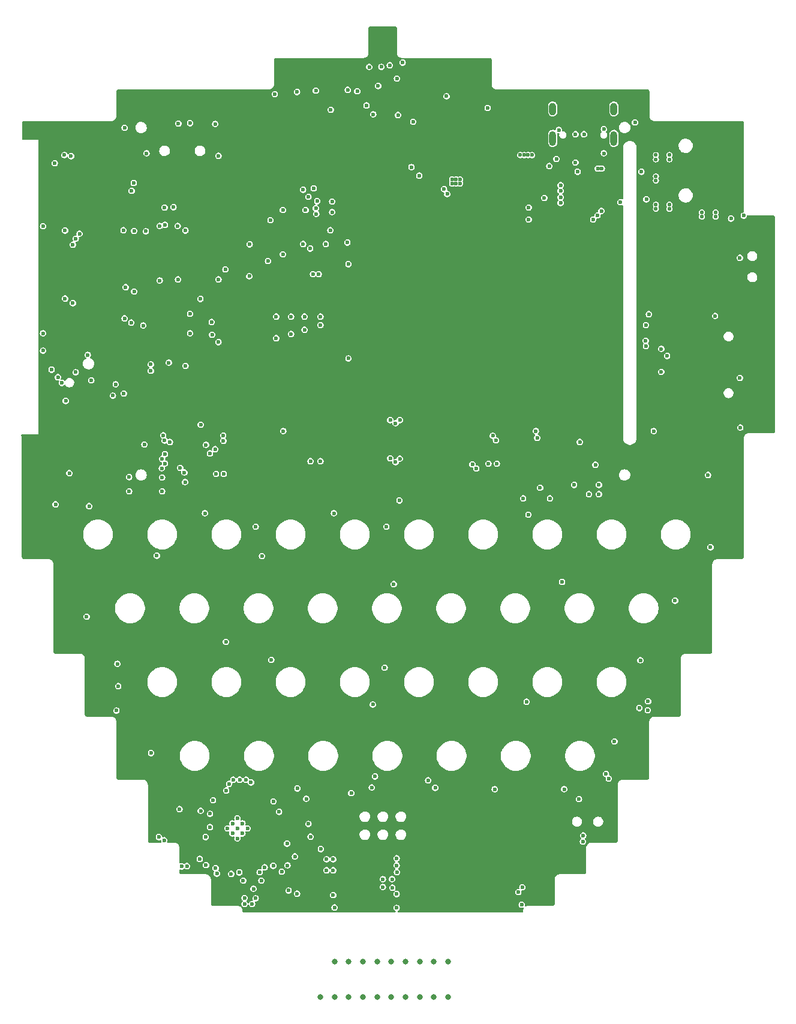
<source format=gbr>
G04 #@! TF.GenerationSoftware,KiCad,Pcbnew,7.99.0-1.20230226git51d46c0.fc37*
G04 #@! TF.CreationDate,2023-03-29T21:29:05+01:00*
G04 #@! TF.ProjectId,tr23-badge-r1,74723233-2d62-4616-9467-652d72312e6b,rev?*
G04 #@! TF.SameCoordinates,Original*
G04 #@! TF.FileFunction,Copper,L2,Inr*
G04 #@! TF.FilePolarity,Positive*
%FSLAX46Y46*%
G04 Gerber Fmt 4.6, Leading zero omitted, Abs format (unit mm)*
G04 Created by KiCad (PCBNEW 7.99.0-1.20230226git51d46c0.fc37) date 2023-03-29 21:29:05*
%MOMM*%
%LPD*%
G01*
G04 APERTURE LIST*
G04 #@! TA.AperFunction,ComponentPad*
%ADD10O,1.000000X1.800000*%
G04 #@! TD*
G04 #@! TA.AperFunction,ComponentPad*
%ADD11O,1.000000X2.100000*%
G04 #@! TD*
G04 #@! TA.AperFunction,ComponentPad*
%ADD12C,0.800000*%
G04 #@! TD*
G04 #@! TA.AperFunction,ComponentPad*
%ADD13C,0.550000*%
G04 #@! TD*
G04 #@! TA.AperFunction,ViaPad*
%ADD14C,0.600000*%
G04 #@! TD*
G04 APERTURE END LIST*
D10*
G04 #@! TO.N,GND*
G04 #@! TO.C,J2*
X32619999Y130449999D03*
D11*
X32619999Y126299999D03*
D10*
X23979999Y130449999D03*
D11*
X23979999Y126299999D03*
G04 #@! TD*
D12*
G04 #@! TO.N,/radio/ANT*
G04 #@! TO.C,AE1*
X-8800000Y5150000D03*
X-6800000Y5150000D03*
X-6800000Y10150000D03*
X-4800000Y5150000D03*
X-4800000Y10150000D03*
X-2800000Y5150000D03*
X-2800000Y10150000D03*
X-800000Y5150000D03*
X-800000Y10150000D03*
X1200000Y5150000D03*
X1200000Y10150000D03*
X3200000Y5150000D03*
X3200000Y10150000D03*
X5200000Y5150000D03*
X5200000Y10150000D03*
X7200000Y5150000D03*
X7200000Y10150000D03*
X9200000Y5150000D03*
X9200000Y10150000D03*
G04 #@! TD*
D13*
G04 #@! TO.N,/audio/OUTL*
G04 #@! TO.C,J5*
X40450000Y116350000D03*
X38550000Y116350000D03*
X40450000Y116950000D03*
X38550000Y116950000D03*
G04 #@! TO.N,GND*
X46950000Y115250000D03*
X45050000Y115250000D03*
X46950000Y115850000D03*
X45050000Y115850000D03*
G04 #@! TO.N,unconnected-(J5-PadR2)*
X40450000Y123350000D03*
X38550000Y123350000D03*
X40450000Y123950000D03*
X38550000Y123950000D03*
G04 #@! TO.N,/audio/OUTR*
X38550000Y120350000D03*
X38550000Y120950000D03*
G04 #@! TD*
D14*
G04 #@! TO.N,GND*
X-19500000Y19100000D03*
G04 #@! TO.N,+3.3V*
X-46650000Y113600000D03*
G04 #@! TO.N,Net-(LED8-DOUT)*
X982155Y136632155D03*
G04 #@! TO.N,+VSW*
X-200002Y136400000D03*
G04 #@! TO.N,/audio/OUTL*
X37200000Y117700000D03*
G04 #@! TO.N,/audio/OUTR*
X36500000Y121600000D03*
G04 #@! TO.N,GND*
X-31900000Y67400000D03*
X-22150000Y55250000D03*
X-17050000Y67350000D03*
X20300000Y46800000D03*
X-1400000Y46400000D03*
X250000Y51600000D03*
X1550000Y63400000D03*
X2350000Y75200000D03*
X9000000Y132250000D03*
X14800000Y130600000D03*
X49150000Y115000000D03*
X50400000Y92500000D03*
X46250000Y68600000D03*
X41250000Y61050000D03*
X36350000Y52650000D03*
X32700000Y41200000D03*
X25600000Y34450000D03*
X15800000Y34450000D03*
X-12050000Y34550000D03*
X-32700000Y39550000D03*
X-37450000Y52150000D03*
X-41800000Y58800000D03*
X-46200000Y74650000D03*
X-7950000Y23000000D03*
X-10500000Y29550000D03*
X-10200000Y27750000D03*
X-12400000Y24950000D03*
X-13450000Y23700000D03*
X-14250000Y22800000D03*
X-13300000Y20150000D03*
G04 #@! TO.N,/~{DISP_CS}*
X-15050000Y101150000D03*
G04 #@! TO.N,/SCK*
X-12950000Y98700000D03*
X-12950000Y101150000D03*
G04 #@! TO.N,/~{DC}*
X-11050000Y101150000D03*
G04 #@! TO.N,/MOSI*
X-8800000Y101150000D03*
X-8800000Y99950000D03*
G04 #@! TO.N,/~{DC}*
X-11050000Y99300000D03*
X-33450000Y113200000D03*
X-33800000Y99900000D03*
G04 #@! TO.N,/~{DISP_CS}*
X-15050000Y98100000D03*
G04 #@! TO.N,GND*
X-21930429Y28921407D03*
X-19809108Y29628514D03*
X-20516215Y28921407D03*
X-21223322Y28214301D03*
X-19102002Y28921407D03*
X-19809108Y28214301D03*
X-20516215Y27507194D03*
X-20516215Y30335621D03*
X-21223322Y29628514D03*
X-21400000Y22500000D03*
X-19700000Y21556183D03*
X-18250000Y20400000D03*
X-17144730Y21556183D03*
X-7950000Y24550000D03*
X-14638461Y31256274D03*
X-24958472Y23741497D03*
X-25838537Y24621562D03*
X-24400000Y29100000D03*
X-13517626Y26776823D03*
X-10800000Y33100000D03*
X-15457361Y23633734D03*
X-16678676Y23436168D03*
X-17397096Y22717747D03*
X-25100000Y73400000D03*
X5150000Y121050000D03*
X50400000Y109450000D03*
X0Y20650000D03*
X-23200000Y123850000D03*
X20550000Y73200000D03*
X-30750000Y114100000D03*
X19950000Y123950000D03*
X30900000Y122050000D03*
X-1100000Y36250000D03*
X-12100000Y132850000D03*
X-7000000Y23000000D03*
X35600000Y128550000D03*
X2800000Y137000000D03*
X-47950000Y98800000D03*
X-16200000Y109000000D03*
X-5000000Y111600000D03*
X9800000Y119950000D03*
X-9250000Y117450000D03*
X-47950000Y96350000D03*
X37149500Y97000000D03*
X30350000Y122050000D03*
X-23967596Y32898310D03*
X-6900000Y73400000D03*
X50450000Y85500000D03*
X-29550000Y116600000D03*
X-15850000Y114750000D03*
X-36450000Y127800000D03*
X-8744650Y26000000D03*
X39300000Y96600000D03*
X-22212376Y107806165D03*
X23500000Y122400000D03*
X-14100000Y109950000D03*
X-46300000Y122800000D03*
X-7400000Y113350000D03*
X1950000Y19650000D03*
X31200000Y127600000D03*
X1950000Y17700000D03*
X-15750000Y52700000D03*
X10350000Y120500000D03*
X-18800000Y111350000D03*
X-6800000Y17750000D03*
X-47950000Y113900000D03*
X50950000Y115400000D03*
X19600000Y18150000D03*
X27200000Y122900000D03*
X1950000Y23700000D03*
X-22110034Y34273640D03*
X25300000Y63700000D03*
X2000000Y22750000D03*
X1350000Y20550000D03*
X21800000Y84050000D03*
X9800000Y120500000D03*
X-28700000Y31650000D03*
X-17950000Y71500000D03*
X-37350000Y49000000D03*
X10900000Y120500000D03*
X21050000Y123950000D03*
X-44000000Y123800000D03*
X1300000Y21750000D03*
X-9050000Y107150000D03*
X-23600000Y23300000D03*
X-25000000Y27700000D03*
X-7350000Y130350000D03*
X37550000Y101500000D03*
X-4850000Y95250000D03*
X-18850000Y106850000D03*
X-4850000Y108550000D03*
X0Y21750000D03*
X22200000Y77000000D03*
X-12100000Y19700000D03*
X33550000Y117300000D03*
X19400000Y123950000D03*
X-33650000Y83100000D03*
X45900000Y78800000D03*
X20500000Y123950000D03*
X-9850000Y107150000D03*
X-7000000Y19500000D03*
X-7000000Y24550000D03*
X4300000Y128650000D03*
X24850000Y127500000D03*
X-33350000Y124200000D03*
X500000Y71500000D03*
X10900000Y119950000D03*
X-27900000Y77800000D03*
X37400000Y45600000D03*
X-14100000Y116200000D03*
X27500000Y121600000D03*
X-30800000Y116550000D03*
X46900000Y101250000D03*
X-25700000Y31400000D03*
X-15428723Y32729036D03*
X-23650000Y128350000D03*
X-44750000Y89250000D03*
X1950000Y24700000D03*
X-37600000Y45550000D03*
X-15250000Y132550000D03*
X10350000Y119950000D03*
X-20250000Y22700000D03*
X38250000Y85000000D03*
G04 #@! TO.N,/SCL*
X13200000Y79700000D03*
X-22499118Y83629184D03*
X15975001Y83675001D03*
X-30800000Y83650000D03*
X-32750000Y93500000D03*
X7400000Y34650000D03*
G04 #@! TO.N,/SDA*
X-22530851Y84378014D03*
X-32750000Y94400000D03*
X-31000000Y84400000D03*
X6400000Y35700000D03*
X12650000Y80300000D03*
X15525001Y84324999D03*
G04 #@! TO.N,/SCK*
X-21100000Y35800000D03*
X-43350000Y93300000D03*
G04 #@! TO.N,/RXD0*
X-35150000Y120000000D03*
X-35500000Y100300000D03*
X8650000Y119150000D03*
X25100000Y118900000D03*
G04 #@! TO.N,/TXD0*
X9100000Y118450000D03*
X-35450000Y118900000D03*
X25100000Y118000000D03*
X-36450000Y100900000D03*
G04 #@! TO.N,/MOSI*
X-46750000Y93650000D03*
X-21700000Y35200000D03*
G04 #@! TO.N,VBUS*
X31200000Y124200000D03*
X24500000Y123400000D03*
X20600000Y114850000D03*
X20600000Y116550000D03*
G04 #@! TO.N,+VSW*
X19700000Y20600000D03*
X28275000Y27925000D03*
X-30850000Y27250000D03*
X36200000Y45900000D03*
X-18450000Y18250000D03*
X37450000Y46850000D03*
X2000000Y134750000D03*
X-28400000Y23550000D03*
X-9450000Y133050000D03*
X31500000Y36600000D03*
G04 #@! TO.N,/RTS*
X2150000Y129600000D03*
X25100000Y117200000D03*
G04 #@! TO.N,/DTR*
X25100000Y119700000D03*
X-1350000Y129700000D03*
G04 #@! TO.N,/SD_CMD*
X-24400000Y81850000D03*
X39300000Y93350000D03*
G04 #@! TO.N,/SD_CLK*
X40121502Y95600000D03*
X-27850000Y94200000D03*
X-27850000Y113300000D03*
X-23650000Y82450000D03*
G04 #@! TO.N,/usb/USB_DN*
X28400000Y126900000D03*
X27200000Y126900000D03*
G04 #@! TO.N,/io_expander/BTN_START*
X-36550000Y90300000D03*
G04 #@! TO.N,/io_expander/BTN_A*
X-28600000Y79800000D03*
G04 #@! TO.N,/io_expander/BTN_B*
X-28000000Y79150000D03*
G04 #@! TO.N,/io_expander/JOY_PUSH*
X-38100000Y90000000D03*
G04 #@! TO.N,/io_expander/JOY_A*
X-41150000Y92150000D03*
G04 #@! TO.N,/io_expander/JOY_C*
X-37700000Y91600000D03*
G04 #@! TO.N,/io_expander/JOY_D*
X-45300000Y91800000D03*
G04 #@! TO.N,/io_expander/JOY_B*
X-45850000Y92600000D03*
G04 #@! TO.N,/~{CC_CS}*
X-41650000Y95750000D03*
X-18600000Y35400000D03*
G04 #@! TO.N,/~{DISP_CS}*
X-24150000Y100399500D03*
X-24100000Y98600000D03*
G04 #@! TO.N,/SD_DAT0*
X-28850000Y128400000D03*
X-3612499Y132962499D03*
X-24950000Y83050000D03*
X37099998Y97750000D03*
X-4950000Y133150000D03*
X-30200000Y94650000D03*
G04 #@! TO.N,/I2S_WS*
X-31500000Y113950000D03*
X-31500000Y106250000D03*
G04 #@! TO.N,/I2S_SCK*
X-35100000Y113250000D03*
X-35100000Y104700000D03*
G04 #@! TO.N,/I2S_SD*
X-36600000Y113350000D03*
X-36300000Y105300000D03*
G04 #@! TO.N,/MISO*
X-43350000Y112150000D03*
X-20200000Y35800000D03*
G04 #@! TO.N,/CC_INT*
X-19300000Y35800000D03*
X-42800000Y112850000D03*
G04 #@! TO.N,+3.3V*
X-24168893Y23787969D03*
X-25084196Y24495838D03*
X-25021334Y29659485D03*
X-18753115Y22978175D03*
X-21978820Y23500001D03*
X-5000000Y113200000D03*
X-18311456Y34300000D03*
X-5350000Y128500000D03*
X30200000Y120800000D03*
X40000000Y93950000D03*
X-46650000Y114150000D03*
X17650000Y124100000D03*
X-21350000Y111350000D03*
X-22500000Y85200000D03*
X-33950000Y86050000D03*
X-14750000Y117550000D03*
X33500000Y116300000D03*
X-16813847Y33613847D03*
X18200000Y124650000D03*
X-5100000Y99300000D03*
X-19284003Y108910428D03*
X15950000Y85000000D03*
X-22818124Y33832257D03*
X-13200000Y85000000D03*
X17650000Y124650000D03*
X-4850000Y96100000D03*
X-15250815Y31850668D03*
X44950000Y103000000D03*
X-4700000Y109565000D03*
X3400000Y132250000D03*
X-11782739Y30088841D03*
X-44850000Y119900000D03*
X19000000Y83500000D03*
X18200000Y124100000D03*
X-7950000Y109850000D03*
X-45900000Y120900000D03*
X40500000Y103000000D03*
X-11300000Y109850000D03*
X-3750000Y35400000D03*
X-23222235Y33428145D03*
G04 #@! TO.N,/BACKLIGHT*
X-44850000Y103700000D03*
X-44850000Y113300000D03*
G04 #@! TO.N,/KEY_INT*
X-25700000Y85900000D03*
X-43750000Y103050000D03*
X-25750000Y103650000D03*
X-14050000Y85000000D03*
X-43750000Y111300000D03*
X21600000Y85000000D03*
G04 #@! TO.N,/FSYNC*
X-23200000Y106400000D03*
X-28950000Y113950000D03*
X-28900000Y106400000D03*
X-23200000Y97550000D03*
G04 #@! TO.N,/~{RESET}*
X-27200000Y101550000D03*
X-27200000Y128450000D03*
X-27200000Y98800000D03*
G04 #@! TO.N,/SD_DETECT*
X37150000Y99950000D03*
X-30050000Y83450000D03*
G04 #@! TO.N,/SAO_GPIO2*
X-4450000Y33900000D03*
X-31200000Y79750000D03*
G04 #@! TO.N,/LED_DOUT*
X-35800000Y76500000D03*
X-31150000Y78450000D03*
X-44250000Y79050000D03*
X-44950000Y123950000D03*
X-35800000Y78500000D03*
X-1550000Y34700000D03*
X-31150000Y76500000D03*
G04 #@! TO.N,/CC_RESET*
X-24391019Y30986866D03*
X-41450000Y74400000D03*
G04 #@! TO.N,/audio/OUTR*
X29700000Y114850000D03*
X-10500000Y118050000D03*
X-10900000Y116200000D03*
G04 #@! TO.N,/audio/OUTL*
X-11250000Y111400000D03*
X30300000Y115450000D03*
X27800000Y83450000D03*
X30000000Y80250000D03*
X-11250000Y119050000D03*
X27700000Y33050000D03*
G04 #@! TO.N,/AMP_EN*
X-7150000Y117400000D03*
X-7150000Y115900000D03*
X-8050000Y111400000D03*
X2400000Y86550000D03*
X2400000Y81100000D03*
X-30750000Y80425000D03*
G04 #@! TO.N,Net-(LED2-DOUT)*
X-27650000Y23600000D03*
X-19500000Y18250000D03*
X-31600000Y27700000D03*
X-23425000Y22525000D03*
G04 #@! TO.N,Net-(LED3-DOUT)*
X19125000Y19925000D03*
X-17950000Y19049500D03*
G04 #@! TO.N,Net-(LED4-DOUT)*
X28250000Y27050000D03*
X31900000Y35950000D03*
G04 #@! TO.N,Net-(Q2-B)*
X-650000Y133700000D03*
X-2300000Y130950000D03*
G04 #@! TO.N,Net-(U1-STAT)*
X4050000Y122250000D03*
X22800000Y117900000D03*
G04 #@! TO.N,/AMP_GAIN1*
X1050000Y86550000D03*
X-9400000Y115650000D03*
X-30750000Y81725000D03*
X1050000Y81150000D03*
G04 #@! TO.N,/AMP_GAIN0*
X1800000Y86100000D03*
X1800000Y80600000D03*
X-31150000Y81075000D03*
X-9450000Y116450000D03*
G04 #@! TO.N,/keyboard/KEY2*
X29100000Y76100000D03*
X30500000Y76100000D03*
G04 #@! TO.N,/keyboard/KEY4*
X27000000Y77400000D03*
X30500000Y77400000D03*
G04 #@! TO.N,/keyboard/KEY8*
X19800000Y75500000D03*
X23600000Y75500000D03*
G04 #@! TO.N,/keyboard/KEY12*
X16100000Y80400000D03*
X14900000Y80400000D03*
G04 #@! TO.N,/keyboard/KEY19*
X-8800000Y80750000D03*
X-10200000Y80750000D03*
G04 #@! TO.N,/keyboard/KEY26*
X-23550000Y78950999D03*
X-22450001Y78950999D03*
G04 #@! TO.N,Net-(LED8-DOUT)*
X-1913556Y136386444D03*
G04 #@! TO.N,/audio/SGND*
X30850000Y116050000D03*
X-10250000Y110750000D03*
X-9750000Y119250000D03*
G04 #@! TD*
G04 #@! TA.AperFunction,Conductor*
G04 #@! TO.N,+3.3V*
G36*
X1705690Y142108581D02*
G01*
X1755436Y142102420D01*
X1774150Y142098231D01*
X1809651Y142086574D01*
X1826851Y142079053D01*
X1859266Y142061041D01*
X1874459Y142050641D01*
X1896744Y142032119D01*
X1903124Y142026817D01*
X1916024Y142013908D01*
X1939745Y141985328D01*
X1950190Y141970030D01*
X1968137Y141937594D01*
X1975592Y141920489D01*
X1987266Y141884860D01*
X1991450Y141866093D01*
X1997563Y141816275D01*
X1998300Y141804217D01*
X1998300Y138364685D01*
X1997782Y138354570D01*
X1997040Y138347355D01*
X1997563Y138343101D01*
X1998300Y138331043D01*
X1998300Y138326759D01*
X1999914Y138319684D01*
X2001657Y138309720D01*
X2011149Y138232358D01*
X2011465Y138229421D01*
X2013411Y138208376D01*
X2020591Y138188491D01*
X2021554Y138185695D01*
X2048106Y138104648D01*
X2049142Y138101285D01*
X2054932Y138081226D01*
X2065679Y138063336D01*
X2067436Y138060290D01*
X2107488Y137987905D01*
X2109198Y137984675D01*
X2118595Y137966104D01*
X2132471Y137950591D01*
X2134855Y137947825D01*
X2186907Y137885119D01*
X2189366Y137882033D01*
X2201636Y137865991D01*
X2202317Y137865309D01*
X2218346Y137853032D01*
X2221427Y137850573D01*
X2283954Y137798601D01*
X2286800Y137796142D01*
X2302202Y137782316D01*
X2302316Y137782239D01*
X2320777Y137772882D01*
X2324100Y137771117D01*
X2396377Y137730959D01*
X2399328Y137729253D01*
X2417293Y137718445D01*
X2432207Y137714111D01*
X2437407Y137712600D01*
X2440643Y137711598D01*
X2456400Y137706424D01*
X2521727Y137684974D01*
X2524556Y137683998D01*
X2544442Y137676795D01*
X2565470Y137674836D01*
X2568449Y137674513D01*
X2645914Y137664922D01*
X2655773Y137663191D01*
X2663009Y137661540D01*
X2663010Y137661540D01*
X2667132Y137661540D01*
X2679294Y137660790D01*
X2683382Y137660283D01*
X2690758Y137661033D01*
X2700760Y137661540D01*
X15060128Y137661540D01*
X15072290Y137660790D01*
X15086331Y137659051D01*
X15122031Y137654631D01*
X15140747Y137650441D01*
X15164836Y137642532D01*
X15176253Y137638783D01*
X15193448Y137631264D01*
X15211748Y137621097D01*
X15225858Y137613257D01*
X15241057Y137602851D01*
X15269726Y137579021D01*
X15282619Y137566120D01*
X15306434Y137537430D01*
X15316837Y137522210D01*
X15334762Y137489886D01*
X15342293Y137472603D01*
X15353878Y137437123D01*
X15358031Y137418452D01*
X15364163Y137368481D01*
X15364900Y137356423D01*
X15364900Y133916895D01*
X15364382Y133906780D01*
X15363640Y133899565D01*
X15364163Y133895311D01*
X15364900Y133883253D01*
X15364900Y133878969D01*
X15366514Y133871894D01*
X15368257Y133861930D01*
X15377749Y133784568D01*
X15378065Y133781631D01*
X15380011Y133760586D01*
X15387191Y133740701D01*
X15388154Y133737905D01*
X15414706Y133656858D01*
X15415742Y133653495D01*
X15421532Y133633436D01*
X15432279Y133615546D01*
X15434036Y133612500D01*
X15474088Y133540115D01*
X15475798Y133536885D01*
X15485195Y133518314D01*
X15499071Y133502801D01*
X15501455Y133500035D01*
X15553507Y133437329D01*
X15555966Y133434243D01*
X15568236Y133418201D01*
X15568917Y133417519D01*
X15584946Y133405242D01*
X15588027Y133402783D01*
X15650554Y133350811D01*
X15653400Y133348352D01*
X15668802Y133334526D01*
X15668916Y133334449D01*
X15687377Y133325092D01*
X15690700Y133323327D01*
X15762977Y133283169D01*
X15765928Y133281463D01*
X15783893Y133270655D01*
X15798807Y133266321D01*
X15804007Y133264810D01*
X15807243Y133263808D01*
X15823000Y133258634D01*
X15888327Y133237184D01*
X15891156Y133236208D01*
X15911042Y133229005D01*
X15932070Y133227046D01*
X15935049Y133226723D01*
X16012514Y133217132D01*
X16022373Y133215401D01*
X16029609Y133213750D01*
X16029610Y133213750D01*
X16033732Y133213750D01*
X16045894Y133213000D01*
X16049982Y133212493D01*
X16057358Y133213243D01*
X16067360Y133213750D01*
X37332711Y133213750D01*
X37344889Y133212998D01*
X37394576Y133206839D01*
X37413246Y133202662D01*
X37448866Y133190979D01*
X37466091Y133183450D01*
X37498459Y133165465D01*
X37513658Y133155060D01*
X37542232Y133131309D01*
X37555177Y133118345D01*
X37578927Y133089685D01*
X37589277Y133074528D01*
X37607260Y133042100D01*
X37614793Y133024815D01*
X37626426Y132989185D01*
X37630566Y132970617D01*
X37631571Y132962499D01*
X37636610Y132921772D01*
X37636751Y132920638D01*
X37637500Y132908479D01*
X37637500Y129469138D01*
X37636982Y129459023D01*
X37636241Y129451808D01*
X37636763Y129447556D01*
X37637500Y129435497D01*
X37637500Y129431209D01*
X37639115Y129424130D01*
X37640858Y129414165D01*
X37650323Y129337014D01*
X37650650Y129333965D01*
X37652571Y129312932D01*
X37659742Y129293065D01*
X37660737Y129290168D01*
X37687254Y129208908D01*
X37688217Y129205780D01*
X37694066Y129185616D01*
X37704861Y129167599D01*
X37706497Y129164764D01*
X37746631Y129092452D01*
X37748452Y129089013D01*
X37757616Y129070853D01*
X37758021Y129070260D01*
X37771608Y129055109D01*
X37774146Y129052164D01*
X37826014Y128989539D01*
X37828389Y128986557D01*
X37840883Y128970230D01*
X37841118Y128969994D01*
X37857451Y128957456D01*
X37860427Y128955079D01*
X37923053Y128903051D01*
X37925916Y128900579D01*
X37941298Y128886773D01*
X37941471Y128886654D01*
X37959888Y128877325D01*
X37963226Y128875553D01*
X38035667Y128835309D01*
X38038585Y128833622D01*
X38056543Y128822829D01*
X38076648Y128816988D01*
X38079863Y128815994D01*
X38160957Y128789412D01*
X38163837Y128788418D01*
X38183689Y128781226D01*
X38204717Y128779279D01*
X38207752Y128778950D01*
X38285005Y128769383D01*
X38294856Y128767654D01*
X38302107Y128766000D01*
X38302110Y128766000D01*
X38306226Y128766000D01*
X38318389Y128765250D01*
X38322476Y128764743D01*
X38329866Y128765494D01*
X38339863Y128766000D01*
X50670194Y128766000D01*
X50682449Y128765238D01*
X50686410Y128764744D01*
X50732112Y128759042D01*
X50750783Y128754849D01*
X50786217Y128743196D01*
X50803323Y128735717D01*
X50835553Y128717833D01*
X50851043Y128707199D01*
X50866860Y128693967D01*
X50878926Y128683872D01*
X50891759Y128670952D01*
X50916129Y128641418D01*
X50926086Y128626889D01*
X50944172Y128594686D01*
X50952122Y128576450D01*
X50963294Y128541625D01*
X50967275Y128523552D01*
X50973549Y128472897D01*
X50974300Y128460728D01*
X50974300Y116135883D01*
X50973792Y116125871D01*
X50973043Y116118502D01*
X50973551Y116114396D01*
X50974300Y116102243D01*
X50974300Y116098107D01*
X50975947Y116090889D01*
X50977679Y116081020D01*
X50987325Y116003048D01*
X50987614Y116000426D01*
X50989942Y115976359D01*
X50991460Y115969631D01*
X50991958Y115965611D01*
X50990146Y115965386D01*
X50993274Y115936462D01*
X50976187Y115892652D01*
X50940814Y115861668D01*
X50895136Y115850500D01*
X50885228Y115850500D01*
X50760931Y115814004D01*
X50651951Y115743967D01*
X50651949Y115743965D01*
X50567116Y115646062D01*
X50513302Y115528227D01*
X50494867Y115400000D01*
X50513302Y115271772D01*
X50567116Y115153937D01*
X50651949Y115056034D01*
X50760931Y114985995D01*
X50885228Y114949500D01*
X51014772Y114949500D01*
X51139068Y114985995D01*
X51216869Y115035995D01*
X51248049Y115056033D01*
X51280917Y115093965D01*
X51332883Y115153937D01*
X51386697Y115271772D01*
X51400236Y115365940D01*
X51420006Y115412534D01*
X51460223Y115443266D01*
X51510373Y115450104D01*
X51511004Y115450026D01*
X51518179Y115448415D01*
X51541613Y115446197D01*
X51544435Y115445889D01*
X51622118Y115436279D01*
X51631983Y115434548D01*
X51639207Y115432900D01*
X51639210Y115432900D01*
X51643342Y115432900D01*
X51655495Y115432151D01*
X51659601Y115431643D01*
X51659602Y115431643D01*
X51666970Y115432392D01*
X51676982Y115432900D01*
X55093339Y115432900D01*
X55105492Y115432151D01*
X55120343Y115430313D01*
X55155165Y115426005D01*
X55173935Y115421799D01*
X55209217Y115410196D01*
X55226317Y115402720D01*
X55258556Y115384831D01*
X55274043Y115374198D01*
X55301851Y115350932D01*
X55314726Y115337961D01*
X55339119Y115308359D01*
X55349034Y115293881D01*
X55367194Y115261548D01*
X55375136Y115243339D01*
X55386284Y115208626D01*
X55390276Y115190512D01*
X55396551Y115139797D01*
X55397300Y115127640D01*
X55397300Y85013960D01*
X55396551Y85001803D01*
X55390275Y84951083D01*
X55386283Y84932971D01*
X55375162Y84898340D01*
X55367194Y84880082D01*
X55349108Y84847921D01*
X55339178Y84833441D01*
X55323141Y84814004D01*
X55315419Y84804646D01*
X55302061Y84791290D01*
X55282920Y84775499D01*
X55273647Y84767849D01*
X55258522Y84757562D01*
X55225422Y84739276D01*
X55208490Y84731892D01*
X55173074Y84720244D01*
X55154208Y84716027D01*
X55108812Y84710459D01*
X55104557Y84709937D01*
X55092503Y84709200D01*
X51653137Y84709200D01*
X51643024Y84709717D01*
X51635807Y84710459D01*
X51631549Y84709936D01*
X51619496Y84709200D01*
X51615210Y84709200D01*
X51608135Y84707585D01*
X51598163Y84705840D01*
X51520633Y84696328D01*
X51517838Y84696026D01*
X51499618Y84694321D01*
X51499615Y84694320D01*
X51496709Y84694048D01*
X51476769Y84686849D01*
X51474099Y84685927D01*
X51393459Y84659407D01*
X51389956Y84658327D01*
X51373620Y84653624D01*
X51373615Y84653621D01*
X51369957Y84652568D01*
X51366700Y84650606D01*
X51366699Y84650606D01*
X51352129Y84641829D01*
X51348961Y84640001D01*
X51276074Y84599735D01*
X51273279Y84598250D01*
X51257471Y84590175D01*
X51254531Y84588673D01*
X51238859Y84574672D01*
X51236429Y84572571D01*
X51174708Y84520934D01*
X51170958Y84517948D01*
X51156763Y84507196D01*
X51153317Y84503756D01*
X51142538Y84489569D01*
X51139546Y84485823D01*
X51087037Y84423250D01*
X51085151Y84421068D01*
X51071048Y84405223D01*
X51069693Y84402582D01*
X51069692Y84402580D01*
X51061374Y84386359D01*
X51060039Y84383847D01*
X51025385Y84320852D01*
X51020167Y84311367D01*
X51018102Y84307793D01*
X51009648Y84293852D01*
X51007957Y84291063D01*
X51007133Y84289176D01*
X51001762Y84270397D01*
X51000530Y84266409D01*
X50973786Y84185908D01*
X50972918Y84183407D01*
X50965665Y84163381D01*
X50963614Y84142174D01*
X50963325Y84139550D01*
X50953680Y84061582D01*
X50951947Y84051707D01*
X50950300Y84044491D01*
X50950300Y84040357D01*
X50949551Y84028204D01*
X50949043Y84024097D01*
X50949792Y84016729D01*
X50950300Y84006717D01*
X50950300Y67223359D01*
X50949551Y67211203D01*
X50943462Y67161987D01*
X50939162Y67142931D01*
X50927126Y67106702D01*
X50919942Y67090244D01*
X50903799Y67060864D01*
X50901636Y67056927D01*
X50891231Y67041593D01*
X50868499Y67014044D01*
X50855082Y67000639D01*
X50826580Y66977165D01*
X50811603Y66966978D01*
X50778497Y66948648D01*
X50761389Y66941189D01*
X50726134Y66929633D01*
X50707363Y66925447D01*
X50668395Y66920666D01*
X50657555Y66919337D01*
X50645501Y66918600D01*
X47205137Y66918600D01*
X47195024Y66919117D01*
X47187807Y66919859D01*
X47183549Y66919336D01*
X47171496Y66918600D01*
X47167210Y66918600D01*
X47160135Y66916985D01*
X47150163Y66915240D01*
X47072633Y66905728D01*
X47069838Y66905426D01*
X47055141Y66904050D01*
X47048711Y66903449D01*
X47045964Y66902457D01*
X47028717Y66896230D01*
X47026146Y66895343D01*
X46945293Y66868752D01*
X46941923Y66867712D01*
X46925446Y66862952D01*
X46925442Y66862950D01*
X46921877Y66861920D01*
X46904015Y66851161D01*
X46900917Y66849371D01*
X46829036Y66809573D01*
X46825486Y66807702D01*
X46810770Y66800327D01*
X46810768Y66800325D01*
X46807708Y66798792D01*
X46806465Y66797947D01*
X46791668Y66784703D01*
X46788583Y66782053D01*
X46725056Y66729731D01*
X46722600Y66727775D01*
X46708531Y66716935D01*
X46708529Y66716933D01*
X46705915Y66714919D01*
X46693060Y66698269D01*
X46691058Y66695761D01*
X46641559Y66635773D01*
X46639608Y66633409D01*
X46636582Y66629912D01*
X46635525Y66628746D01*
X46624319Y66616392D01*
X46621968Y66612964D01*
X46613777Y66596659D01*
X46611609Y66592581D01*
X46601661Y66574891D01*
X46570691Y66519818D01*
X46569577Y66517889D01*
X46558616Y66499385D01*
X46557965Y66497187D01*
X46556376Y66491820D01*
X46552505Y66478750D01*
X46551848Y66476622D01*
X46525587Y66394759D01*
X46524399Y66391280D01*
X46517308Y66371706D01*
X46515521Y66351003D01*
X46515138Y66347351D01*
X46505681Y66270981D01*
X46503951Y66261125D01*
X46502300Y66253889D01*
X46502300Y66249774D01*
X46501550Y66237611D01*
X46501043Y66233523D01*
X46501794Y66226134D01*
X46502300Y66216137D01*
X46502300Y53879096D01*
X46501548Y53866916D01*
X46495484Y53818001D01*
X46491166Y53798904D01*
X46479201Y53762971D01*
X46471988Y53746487D01*
X46469365Y53741724D01*
X46457051Y53719366D01*
X46453687Y53713259D01*
X46443335Y53698018D01*
X46420495Y53670339D01*
X46407081Y53656938D01*
X46377863Y53632874D01*
X46363412Y53622979D01*
X46330886Y53604709D01*
X46313429Y53597012D01*
X46278732Y53585562D01*
X46259971Y53581338D01*
X46210452Y53575162D01*
X46198213Y53574402D01*
X42777669Y53574894D01*
X42777627Y53574900D01*
X42764690Y53574900D01*
X42755322Y53574900D01*
X42745546Y53575384D01*
X42737816Y53576151D01*
X42734091Y53575680D01*
X42721683Y53574902D01*
X42719539Y53574903D01*
X42719537Y53574902D01*
X42717923Y53574903D01*
X42710331Y53573170D01*
X42700703Y53571468D01*
X42639810Y53563785D01*
X42623387Y53561713D01*
X42620291Y53561371D01*
X42602485Y53559693D01*
X42602483Y53559692D01*
X42599297Y53559392D01*
X42579514Y53552173D01*
X42576571Y53551151D01*
X42518752Y53532091D01*
X42495913Y53524563D01*
X42492636Y53523546D01*
X42475959Y53518691D01*
X42475957Y53518690D01*
X42472532Y53517693D01*
X42454631Y53506894D01*
X42451659Y53505171D01*
X42379485Y53465014D01*
X42376284Y53463311D01*
X42361120Y53455605D01*
X42361117Y53455603D01*
X42357717Y53453875D01*
X42354880Y53451325D01*
X42354879Y53451325D01*
X42342244Y53439969D01*
X42339435Y53437539D01*
X42277112Y53385619D01*
X42273986Y53383120D01*
X42258107Y53370944D01*
X42257221Y53370056D01*
X42245071Y53354134D01*
X42242584Y53351009D01*
X42190876Y53288643D01*
X42188446Y53285823D01*
X42174584Y53270337D01*
X42174570Y53270316D01*
X42172837Y53266886D01*
X42172835Y53266884D01*
X42165192Y53251758D01*
X42163457Y53248482D01*
X42130251Y53188520D01*
X42123509Y53176346D01*
X42121739Y53173281D01*
X42112867Y53158540D01*
X42110975Y53155396D01*
X42109957Y53151876D01*
X42109956Y53151873D01*
X42105168Y53135307D01*
X42104136Y53131965D01*
X42100543Y53121027D01*
X42077630Y53051286D01*
X42076651Y53048453D01*
X42069451Y53028588D01*
X42067488Y53007546D01*
X42067164Y53004563D01*
X42057585Y52927296D01*
X42055857Y52917455D01*
X42054200Y52910192D01*
X42054200Y52906092D01*
X42053448Y52893913D01*
X42052944Y52889847D01*
X42053695Y52882441D01*
X42054200Y52872455D01*
X42054200Y44993993D01*
X42053636Y44983445D01*
X42047654Y44927621D01*
X42043758Y44908790D01*
X42032391Y44872211D01*
X42024732Y44854128D01*
X42006073Y44819972D01*
X41995594Y44804476D01*
X41993745Y44802231D01*
X41971062Y44774706D01*
X41957685Y44761319D01*
X41956068Y44759984D01*
X41928430Y44737171D01*
X41912540Y44726460D01*
X41879362Y44708502D01*
X41861432Y44700970D01*
X41823240Y44689187D01*
X41804667Y44685360D01*
X41756305Y44680153D01*
X41749023Y44679369D01*
X41738426Y44678800D01*
X38309637Y44678800D01*
X38299524Y44679317D01*
X38292307Y44680059D01*
X38288049Y44679536D01*
X38275996Y44678800D01*
X38271709Y44678800D01*
X38264633Y44677185D01*
X38254659Y44675440D01*
X38177355Y44665956D01*
X38174403Y44665638D01*
X38156378Y44663975D01*
X38156373Y44663973D01*
X38153335Y44663693D01*
X38150465Y44662657D01*
X38150464Y44662657D01*
X38133453Y44656515D01*
X38130654Y44655552D01*
X38113390Y44649899D01*
X38049432Y44628956D01*
X38046192Y44627957D01*
X38029450Y44623112D01*
X38029447Y44623110D01*
X38026063Y44622131D01*
X38023041Y44620316D01*
X38008105Y44611346D01*
X38005187Y44609662D01*
X37932743Y44569503D01*
X37929490Y44567781D01*
X37914392Y44560150D01*
X37910997Y44558434D01*
X37910874Y44558350D01*
X37908036Y44555807D01*
X37908035Y44555807D01*
X37906406Y44554347D01*
X37895468Y44544548D01*
X37892647Y44542116D01*
X37829967Y44490130D01*
X37826999Y44487767D01*
X37813713Y44477600D01*
X37813711Y44477598D01*
X37810794Y44475366D01*
X37810352Y44474924D01*
X37808117Y44472009D01*
X37808116Y44472008D01*
X37797923Y44458712D01*
X37795520Y44455701D01*
X37743582Y44393183D01*
X37741093Y44390303D01*
X37729863Y44377804D01*
X37727377Y44375037D01*
X37727121Y44374663D01*
X37717863Y44356383D01*
X37716061Y44352991D01*
X37675814Y44280636D01*
X37674174Y44277800D01*
X37668598Y44268520D01*
X37663352Y44259791D01*
X37657489Y44239647D01*
X37656509Y44236478D01*
X37629960Y44155484D01*
X37628934Y44152514D01*
X37621736Y44132702D01*
X37619794Y44111740D01*
X37619455Y44108619D01*
X37609801Y44031227D01*
X37608081Y44021460D01*
X37607660Y44019609D01*
X37606400Y44014089D01*
X37606400Y44010107D01*
X37605639Y43997856D01*
X37605145Y43993902D01*
X37605902Y43986389D01*
X37606400Y43976476D01*
X37606400Y36097382D01*
X37605879Y36087237D01*
X37600331Y36033381D01*
X37596166Y36013427D01*
X37584094Y35975600D01*
X37576892Y35958663D01*
X37558146Y35923948D01*
X37547428Y35908019D01*
X37523270Y35878712D01*
X37509899Y35865332D01*
X37480807Y35841319D01*
X37464778Y35830533D01*
X37430756Y35812185D01*
X37413241Y35804812D01*
X37376985Y35793506D01*
X37357302Y35789503D01*
X37301641Y35783982D01*
X37291888Y35783500D01*
X33861063Y35783500D01*
X33851066Y35784006D01*
X33846944Y35784424D01*
X33843677Y35784756D01*
X33843676Y35784755D01*
X33843676Y35784756D01*
X33839589Y35784250D01*
X33827426Y35783500D01*
X33823310Y35783500D01*
X33816057Y35781844D01*
X33806218Y35780117D01*
X33746403Y35772710D01*
X33729864Y35770662D01*
X33726212Y35770278D01*
X33709265Y35768817D01*
X33709261Y35768816D01*
X33705495Y35768491D01*
X33701944Y35767204D01*
X33701940Y35767204D01*
X33685885Y35761387D01*
X33682453Y35760216D01*
X33600679Y35733983D01*
X33598498Y35733311D01*
X33577864Y35727212D01*
X33575845Y35726016D01*
X33575844Y35726016D01*
X33566410Y35720427D01*
X33559385Y35716266D01*
X33557410Y35715127D01*
X33484558Y35674208D01*
X33480514Y35672058D01*
X33464056Y35663791D01*
X33460856Y35661598D01*
X33447198Y35649224D01*
X33443739Y35646233D01*
X33381437Y35594823D01*
X33378862Y35592769D01*
X33362231Y35579951D01*
X33349407Y35563308D01*
X33347353Y35560733D01*
X33295571Y35497966D01*
X33292564Y35494488D01*
X33280232Y35480880D01*
X33277986Y35477602D01*
X33269749Y35461202D01*
X33267596Y35457152D01*
X33227460Y35385700D01*
X33226115Y35383381D01*
X33215208Y35365139D01*
X33209176Y35344733D01*
X33208381Y35342174D01*
X33181599Y35259840D01*
X33180505Y35256659D01*
X33173355Y35236980D01*
X33171472Y35216131D01*
X33171113Y35212786D01*
X33161501Y35135727D01*
X33159781Y35125960D01*
X33159487Y35124666D01*
X33158100Y35118589D01*
X33158100Y35114607D01*
X33157339Y35102356D01*
X33156845Y35098402D01*
X33157602Y35090889D01*
X33158100Y35080976D01*
X33158100Y27201491D01*
X33157637Y27191931D01*
X33156884Y27184168D01*
X33152162Y27135506D01*
X33148253Y27115973D01*
X33137204Y27080037D01*
X33129409Y27061582D01*
X33112216Y27030185D01*
X33101269Y27014156D01*
X33099312Y27011820D01*
X33075570Y26983482D01*
X33062961Y26970924D01*
X33032517Y26945623D01*
X33031925Y26945131D01*
X33016685Y26934705D01*
X32983802Y26916458D01*
X32964928Y26908416D01*
X32929368Y26897457D01*
X32910007Y26893554D01*
X32853841Y26887982D01*
X32844087Y26887500D01*
X29413382Y26887500D01*
X29403370Y26888008D01*
X29403268Y26888018D01*
X29396002Y26888757D01*
X29392198Y26888286D01*
X29391895Y26888249D01*
X29379742Y26887500D01*
X29375610Y26887500D01*
X29368387Y26885851D01*
X29358530Y26884121D01*
X29280526Y26874470D01*
X29277943Y26874186D01*
X29259489Y26872410D01*
X29259488Y26872409D01*
X29256748Y26872146D01*
X29254164Y26871210D01*
X29236704Y26864886D01*
X29234206Y26864020D01*
X29153609Y26837272D01*
X29149648Y26836049D01*
X29133952Y26831561D01*
X29133950Y26831560D01*
X29130757Y26830647D01*
X29129055Y26829904D01*
X29126212Y26828181D01*
X29126209Y26828180D01*
X29112206Y26819694D01*
X29108688Y26817662D01*
X29037330Y26778407D01*
X29034050Y26776683D01*
X29018929Y26769100D01*
X29018924Y26769096D01*
X29015504Y26767381D01*
X29015422Y26767326D01*
X28999936Y26753542D01*
X28997073Y26751090D01*
X28933628Y26698809D01*
X28931159Y26696842D01*
X28924052Y26691365D01*
X28914489Y26683996D01*
X28901642Y26667346D01*
X28899631Y26664826D01*
X28853280Y26608643D01*
X28847271Y26601359D01*
X28844613Y26598269D01*
X28831374Y26583505D01*
X28830491Y26582208D01*
X28828965Y26579170D01*
X28828964Y26579169D01*
X28828392Y26578030D01*
X28821586Y26564479D01*
X28819684Y26560880D01*
X28779776Y26488959D01*
X28778017Y26485917D01*
X28767229Y26468004D01*
X28761421Y26447975D01*
X28760383Y26444618D01*
X28733828Y26363874D01*
X28732868Y26361095D01*
X28725661Y26341193D01*
X28723688Y26320125D01*
X28723370Y26317201D01*
X28713780Y26239682D01*
X28712047Y26229809D01*
X28710400Y26222592D01*
X28710400Y26218457D01*
X28709651Y26206304D01*
X28709143Y26202197D01*
X28709892Y26194829D01*
X28710400Y26184817D01*
X28710400Y22754380D01*
X28709879Y22744238D01*
X28704111Y22688230D01*
X28700173Y22668998D01*
X28688809Y22632427D01*
X28681339Y22614694D01*
X28663089Y22580972D01*
X28652415Y22565123D01*
X28628166Y22535706D01*
X28614805Y22522336D01*
X28585646Y22498267D01*
X28569671Y22487512D01*
X28535963Y22469313D01*
X28518236Y22461866D01*
X28480149Y22450066D01*
X28461538Y22446210D01*
X28453507Y22445338D01*
X28405075Y22440079D01*
X28394388Y22439500D01*
X24965082Y22439500D01*
X24955070Y22440008D01*
X24954371Y22440079D01*
X24947702Y22440757D01*
X24943898Y22440286D01*
X24943595Y22440249D01*
X24931442Y22439500D01*
X24927310Y22439500D01*
X24920087Y22437851D01*
X24910230Y22436121D01*
X24833764Y22426661D01*
X24830134Y22426280D01*
X24813165Y22424817D01*
X24813161Y22424815D01*
X24809406Y22424492D01*
X24805867Y22423210D01*
X24805864Y22423210D01*
X24789812Y22417396D01*
X24786343Y22416212D01*
X24782598Y22415011D01*
X24704578Y22389983D01*
X24702398Y22389311D01*
X24681764Y22383212D01*
X24679745Y22382016D01*
X24679744Y22382016D01*
X24670310Y22376427D01*
X24663285Y22372266D01*
X24661310Y22371127D01*
X24588458Y22330208D01*
X24584414Y22328058D01*
X24567956Y22319791D01*
X24564756Y22317598D01*
X24551098Y22305224D01*
X24547639Y22302233D01*
X24485337Y22250823D01*
X24482762Y22248769D01*
X24466131Y22235951D01*
X24453307Y22219308D01*
X24451253Y22216733D01*
X24399471Y22153966D01*
X24396464Y22150488D01*
X24384132Y22136880D01*
X24381886Y22133602D01*
X24373649Y22117202D01*
X24371496Y22113152D01*
X24331360Y22041700D01*
X24330015Y22039381D01*
X24319108Y22021139D01*
X24313076Y22000733D01*
X24312281Y21998174D01*
X24285499Y21915840D01*
X24284405Y21912659D01*
X24277255Y21892980D01*
X24275372Y21872131D01*
X24275013Y21868786D01*
X24265401Y21791727D01*
X24263681Y21781960D01*
X24263387Y21780666D01*
X24262000Y21774589D01*
X24262000Y21770607D01*
X24261239Y21758356D01*
X24260745Y21754402D01*
X24261502Y21746889D01*
X24262000Y21736976D01*
X24262000Y18297459D01*
X24261251Y18285303D01*
X24255045Y18235144D01*
X24250938Y18216676D01*
X24239402Y18181212D01*
X24231572Y18163350D01*
X24213675Y18131490D01*
X24203727Y18116974D01*
X24179671Y18087815D01*
X24166265Y18074416D01*
X24138483Y18051523D01*
X24123249Y18041189D01*
X24089970Y18022881D01*
X24073440Y18015663D01*
X24037186Y18003632D01*
X24018164Y17999344D01*
X23968895Y17993249D01*
X23956740Y17992500D01*
X20518282Y17992500D01*
X20508270Y17993008D01*
X20508168Y17993018D01*
X20500902Y17993757D01*
X20497098Y17993286D01*
X20496795Y17993249D01*
X20484642Y17992500D01*
X20480510Y17992500D01*
X20473287Y17990851D01*
X20463427Y17989120D01*
X20385434Y17979472D01*
X20382817Y17979183D01*
X20364324Y17977396D01*
X20364320Y17977394D01*
X20361613Y17977133D01*
X20341572Y17969875D01*
X20339096Y17969014D01*
X20258658Y17942291D01*
X20254617Y17941044D01*
X20245354Y17938400D01*
X20239047Y17936600D01*
X20239046Y17936599D01*
X20235975Y17935723D01*
X20233879Y17934808D01*
X20231149Y17933152D01*
X20231148Y17933152D01*
X20217286Y17924745D01*
X20213670Y17922655D01*
X20178818Y17903506D01*
X20119003Y17892021D01*
X20063782Y17917726D01*
X20034062Y17970894D01*
X20038276Y18007165D01*
X20034672Y18007684D01*
X20055133Y18150000D01*
X20036697Y18278227D01*
X19982883Y18396062D01*
X19969811Y18411146D01*
X19898049Y18493967D01*
X19789069Y18564004D01*
X19664772Y18600500D01*
X19535228Y18600500D01*
X19410931Y18564004D01*
X19301951Y18493967D01*
X19301949Y18493965D01*
X19217116Y18396062D01*
X19163302Y18278227D01*
X19144866Y18150000D01*
X19163302Y18021772D01*
X19217116Y17903937D01*
X19301949Y17806034D01*
X19410931Y17735995D01*
X19535228Y17699500D01*
X19664772Y17699500D01*
X19664774Y17699500D01*
X19765550Y17729089D01*
X19824045Y17728249D01*
X19871854Y17694533D01*
X19892281Y17639714D01*
X19878193Y17582934D01*
X19872207Y17573018D01*
X19871148Y17569355D01*
X19871148Y17569354D01*
X19866427Y17553016D01*
X19865338Y17549496D01*
X19838742Y17468904D01*
X19837813Y17466220D01*
X19830596Y17446291D01*
X19830320Y17443382D01*
X19830320Y17443380D01*
X19828592Y17425125D01*
X19828290Y17422362D01*
X19818680Y17344682D01*
X19816947Y17334809D01*
X19815300Y17327592D01*
X19815300Y17323457D01*
X19814551Y17311304D01*
X19814043Y17307197D01*
X19814792Y17299829D01*
X19815300Y17289817D01*
X19815300Y17193500D01*
X19802037Y17144000D01*
X19765800Y17107763D01*
X19716300Y17094500D01*
X2175455Y17094500D01*
X2121932Y17110216D01*
X2085401Y17152374D01*
X2077463Y17207589D01*
X2100636Y17258331D01*
X2128442Y17276201D01*
X2127094Y17278300D01*
X2187869Y17317358D01*
X2248049Y17356033D01*
X2249020Y17357154D01*
X2332883Y17453937D01*
X2386697Y17571772D01*
X2405133Y17700000D01*
X2386697Y17828227D01*
X2332883Y17946062D01*
X2304185Y17979182D01*
X2248049Y18043967D01*
X2139069Y18114004D01*
X2014772Y18150500D01*
X1885228Y18150500D01*
X1760931Y18114004D01*
X1651951Y18043967D01*
X1651949Y18043965D01*
X1567116Y17946062D01*
X1513302Y17828227D01*
X1494866Y17700000D01*
X1513302Y17571772D01*
X1567116Y17453937D01*
X1651949Y17356034D01*
X1772906Y17278300D01*
X1771557Y17276201D01*
X1799364Y17258331D01*
X1822537Y17207589D01*
X1814599Y17152374D01*
X1778068Y17110216D01*
X1724545Y17094500D01*
X-19715900Y17094500D01*
X-19765400Y17107763D01*
X-19801637Y17144000D01*
X-19814900Y17193500D01*
X-19814900Y17288663D01*
X-19814382Y17298778D01*
X-19813641Y17305992D01*
X-19814163Y17310245D01*
X-19814900Y17322304D01*
X-19814900Y17326592D01*
X-19816514Y17333666D01*
X-19818258Y17343634D01*
X-19827748Y17420990D01*
X-19828063Y17423909D01*
X-19830017Y17444995D01*
X-19837193Y17464872D01*
X-19838150Y17467653D01*
X-19864621Y17548413D01*
X-19865656Y17551768D01*
X-19866024Y17553041D01*
X-19869330Y17564484D01*
X-19871450Y17571824D01*
X-19882202Y17589715D01*
X-19883956Y17592754D01*
X-19924319Y17665655D01*
X-19925907Y17668643D01*
X-19935414Y17687291D01*
X-19949392Y17702909D01*
X-19951606Y17705469D01*
X-19988799Y17750000D01*
X-7255133Y17750000D01*
X-7236697Y17621772D01*
X-7182883Y17503937D01*
X-7112198Y17422362D01*
X-7098049Y17406033D01*
X-7043558Y17371014D01*
X-6989068Y17335995D01*
X-6864772Y17299500D01*
X-6735228Y17299500D01*
X-6610931Y17335995D01*
X-6501949Y17406034D01*
X-6417116Y17503937D01*
X-6363302Y17621772D01*
X-6344866Y17750000D01*
X-6363302Y17878227D01*
X-6417116Y17996062D01*
X-6501949Y18093965D01*
X-6501951Y18093967D01*
X-6610931Y18164004D01*
X-6735228Y18200500D01*
X-6864772Y18200500D01*
X-6989069Y18164004D01*
X-7098049Y18093967D01*
X-7164309Y18017498D01*
X-7182883Y17996062D01*
X-7236697Y17878227D01*
X-7255133Y17750000D01*
X-19988799Y17750000D01*
X-20003044Y17767056D01*
X-20005979Y17770745D01*
X-20016866Y17785119D01*
X-20020045Y17788306D01*
X-20034397Y17799229D01*
X-20038078Y17802171D01*
X-20100833Y17854833D01*
X-20102940Y17856653D01*
X-20116651Y17868844D01*
X-20116653Y17868845D01*
X-20118827Y17870778D01*
X-20121418Y17872106D01*
X-20121420Y17872108D01*
X-20137733Y17880471D01*
X-20140164Y17881763D01*
X-20212727Y17921632D01*
X-20216382Y17923743D01*
X-20218062Y17924762D01*
X-20230248Y17932152D01*
X-20230249Y17932152D01*
X-20232981Y17933809D01*
X-20235068Y17934720D01*
X-20238144Y17935598D01*
X-20238148Y17935600D01*
X-20253737Y17940049D01*
X-20257728Y17941281D01*
X-20338202Y17968016D01*
X-20340652Y17968866D01*
X-20358165Y17975210D01*
X-20360719Y17976135D01*
X-20373773Y17977396D01*
X-20381917Y17978183D01*
X-20384494Y17978466D01*
X-20462513Y17988118D01*
X-20472391Y17989852D01*
X-20479610Y17991500D01*
X-20483743Y17991500D01*
X-20495896Y17992249D01*
X-20496199Y17992286D01*
X-20500003Y17992757D01*
X-20507269Y17992018D01*
X-20507371Y17992008D01*
X-20517383Y17991500D01*
X-23958443Y17991500D01*
X-23970595Y17992249D01*
X-23988675Y17994485D01*
X-24019812Y17998336D01*
X-24038862Y18002634D01*
X-24075027Y18014649D01*
X-24091519Y18021853D01*
X-24124765Y18040143D01*
X-24140039Y18050512D01*
X-24167659Y18073303D01*
X-24181059Y18086716D01*
X-24204532Y18115216D01*
X-24214720Y18130195D01*
X-24233121Y18163430D01*
X-24240554Y18180452D01*
X-24252152Y18215715D01*
X-24256371Y18234590D01*
X-24258262Y18250000D01*
X-19955133Y18250000D01*
X-19936697Y18121772D01*
X-19882883Y18003937D01*
X-19806230Y17915474D01*
X-19798049Y17906033D01*
X-19758233Y17880445D01*
X-19689068Y17835995D01*
X-19564772Y17799500D01*
X-19435228Y17799500D01*
X-19310931Y17835995D01*
X-19201949Y17906034D01*
X-19117117Y18003936D01*
X-19065053Y18117940D01*
X-19028523Y18160097D01*
X-18975000Y18175813D01*
X-18921477Y18160097D01*
X-18884947Y18117940D01*
X-18832882Y18003936D01*
X-18761563Y17921629D01*
X-18748049Y17906033D01*
X-18708233Y17880445D01*
X-18639068Y17835995D01*
X-18514772Y17799500D01*
X-18385228Y17799500D01*
X-18260931Y17835995D01*
X-18151949Y17906034D01*
X-18067116Y18003937D01*
X-18013302Y18121772D01*
X-17994867Y18250000D01*
X-18013302Y18378225D01*
X-18050133Y18458873D01*
X-18058828Y18507062D01*
X-18043364Y18553523D01*
X-18007526Y18586890D01*
X-17960080Y18599000D01*
X-17885228Y18599000D01*
X-17760931Y18635495D01*
X-17651949Y18705534D01*
X-17567116Y18803437D01*
X-17513302Y18921272D01*
X-17494866Y19049500D01*
X-17513302Y19177727D01*
X-17567116Y19295562D01*
X-17651949Y19393465D01*
X-17651951Y19393467D01*
X-17760931Y19463504D01*
X-17885228Y19500000D01*
X-18014772Y19500000D01*
X-18139069Y19463504D01*
X-18248049Y19393467D01*
X-18280484Y19356034D01*
X-18332883Y19295562D01*
X-18386697Y19177727D01*
X-18405133Y19049500D01*
X-18386697Y18921274D01*
X-18349867Y18840627D01*
X-18341172Y18792438D01*
X-18356636Y18745977D01*
X-18392474Y18712610D01*
X-18439920Y18700500D01*
X-18514772Y18700500D01*
X-18639069Y18664004D01*
X-18748049Y18593967D01*
X-18783093Y18553523D01*
X-18832883Y18496062D01*
X-18884947Y18382060D01*
X-18921477Y18339902D01*
X-18975000Y18324186D01*
X-19028523Y18339902D01*
X-19065053Y18382060D01*
X-19117116Y18496062D01*
X-19211272Y18604724D01*
X-19210877Y18605065D01*
X-19231816Y18627556D01*
X-19243925Y18675000D01*
X-19231816Y18722444D01*
X-19210877Y18744934D01*
X-19211272Y18745276D01*
X-19117116Y18853937D01*
X-19063302Y18971772D01*
X-19044866Y19100000D01*
X-19063302Y19228227D01*
X-19117116Y19346062D01*
X-19201949Y19443965D01*
X-19201951Y19443967D01*
X-19310931Y19514004D01*
X-19435228Y19550500D01*
X-19564772Y19550500D01*
X-19689069Y19514004D01*
X-19798049Y19443967D01*
X-19860604Y19371774D01*
X-19882883Y19346062D01*
X-19936697Y19228227D01*
X-19955133Y19100000D01*
X-19936697Y18971772D01*
X-19882883Y18853937D01*
X-19788728Y18745276D01*
X-19789121Y18744934D01*
X-19768184Y18722447D01*
X-19756074Y18675000D01*
X-19768184Y18627553D01*
X-19789121Y18605065D01*
X-19788728Y18604724D01*
X-19882883Y18496062D01*
X-19936697Y18378227D01*
X-19955133Y18250000D01*
X-24258262Y18250000D01*
X-24262463Y18284244D01*
X-24263200Y18296300D01*
X-24263200Y20400000D01*
X-18705133Y20400000D01*
X-18686697Y20271772D01*
X-18632883Y20153937D01*
X-18585713Y20099500D01*
X-18548049Y20056033D01*
X-18517516Y20036411D01*
X-18439068Y19985995D01*
X-18314772Y19949500D01*
X-18185228Y19949500D01*
X-18060931Y19985995D01*
X-17951949Y20056034D01*
X-17870527Y20150000D01*
X-13755133Y20150000D01*
X-13736697Y20021772D01*
X-13682883Y19903937D01*
X-13630917Y19843965D01*
X-13598049Y19806033D01*
X-13554782Y19778227D01*
X-13489068Y19735995D01*
X-13364772Y19699500D01*
X-13235228Y19699500D01*
X-13233525Y19700000D01*
X-12555133Y19700000D01*
X-12536697Y19571772D01*
X-12482883Y19453937D01*
X-12411687Y19371772D01*
X-12398049Y19356033D01*
X-12343559Y19321014D01*
X-12289068Y19285995D01*
X-12164772Y19249500D01*
X-12035228Y19249500D01*
X-11910931Y19285995D01*
X-11801949Y19356034D01*
X-11717116Y19453937D01*
X-11696080Y19500000D01*
X-7455133Y19500000D01*
X-7436697Y19371772D01*
X-7382883Y19253937D01*
X-7360604Y19228226D01*
X-7298049Y19156033D01*
X-7243558Y19121014D01*
X-7189068Y19085995D01*
X-7064772Y19049500D01*
X-6935228Y19049500D01*
X-6810931Y19085995D01*
X-6701949Y19156034D01*
X-6617116Y19253937D01*
X-6563302Y19371772D01*
X-6544866Y19500000D01*
X-6563302Y19628227D01*
X-6617116Y19746062D01*
X-6701949Y19843965D01*
X-6701951Y19843967D01*
X-6810931Y19914004D01*
X-6935228Y19950500D01*
X-7064772Y19950500D01*
X-7189069Y19914004D01*
X-7298049Y19843967D01*
X-7330918Y19806033D01*
X-7382883Y19746062D01*
X-7436697Y19628227D01*
X-7455133Y19500000D01*
X-11696080Y19500000D01*
X-11663302Y19571772D01*
X-11644866Y19700000D01*
X-11663302Y19828227D01*
X-11717116Y19946062D01*
X-11801949Y20043965D01*
X-11801951Y20043967D01*
X-11910931Y20114004D01*
X-12035228Y20150500D01*
X-12164772Y20150500D01*
X-12289069Y20114004D01*
X-12398049Y20043967D01*
X-12441375Y19993965D01*
X-12482883Y19946062D01*
X-12536697Y19828227D01*
X-12555133Y19700000D01*
X-13233525Y19700000D01*
X-13110931Y19735995D01*
X-13001949Y19806034D01*
X-12917116Y19903937D01*
X-12863302Y20021772D01*
X-12844866Y20150000D01*
X-12863302Y20278227D01*
X-12917116Y20396062D01*
X-13001949Y20493965D01*
X-13001951Y20493967D01*
X-13110931Y20564004D01*
X-13235228Y20600500D01*
X-13364772Y20600500D01*
X-13489069Y20564004D01*
X-13598049Y20493967D01*
X-13650552Y20433374D01*
X-13682883Y20396062D01*
X-13736697Y20278227D01*
X-13755133Y20150000D01*
X-17870527Y20150000D01*
X-17867116Y20153937D01*
X-17813302Y20271772D01*
X-17794866Y20400000D01*
X-17813302Y20528227D01*
X-17867116Y20646062D01*
X-17870528Y20650000D01*
X-455133Y20650000D01*
X-436697Y20521772D01*
X-382883Y20403937D01*
X-306527Y20315817D01*
X-298049Y20306033D01*
X-254782Y20278227D01*
X-189068Y20235995D01*
X-64772Y20199500D01*
X64772Y20199500D01*
X189068Y20235995D01*
X254782Y20278227D01*
X298049Y20306033D01*
X306527Y20315817D01*
X382883Y20403937D01*
X436697Y20521772D01*
X440755Y20550000D01*
X894866Y20550000D01*
X913302Y20421772D01*
X967116Y20303937D01*
X1051949Y20206034D01*
X1160931Y20135995D01*
X1285228Y20099500D01*
X1414772Y20099500D01*
X1532034Y20133930D01*
X1582349Y20135367D01*
X1626867Y20111877D01*
X1654080Y20069532D01*
X1656953Y20019279D01*
X1634744Y19974109D01*
X1567116Y19896062D01*
X1513302Y19778227D01*
X1494866Y19650000D01*
X1513302Y19521772D01*
X1567116Y19403937D01*
X1651949Y19306034D01*
X1760931Y19235995D01*
X1885228Y19199500D01*
X2014772Y19199500D01*
X2139068Y19235995D01*
X2216869Y19285995D01*
X2248049Y19306033D01*
X2291374Y19356033D01*
X2332883Y19403937D01*
X2386697Y19521772D01*
X2405133Y19650000D01*
X2386697Y19778227D01*
X2332883Y19896062D01*
X2307808Y19925000D01*
X18669867Y19925000D01*
X18688302Y19796772D01*
X18742116Y19678937D01*
X18826949Y19581034D01*
X18935931Y19510995D01*
X19060228Y19474500D01*
X19189772Y19474500D01*
X19314068Y19510995D01*
X19375539Y19550500D01*
X19423049Y19581033D01*
X19423050Y19581034D01*
X19507883Y19678937D01*
X19561697Y19796772D01*
X19580133Y19925000D01*
X19564115Y20036411D01*
X19572053Y20091626D01*
X19608584Y20133784D01*
X19662107Y20149500D01*
X19764772Y20149500D01*
X19889068Y20185995D01*
X19966869Y20235995D01*
X19998049Y20256033D01*
X19998050Y20256034D01*
X20082883Y20353937D01*
X20136697Y20471772D01*
X20155133Y20600000D01*
X20136697Y20728227D01*
X20082883Y20846062D01*
X20041375Y20893965D01*
X19998049Y20943967D01*
X19889069Y21014004D01*
X19764772Y21050500D01*
X19635228Y21050500D01*
X19510931Y21014004D01*
X19401951Y20943967D01*
X19401949Y20943965D01*
X19317116Y20846062D01*
X19263302Y20728227D01*
X19244866Y20600000D01*
X19260885Y20488589D01*
X19252947Y20433374D01*
X19216416Y20391216D01*
X19162893Y20375500D01*
X19060228Y20375500D01*
X18935931Y20339004D01*
X18826951Y20268967D01*
X18826949Y20268965D01*
X18742116Y20171062D01*
X18688302Y20053227D01*
X18669867Y19925000D01*
X2307808Y19925000D01*
X2286579Y19949500D01*
X2248049Y19993967D01*
X2139069Y20064004D01*
X2014772Y20100500D01*
X1885228Y20100500D01*
X1767963Y20066068D01*
X1717651Y20064632D01*
X1673133Y20088122D01*
X1645919Y20130466D01*
X1643046Y20180719D01*
X1665255Y20225890D01*
X1732883Y20303937D01*
X1786697Y20421772D01*
X1805133Y20550000D01*
X1786697Y20678227D01*
X1732883Y20796062D01*
X1689557Y20846063D01*
X1648049Y20893967D01*
X1539069Y20964004D01*
X1414772Y21000500D01*
X1285228Y21000500D01*
X1160931Y20964004D01*
X1051951Y20893967D01*
X1051949Y20893965D01*
X967116Y20796062D01*
X913302Y20678227D01*
X894866Y20550000D01*
X440755Y20550000D01*
X455133Y20650000D01*
X436697Y20778227D01*
X382883Y20896062D01*
X341375Y20943965D01*
X298049Y20993967D01*
X189069Y21064004D01*
X64772Y21100500D01*
X-64772Y21100500D01*
X-189069Y21064004D01*
X-298049Y20993967D01*
X-341375Y20943965D01*
X-382883Y20896062D01*
X-436697Y20778227D01*
X-455133Y20650000D01*
X-17870528Y20650000D01*
X-17951949Y20743965D01*
X-17951951Y20743967D01*
X-18060931Y20814004D01*
X-18185228Y20850500D01*
X-18314772Y20850500D01*
X-18439069Y20814004D01*
X-18548049Y20743967D01*
X-18561688Y20728226D01*
X-18632883Y20646062D01*
X-18686697Y20528227D01*
X-18705133Y20400000D01*
X-24263200Y20400000D01*
X-24263200Y21556183D01*
X-20155133Y21556183D01*
X-20136697Y21427955D01*
X-20082883Y21310120D01*
X-19998050Y21212217D01*
X-19998049Y21212216D01*
X-19943559Y21177197D01*
X-19889068Y21142178D01*
X-19764772Y21105683D01*
X-19635228Y21105683D01*
X-19510931Y21142178D01*
X-19401949Y21212217D01*
X-19317116Y21310120D01*
X-19263302Y21427955D01*
X-19244866Y21556183D01*
X-17599863Y21556183D01*
X-17581427Y21427955D01*
X-17527613Y21310120D01*
X-17442780Y21212217D01*
X-17442779Y21212216D01*
X-17388289Y21177197D01*
X-17333798Y21142178D01*
X-17209502Y21105683D01*
X-17079958Y21105683D01*
X-16955661Y21142178D01*
X-16846679Y21212217D01*
X-16761846Y21310120D01*
X-16708032Y21427955D01*
X-16689596Y21556183D01*
X-16708032Y21684410D01*
X-16737986Y21750000D01*
X-455133Y21750000D01*
X-436697Y21621772D01*
X-382883Y21503937D01*
X-298050Y21406034D01*
X-298049Y21406033D01*
X-243559Y21371014D01*
X-189068Y21335995D01*
X-64772Y21299500D01*
X64772Y21299500D01*
X189068Y21335995D01*
X243559Y21371014D01*
X298049Y21406033D01*
X298050Y21406034D01*
X382883Y21503937D01*
X436697Y21621772D01*
X455133Y21750000D01*
X844866Y21750000D01*
X863302Y21621772D01*
X917116Y21503937D01*
X1001949Y21406034D01*
X1110931Y21335995D01*
X1235228Y21299500D01*
X1364772Y21299500D01*
X1489068Y21335995D01*
X1543559Y21371014D01*
X1598049Y21406033D01*
X1598050Y21406034D01*
X1682883Y21503937D01*
X1736697Y21621772D01*
X1755133Y21750000D01*
X1736697Y21878227D01*
X1682883Y21996062D01*
X1667973Y22013269D01*
X1598049Y22093967D01*
X1489069Y22164004D01*
X1364772Y22200500D01*
X1235228Y22200500D01*
X1110931Y22164004D01*
X1001951Y22093967D01*
X1001949Y22093965D01*
X917116Y21996062D01*
X863302Y21878227D01*
X844866Y21750000D01*
X455133Y21750000D01*
X436697Y21878227D01*
X382883Y21996062D01*
X367973Y22013269D01*
X298049Y22093967D01*
X189069Y22164004D01*
X64772Y22200500D01*
X-64772Y22200500D01*
X-189069Y22164004D01*
X-298049Y22093967D01*
X-367973Y22013269D01*
X-382883Y21996062D01*
X-436697Y21878227D01*
X-455133Y21750000D01*
X-16737986Y21750000D01*
X-16761846Y21802245D01*
X-16846679Y21900148D01*
X-16846681Y21900150D01*
X-16955661Y21970187D01*
X-17079958Y22006683D01*
X-17209502Y22006683D01*
X-17333799Y21970187D01*
X-17442779Y21900150D01*
X-17479737Y21857497D01*
X-17527613Y21802245D01*
X-17581427Y21684410D01*
X-17599863Y21556183D01*
X-19244866Y21556183D01*
X-19263302Y21684410D01*
X-19317116Y21802245D01*
X-19401949Y21900148D01*
X-19401951Y21900150D01*
X-19510931Y21970187D01*
X-19635228Y22006683D01*
X-19764772Y22006683D01*
X-19889069Y21970187D01*
X-19998049Y21900150D01*
X-20035007Y21857497D01*
X-20082883Y21802245D01*
X-20136697Y21684410D01*
X-20155133Y21556183D01*
X-24263200Y21556183D01*
X-24263200Y21735663D01*
X-24262682Y21745778D01*
X-24261941Y21752992D01*
X-24262463Y21757245D01*
X-24263200Y21769304D01*
X-24263200Y21773592D01*
X-24264814Y21780666D01*
X-24266558Y21790634D01*
X-24276048Y21867990D01*
X-24276363Y21870909D01*
X-24278317Y21891995D01*
X-24285493Y21911872D01*
X-24286450Y21914653D01*
X-24312921Y21995413D01*
X-24313956Y21998768D01*
X-24314524Y22000733D01*
X-24318748Y22015354D01*
X-24319751Y22018825D01*
X-24330508Y22036725D01*
X-24332263Y22039766D01*
X-24372177Y22111857D01*
X-24374035Y22115377D01*
X-24383045Y22133317D01*
X-24383685Y22134258D01*
X-24397090Y22149236D01*
X-24399683Y22152254D01*
X-24452053Y22215731D01*
X-24454110Y22218310D01*
X-24454879Y22219308D01*
X-24464865Y22232269D01*
X-24464866Y22232270D01*
X-24466933Y22234952D01*
X-24470914Y22238020D01*
X-24480948Y22245754D01*
X-24483544Y22247755D01*
X-24486118Y22249808D01*
X-24549464Y22302079D01*
X-24552276Y22304489D01*
X-24564929Y22315751D01*
X-24564966Y22315784D01*
X-24564967Y22315784D01*
X-24567808Y22318313D01*
X-24571208Y22320021D01*
X-24571213Y22320025D01*
X-24586396Y22327651D01*
X-24589649Y22329363D01*
X-24661047Y22368641D01*
X-24664635Y22370715D01*
X-24678548Y22379152D01*
X-24678549Y22379152D01*
X-24681345Y22380848D01*
X-24683213Y22381663D01*
X-24686348Y22382559D01*
X-24686351Y22382561D01*
X-24694040Y22384759D01*
X-24702000Y22387036D01*
X-24705994Y22388270D01*
X-24786486Y22415011D01*
X-24788964Y22415871D01*
X-24806465Y22422210D01*
X-24809019Y22423135D01*
X-24821795Y22424369D01*
X-24830217Y22425183D01*
X-24832794Y22425466D01*
X-24910813Y22435118D01*
X-24920691Y22436852D01*
X-24927910Y22438500D01*
X-24932043Y22438500D01*
X-24944196Y22439249D01*
X-24944499Y22439286D01*
X-24948303Y22439757D01*
X-24955569Y22439018D01*
X-24955671Y22439008D01*
X-24965683Y22438500D01*
X-28406221Y22438500D01*
X-28418386Y22439250D01*
X-28432602Y22441010D01*
X-28467558Y22445339D01*
X-28486565Y22449625D01*
X-28522836Y22461662D01*
X-28539361Y22468877D01*
X-28571470Y22486541D01*
X-28587380Y22497438D01*
X-28616083Y22521524D01*
X-28628428Y22533898D01*
X-28652398Y22562598D01*
X-28663026Y22578108D01*
X-28680922Y22610432D01*
X-28688354Y22627452D01*
X-28696831Y22653226D01*
X-28699953Y22662720D01*
X-28704171Y22681590D01*
X-28710263Y22731244D01*
X-28711000Y22743300D01*
X-28711000Y23039549D01*
X-28692643Y23096974D01*
X-28644380Y23133104D01*
X-28584110Y23134539D01*
X-28464773Y23099500D01*
X-28464772Y23099500D01*
X-28335228Y23099500D01*
X-28210931Y23135995D01*
X-28101951Y23206033D01*
X-28075250Y23236848D01*
X-28037225Y23263925D01*
X-27991020Y23270568D01*
X-27946910Y23255301D01*
X-27884236Y23215023D01*
X-27839068Y23185995D01*
X-27714772Y23149500D01*
X-27585228Y23149500D01*
X-27460931Y23185995D01*
X-27351949Y23256034D01*
X-27267116Y23353937D01*
X-27213302Y23471772D01*
X-27194867Y23600000D01*
X-27213302Y23728227D01*
X-27219362Y23741497D01*
X-25413605Y23741497D01*
X-25395169Y23613269D01*
X-25341355Y23495434D01*
X-25290001Y23436168D01*
X-25256521Y23397530D01*
X-25241180Y23387671D01*
X-25147540Y23327492D01*
X-25023244Y23290997D01*
X-24893700Y23290997D01*
X-24863037Y23300000D01*
X-24055133Y23300000D01*
X-24036697Y23171772D01*
X-23982883Y23053937D01*
X-23898050Y22956034D01*
X-23898049Y22956033D01*
X-23871551Y22939004D01*
X-23833299Y22914421D01*
X-23796768Y22872260D01*
X-23788832Y22817042D01*
X-23803583Y22784747D01*
X-23801970Y22784011D01*
X-23861697Y22653227D01*
X-23880133Y22525000D01*
X-23861697Y22396772D01*
X-23807883Y22278937D01*
X-23754223Y22217010D01*
X-23723049Y22181033D01*
X-23687033Y22157887D01*
X-23614068Y22110995D01*
X-23489772Y22074500D01*
X-23360228Y22074500D01*
X-23235931Y22110995D01*
X-23126949Y22181034D01*
X-23042116Y22278937D01*
X-22988302Y22396772D01*
X-22973460Y22500000D01*
X-21855133Y22500000D01*
X-21836697Y22371772D01*
X-21782883Y22253937D01*
X-21698793Y22156892D01*
X-21698049Y22156033D01*
X-21662702Y22133317D01*
X-21589068Y22085995D01*
X-21464772Y22049500D01*
X-21335228Y22049500D01*
X-21210931Y22085995D01*
X-21101949Y22156034D01*
X-21017116Y22253937D01*
X-20963302Y22371772D01*
X-20944867Y22500000D01*
X-20963302Y22628227D01*
X-20996080Y22700000D01*
X-20705133Y22700000D01*
X-20686697Y22571772D01*
X-20632883Y22453937D01*
X-20561687Y22371772D01*
X-20548049Y22356033D01*
X-20506117Y22329085D01*
X-20439068Y22285995D01*
X-20314772Y22249500D01*
X-20185228Y22249500D01*
X-20060931Y22285995D01*
X-19951949Y22356034D01*
X-19867116Y22453937D01*
X-19813302Y22571772D01*
X-19794866Y22700000D01*
X-19797418Y22717747D01*
X-17852229Y22717747D01*
X-17833793Y22589519D01*
X-17779979Y22471684D01*
X-17700967Y22380499D01*
X-17695145Y22373780D01*
X-17667530Y22356033D01*
X-17586164Y22303742D01*
X-17461868Y22267247D01*
X-17332324Y22267247D01*
X-17208027Y22303742D01*
X-17099045Y22373781D01*
X-17014212Y22471684D01*
X-16960398Y22589519D01*
X-16941962Y22717747D01*
X-16953788Y22800000D01*
X-14705133Y22800000D01*
X-14686697Y22671772D01*
X-14632883Y22553937D01*
X-14555399Y22464515D01*
X-14548049Y22456033D01*
X-14502347Y22426662D01*
X-14439068Y22385995D01*
X-14314772Y22349500D01*
X-14185228Y22349500D01*
X-14060931Y22385995D01*
X-13951949Y22456034D01*
X-13867116Y22553937D01*
X-13813302Y22671772D01*
X-13794867Y22800000D01*
X-13813302Y22928227D01*
X-13846080Y23000000D01*
X-8405133Y23000000D01*
X-8386697Y22871772D01*
X-8332883Y22753937D01*
X-8261687Y22671772D01*
X-8248049Y22656033D01*
X-8243681Y22653226D01*
X-8139068Y22585995D01*
X-8014772Y22549500D01*
X-7885228Y22549500D01*
X-7760931Y22585995D01*
X-7651949Y22656034D01*
X-7567117Y22753936D01*
X-7565053Y22758457D01*
X-7528522Y22800614D01*
X-7475000Y22816329D01*
X-7421478Y22800614D01*
X-7384947Y22758457D01*
X-7382882Y22753936D01*
X-7311687Y22671772D01*
X-7298049Y22656033D01*
X-7293681Y22653226D01*
X-7189068Y22585995D01*
X-7064772Y22549500D01*
X-6935228Y22549500D01*
X-6810931Y22585995D01*
X-6701949Y22656034D01*
X-6617116Y22753937D01*
X-6563302Y22871772D01*
X-6544866Y23000000D01*
X-6563302Y23128227D01*
X-6617116Y23246062D01*
X-6701949Y23343965D01*
X-6701951Y23343967D01*
X-6810931Y23414004D01*
X-6935228Y23450500D01*
X-7064772Y23450500D01*
X-7189069Y23414004D01*
X-7298049Y23343967D01*
X-7336146Y23300000D01*
X-7382883Y23246062D01*
X-7384947Y23241544D01*
X-7421477Y23199386D01*
X-7475000Y23183670D01*
X-7528523Y23199386D01*
X-7565053Y23241544D01*
X-7567116Y23246062D01*
X-7651949Y23343965D01*
X-7651951Y23343967D01*
X-7760931Y23414004D01*
X-7885228Y23450500D01*
X-8014772Y23450500D01*
X-8139069Y23414004D01*
X-8248049Y23343967D01*
X-8286146Y23300000D01*
X-8332883Y23246062D01*
X-8386697Y23128227D01*
X-8405133Y23000000D01*
X-13846080Y23000000D01*
X-13867116Y23046062D01*
X-13951949Y23143965D01*
X-13951951Y23143967D01*
X-14060931Y23214004D01*
X-14185228Y23250500D01*
X-14314772Y23250500D01*
X-14439069Y23214004D01*
X-14548049Y23143967D01*
X-14591374Y23093966D01*
X-14632883Y23046062D01*
X-14686697Y22928227D01*
X-14705133Y22800000D01*
X-16953788Y22800000D01*
X-16960398Y22845972D01*
X-16977617Y22883676D01*
X-16985556Y22938891D01*
X-16962384Y22989633D01*
X-16915457Y23019792D01*
X-16859674Y23019793D01*
X-16743449Y22985668D01*
X-16743448Y22985668D01*
X-16613904Y22985668D01*
X-16489607Y23022163D01*
X-16380625Y23092202D01*
X-16295792Y23190105D01*
X-16241978Y23307940D01*
X-16223542Y23436168D01*
X-16241978Y23564395D01*
X-16273644Y23633734D01*
X-15912494Y23633734D01*
X-15894058Y23505506D01*
X-15840244Y23387671D01*
X-15771157Y23307940D01*
X-15755410Y23289767D01*
X-15725024Y23270239D01*
X-15646429Y23219729D01*
X-15522133Y23183234D01*
X-15392589Y23183234D01*
X-15268292Y23219729D01*
X-15159310Y23289768D01*
X-15074477Y23387671D01*
X-15020663Y23505506D01*
X-15002227Y23633734D01*
X-15011754Y23700000D01*
X-13905133Y23700000D01*
X-13886697Y23571772D01*
X-13832883Y23453937D01*
X-13784007Y23397531D01*
X-13748049Y23356033D01*
X-13703640Y23327493D01*
X-13639068Y23285995D01*
X-13514772Y23249500D01*
X-13385228Y23249500D01*
X-13260931Y23285995D01*
X-13151949Y23356034D01*
X-13067116Y23453937D01*
X-13013302Y23571772D01*
X-12994866Y23700000D01*
X1494866Y23700000D01*
X1513302Y23571772D01*
X1567116Y23453937D01*
X1651949Y23356034D01*
X1751250Y23292217D01*
X1784616Y23256378D01*
X1796726Y23208933D01*
X1784616Y23161487D01*
X1751251Y23125650D01*
X1701951Y23093967D01*
X1701949Y23093965D01*
X1617116Y22996062D01*
X1563302Y22878227D01*
X1544866Y22750000D01*
X1563302Y22621772D01*
X1617116Y22503937D01*
X1701949Y22406034D01*
X1810931Y22335995D01*
X1935228Y22299500D01*
X2064772Y22299500D01*
X2189068Y22335995D01*
X2266869Y22385995D01*
X2298049Y22406033D01*
X2298050Y22406034D01*
X2382883Y22503937D01*
X2436697Y22621772D01*
X2455133Y22750000D01*
X2436697Y22878227D01*
X2382883Y22996062D01*
X2362320Y23019793D01*
X2298049Y23093967D01*
X2198749Y23157783D01*
X2165383Y23193620D01*
X2153273Y23241066D01*
X2165383Y23288511D01*
X2198749Y23324350D01*
X2203640Y23327493D01*
X2248049Y23356033D01*
X2284007Y23397531D01*
X2332883Y23453937D01*
X2386697Y23571772D01*
X2405133Y23700000D01*
X2386697Y23828227D01*
X2332883Y23946062D01*
X2296925Y23987560D01*
X2248049Y24043967D01*
X2139069Y24114004D01*
X2139068Y24114004D01*
X2134849Y24116716D01*
X2101483Y24152554D01*
X2089373Y24200000D01*
X2101483Y24247446D01*
X2134849Y24283284D01*
X2174019Y24308457D01*
X2248049Y24356033D01*
X2248050Y24356034D01*
X2332883Y24453937D01*
X2386697Y24571772D01*
X2405133Y24700000D01*
X2386697Y24828227D01*
X2332883Y24946062D01*
X2316015Y24965529D01*
X2248049Y25043967D01*
X2139069Y25114004D01*
X2014772Y25150500D01*
X1885228Y25150500D01*
X1760931Y25114004D01*
X1651951Y25043967D01*
X1651949Y25043965D01*
X1567116Y24946062D01*
X1513302Y24828227D01*
X1494866Y24700000D01*
X1513302Y24571772D01*
X1567116Y24453937D01*
X1651949Y24356034D01*
X1765150Y24283284D01*
X1798516Y24247445D01*
X1810626Y24200000D01*
X1798516Y24152555D01*
X1765150Y24116716D01*
X1738362Y24099500D01*
X1651951Y24043967D01*
X1651949Y24043965D01*
X1567116Y23946062D01*
X1513302Y23828227D01*
X1494866Y23700000D01*
X-12994866Y23700000D01*
X-13013302Y23828227D01*
X-13067116Y23946062D01*
X-13151949Y24043965D01*
X-13151951Y24043967D01*
X-13260931Y24114004D01*
X-13385228Y24150500D01*
X-13514772Y24150500D01*
X-13639069Y24114004D01*
X-13748049Y24043967D01*
X-13796925Y23987560D01*
X-13832883Y23946062D01*
X-13886697Y23828227D01*
X-13905133Y23700000D01*
X-15011754Y23700000D01*
X-15020663Y23761961D01*
X-15074477Y23879796D01*
X-15159310Y23977699D01*
X-15159312Y23977701D01*
X-15268292Y24047738D01*
X-15392589Y24084234D01*
X-15522133Y24084234D01*
X-15646430Y24047738D01*
X-15755410Y23977701D01*
X-15784640Y23943967D01*
X-15840244Y23879796D01*
X-15894058Y23761961D01*
X-15912494Y23633734D01*
X-16273644Y23633734D01*
X-16295792Y23682230D01*
X-16380625Y23780133D01*
X-16380627Y23780135D01*
X-16489607Y23850172D01*
X-16613904Y23886668D01*
X-16743448Y23886668D01*
X-16867745Y23850172D01*
X-16976725Y23780135D01*
X-17034027Y23714004D01*
X-17061559Y23682230D01*
X-17115373Y23564395D01*
X-17133809Y23436168D01*
X-17115374Y23307944D01*
X-17115373Y23307942D01*
X-17098305Y23270568D01*
X-17098154Y23270239D01*
X-17090214Y23215023D01*
X-17113387Y23164281D01*
X-17160315Y23134121D01*
X-17216098Y23134121D01*
X-17332324Y23168247D01*
X-17461868Y23168247D01*
X-17586165Y23131751D01*
X-17695145Y23061714D01*
X-17761038Y22985668D01*
X-17779979Y22963809D01*
X-17833793Y22845974D01*
X-17852229Y22717747D01*
X-19797418Y22717747D01*
X-19813302Y22828227D01*
X-19867116Y22946062D01*
X-19951949Y23043965D01*
X-19951951Y23043967D01*
X-20060931Y23114004D01*
X-20185228Y23150500D01*
X-20314772Y23150500D01*
X-20439069Y23114004D01*
X-20548049Y23043967D01*
X-20617504Y22963810D01*
X-20632883Y22946062D01*
X-20686697Y22828227D01*
X-20705133Y22700000D01*
X-20996080Y22700000D01*
X-21017116Y22746062D01*
X-21101949Y22843965D01*
X-21101951Y22843967D01*
X-21210931Y22914004D01*
X-21335228Y22950500D01*
X-21464772Y22950500D01*
X-21589069Y22914004D01*
X-21698049Y22843967D01*
X-21769811Y22761146D01*
X-21782883Y22746062D01*
X-21836697Y22628227D01*
X-21855133Y22500000D01*
X-22973460Y22500000D01*
X-22969866Y22525000D01*
X-22988302Y22653227D01*
X-23042116Y22771062D01*
X-23126950Y22868966D01*
X-23126951Y22868967D01*
X-23191701Y22910579D01*
X-23228229Y22952733D01*
X-23236170Y23007946D01*
X-23221417Y23040254D01*
X-23223030Y23040991D01*
X-23163302Y23171774D01*
X-23144867Y23300000D01*
X-23163302Y23428227D01*
X-23217116Y23546062D01*
X-23301949Y23643965D01*
X-23301951Y23643967D01*
X-23410931Y23714004D01*
X-23535228Y23750500D01*
X-23664772Y23750500D01*
X-23789069Y23714004D01*
X-23898049Y23643967D01*
X-23936146Y23600000D01*
X-23982883Y23546062D01*
X-24036697Y23428227D01*
X-24055133Y23300000D01*
X-24863037Y23300000D01*
X-24769403Y23327492D01*
X-24660421Y23397531D01*
X-24575588Y23495434D01*
X-24521774Y23613269D01*
X-24503339Y23741497D01*
X-24521774Y23869724D01*
X-24575588Y23987559D01*
X-24660421Y24085462D01*
X-24660423Y24085464D01*
X-24769403Y24155501D01*
X-24893700Y24191997D01*
X-25023244Y24191997D01*
X-25147541Y24155501D01*
X-25256521Y24085464D01*
X-25318440Y24014004D01*
X-25341355Y23987559D01*
X-25395169Y23869724D01*
X-25413605Y23741497D01*
X-27219362Y23741497D01*
X-27267116Y23846062D01*
X-27351949Y23943965D01*
X-27351951Y23943967D01*
X-27460931Y24014004D01*
X-27585228Y24050500D01*
X-27714772Y24050500D01*
X-27839069Y24014004D01*
X-27948049Y23943967D01*
X-27974750Y23913151D01*
X-28012773Y23886075D01*
X-28058978Y23879431D01*
X-28103087Y23894697D01*
X-28210931Y23964004D01*
X-28335228Y24000500D01*
X-28464772Y24000500D01*
X-28464773Y24000500D01*
X-28584110Y23965461D01*
X-28644380Y23966896D01*
X-28692643Y24003026D01*
X-28711000Y24060451D01*
X-28711000Y24621562D01*
X-26293670Y24621562D01*
X-26275234Y24493334D01*
X-26221420Y24375499D01*
X-26136587Y24277596D01*
X-26136586Y24277595D01*
X-26082095Y24242576D01*
X-26027605Y24207557D01*
X-25903309Y24171062D01*
X-25773765Y24171062D01*
X-25649468Y24207557D01*
X-25540486Y24277596D01*
X-25455653Y24375499D01*
X-25401839Y24493334D01*
X-25383404Y24621562D01*
X-25401839Y24749789D01*
X-25455653Y24867624D01*
X-25527032Y24950000D01*
X-12855133Y24950000D01*
X-12836697Y24821772D01*
X-12782883Y24703937D01*
X-12760604Y24678226D01*
X-12698049Y24606033D01*
X-12644741Y24571774D01*
X-12589068Y24535995D01*
X-12464772Y24499500D01*
X-12335228Y24499500D01*
X-12210931Y24535995D01*
X-12189139Y24550000D01*
X-8405133Y24550000D01*
X-8386697Y24421772D01*
X-8332883Y24303937D01*
X-8249370Y24207557D01*
X-8248049Y24206033D01*
X-8238661Y24200000D01*
X-8139068Y24135995D01*
X-8014772Y24099500D01*
X-7885228Y24099500D01*
X-7760931Y24135995D01*
X-7651949Y24206034D01*
X-7567117Y24303936D01*
X-7565053Y24308457D01*
X-7528522Y24350614D01*
X-7475000Y24366329D01*
X-7421478Y24350614D01*
X-7384947Y24308457D01*
X-7382882Y24303936D01*
X-7299370Y24207557D01*
X-7298049Y24206033D01*
X-7288661Y24200000D01*
X-7189068Y24135995D01*
X-7064772Y24099500D01*
X-6935228Y24099500D01*
X-6810931Y24135995D01*
X-6701949Y24206034D01*
X-6617116Y24303937D01*
X-6563302Y24421772D01*
X-6544867Y24550000D01*
X-6563302Y24678227D01*
X-6617116Y24796062D01*
X-6701949Y24893965D01*
X-6701951Y24893967D01*
X-6810931Y24964004D01*
X-6935228Y25000500D01*
X-7064772Y25000500D01*
X-7189069Y24964004D01*
X-7298049Y24893967D01*
X-7382882Y24796063D01*
X-7384789Y24791885D01*
X-7384944Y24791548D01*
X-7421472Y24749388D01*
X-7474994Y24733670D01*
X-7528518Y24749383D01*
X-7565050Y24791539D01*
X-7567115Y24796061D01*
X-7651949Y24893965D01*
X-7651951Y24893967D01*
X-7760931Y24964004D01*
X-7885228Y25000500D01*
X-8014772Y25000500D01*
X-8139069Y24964004D01*
X-8248049Y24893967D01*
X-8305012Y24828227D01*
X-8332883Y24796062D01*
X-8386697Y24678227D01*
X-8405133Y24550000D01*
X-12189139Y24550000D01*
X-12101949Y24606034D01*
X-12017116Y24703937D01*
X-11963302Y24821772D01*
X-11944867Y24950000D01*
X-11963302Y25078227D01*
X-12017116Y25196062D01*
X-12101949Y25293965D01*
X-12101951Y25293967D01*
X-12210931Y25364004D01*
X-12335228Y25400500D01*
X-12464772Y25400500D01*
X-12589069Y25364004D01*
X-12698049Y25293967D01*
X-12769812Y25211146D01*
X-12782883Y25196062D01*
X-12836697Y25078227D01*
X-12855133Y24950000D01*
X-25527032Y24950000D01*
X-25540486Y24965527D01*
X-25540488Y24965529D01*
X-25649468Y25035566D01*
X-25773765Y25072062D01*
X-25903309Y25072062D01*
X-26027606Y25035566D01*
X-26136586Y24965529D01*
X-26198594Y24893967D01*
X-26221420Y24867624D01*
X-26275234Y24749789D01*
X-26293670Y24621562D01*
X-28711000Y24621562D01*
X-28711000Y26000000D01*
X-9199783Y26000000D01*
X-9181347Y25871772D01*
X-9127533Y25753937D01*
X-9042700Y25656034D01*
X-9042699Y25656033D01*
X-8988208Y25621014D01*
X-8933718Y25585995D01*
X-8809422Y25549500D01*
X-8679878Y25549500D01*
X-8555581Y25585995D01*
X-8446599Y25656034D01*
X-8361766Y25753937D01*
X-8307952Y25871772D01*
X-8289516Y26000000D01*
X-8307952Y26128227D01*
X-8361766Y26246062D01*
X-8446599Y26343965D01*
X-8446601Y26343967D01*
X-8555581Y26414004D01*
X-8679878Y26450500D01*
X-8809422Y26450500D01*
X-8933719Y26414004D01*
X-9042699Y26343967D01*
X-9075318Y26306322D01*
X-9127533Y26246062D01*
X-9181347Y26128227D01*
X-9199783Y26000000D01*
X-28711000Y26000000D01*
X-28711000Y26183663D01*
X-28710482Y26193778D01*
X-28709741Y26200992D01*
X-28710263Y26205245D01*
X-28711000Y26217304D01*
X-28711000Y26221592D01*
X-28712614Y26228666D01*
X-28714358Y26238634D01*
X-28723848Y26315990D01*
X-28724163Y26318909D01*
X-28726117Y26339995D01*
X-28733293Y26359872D01*
X-28734250Y26362653D01*
X-28760721Y26443413D01*
X-28761756Y26446768D01*
X-28762105Y26447975D01*
X-28766548Y26463354D01*
X-28767551Y26466825D01*
X-28778308Y26484725D01*
X-28780063Y26487765D01*
X-28785308Y26497238D01*
X-28819936Y26559782D01*
X-28821813Y26563344D01*
X-28822382Y26564479D01*
X-28829173Y26578030D01*
X-28830705Y26581088D01*
X-28831553Y26582334D01*
X-28844795Y26597129D01*
X-28847445Y26600215D01*
X-28899734Y26663702D01*
X-28901738Y26666217D01*
X-28914579Y26682883D01*
X-28917194Y26684902D01*
X-28917196Y26684904D01*
X-28931253Y26695756D01*
X-28933742Y26697744D01*
X-28935062Y26698833D01*
X-28996139Y26749233D01*
X-28999598Y26752224D01*
X-29013256Y26764598D01*
X-29016456Y26766791D01*
X-29032914Y26775058D01*
X-29036235Y26776823D01*
X-13972759Y26776823D01*
X-13954323Y26648595D01*
X-13900509Y26530760D01*
X-13827730Y26446768D01*
X-13815675Y26432856D01*
X-13762259Y26398528D01*
X-13706694Y26362818D01*
X-13582398Y26326323D01*
X-13452854Y26326323D01*
X-13328557Y26362818D01*
X-13219575Y26432857D01*
X-13134742Y26530760D01*
X-13080928Y26648595D01*
X-13062492Y26776823D01*
X-13080928Y26905050D01*
X-13134742Y27022885D01*
X-13158237Y27050000D01*
X27794866Y27050000D01*
X27813302Y26921772D01*
X27867116Y26803937D01*
X27951949Y26706034D01*
X28060931Y26635995D01*
X28185228Y26599500D01*
X28314772Y26599500D01*
X28439068Y26635995D01*
X28512942Y26683471D01*
X28548049Y26706033D01*
X28550311Y26708643D01*
X28632883Y26803937D01*
X28686697Y26921772D01*
X28705133Y27050000D01*
X28686697Y27178227D01*
X28632883Y27296062D01*
X28598280Y27335996D01*
X28548049Y27393967D01*
X28544599Y27396183D01*
X28511235Y27432018D01*
X28499124Y27479464D01*
X28511233Y27526910D01*
X28544600Y27562749D01*
X28573048Y27581031D01*
X28657883Y27678937D01*
X28711697Y27796772D01*
X28730133Y27925000D01*
X28711697Y28053227D01*
X28657883Y28171062D01*
X28632375Y28200500D01*
X28573049Y28268967D01*
X28464069Y28339004D01*
X28339772Y28375500D01*
X28210228Y28375500D01*
X28085931Y28339004D01*
X27976951Y28268967D01*
X27976949Y28268965D01*
X27892116Y28171062D01*
X27838302Y28053227D01*
X27819866Y27925000D01*
X27838302Y27796772D01*
X27892116Y27678937D01*
X27976951Y27581032D01*
X27980402Y27578815D01*
X28013767Y27542976D01*
X28025875Y27495531D01*
X28013765Y27448087D01*
X27980399Y27412249D01*
X27951951Y27393967D01*
X27951949Y27393965D01*
X27867116Y27296062D01*
X27813302Y27178227D01*
X27794866Y27050000D01*
X-13158237Y27050000D01*
X-13219575Y27120788D01*
X-13219577Y27120790D01*
X-13328557Y27190827D01*
X-13452854Y27227323D01*
X-13582398Y27227323D01*
X-13706695Y27190827D01*
X-13815675Y27120790D01*
X-13880083Y27046458D01*
X-13900509Y27022885D01*
X-13954323Y26905050D01*
X-13972759Y26776823D01*
X-29036235Y26776823D01*
X-29036957Y26777207D01*
X-29054861Y26787263D01*
X-29109774Y26818105D01*
X-29111764Y26819254D01*
X-29128185Y26828990D01*
X-29128186Y26828990D01*
X-29130230Y26830202D01*
X-29132509Y26830875D01*
X-29132510Y26830876D01*
X-29150798Y26836280D01*
X-29152988Y26836955D01*
X-29234745Y26863211D01*
X-29238188Y26864387D01*
X-29239599Y26864898D01*
X-29254265Y26870210D01*
X-29254267Y26870210D01*
X-29257776Y26871481D01*
X-29261499Y26871803D01*
X-29261501Y26871804D01*
X-29278506Y26873276D01*
X-29282122Y26873656D01*
X-29290193Y26874654D01*
X-29358622Y26883119D01*
X-29368483Y26884850D01*
X-29375710Y26886500D01*
X-29375711Y26886500D01*
X-29379843Y26886500D01*
X-29391996Y26887249D01*
X-29392299Y26887286D01*
X-29396103Y26887757D01*
X-29403369Y26887018D01*
X-29403471Y26887008D01*
X-29413483Y26886500D01*
X-30366702Y26886500D01*
X-30414148Y26898610D01*
X-30449986Y26931977D01*
X-30465450Y26978438D01*
X-30456755Y27026627D01*
X-30413302Y27121774D01*
X-30394866Y27250000D01*
X-30413302Y27378227D01*
X-30467116Y27496062D01*
X-30551949Y27593965D01*
X-30551951Y27593967D01*
X-30660931Y27664004D01*
X-30783525Y27700000D01*
X-25455133Y27700000D01*
X-25436697Y27571772D01*
X-25382883Y27453937D01*
X-25317280Y27378227D01*
X-25298049Y27356033D01*
X-25266869Y27335995D01*
X-25189068Y27285995D01*
X-25064772Y27249500D01*
X-24935228Y27249500D01*
X-24810931Y27285995D01*
X-24701949Y27356034D01*
X-24617116Y27453937D01*
X-24563302Y27571772D01*
X-24544866Y27700000D01*
X-24563302Y27828227D01*
X-24617116Y27946062D01*
X-24701949Y28043965D01*
X-24701951Y28043967D01*
X-24810931Y28114004D01*
X-24935228Y28150500D01*
X-25064772Y28150500D01*
X-25189069Y28114004D01*
X-25298049Y28043967D01*
X-25363817Y27968065D01*
X-25382883Y27946062D01*
X-25436697Y27828227D01*
X-25455133Y27700000D01*
X-30783525Y27700000D01*
X-30785228Y27700500D01*
X-30914772Y27700500D01*
X-31025994Y27667843D01*
X-31081773Y27667843D01*
X-31128701Y27698002D01*
X-31151874Y27748743D01*
X-31163302Y27828227D01*
X-31217116Y27946062D01*
X-31301949Y28043965D01*
X-31301951Y28043967D01*
X-31410931Y28114004D01*
X-31535228Y28150500D01*
X-31664772Y28150500D01*
X-31789069Y28114004D01*
X-31898049Y28043967D01*
X-31963817Y27968065D01*
X-31982883Y27946062D01*
X-32036697Y27828227D01*
X-32055133Y27700000D01*
X-32036697Y27571772D01*
X-31982883Y27453937D01*
X-31917280Y27378227D01*
X-31898049Y27356033D01*
X-31866869Y27335995D01*
X-31789068Y27285995D01*
X-31664772Y27249500D01*
X-31535228Y27249500D01*
X-31424008Y27282156D01*
X-31368225Y27282156D01*
X-31321297Y27251997D01*
X-31298125Y27201255D01*
X-31286697Y27121773D01*
X-31243245Y27026627D01*
X-31234550Y26978438D01*
X-31250014Y26931977D01*
X-31285852Y26898610D01*
X-31333298Y26886500D01*
X-32854021Y26886500D01*
X-32866186Y26887250D01*
X-32880402Y26889010D01*
X-32915358Y26893339D01*
X-32934367Y26897626D01*
X-32969295Y26909217D01*
X-32986638Y26916886D01*
X-33020079Y26935692D01*
X-33034556Y26945619D01*
X-33063254Y26969299D01*
X-33076661Y26982719D01*
X-33100629Y27011820D01*
X-33110571Y27026355D01*
X-33128399Y27058163D01*
X-33136214Y27076036D01*
X-33147750Y27111620D01*
X-33151826Y27129994D01*
X-33158051Y27180304D01*
X-33158800Y27192461D01*
X-33158800Y29100000D01*
X-24855133Y29100000D01*
X-24836697Y28971772D01*
X-24782883Y28853937D01*
X-24730237Y28793180D01*
X-24698049Y28756033D01*
X-24645156Y28722041D01*
X-24589068Y28685995D01*
X-24464772Y28649500D01*
X-24335228Y28649500D01*
X-24210931Y28685995D01*
X-24101949Y28756034D01*
X-24017116Y28853937D01*
X-23986303Y28921407D01*
X-22385562Y28921407D01*
X-22367126Y28793179D01*
X-22313312Y28675344D01*
X-22228479Y28577441D01*
X-22228478Y28577440D01*
X-22173988Y28542421D01*
X-22119497Y28507402D01*
X-21995201Y28470907D01*
X-21865657Y28470907D01*
X-21865656Y28470907D01*
X-21768463Y28499444D01*
X-21712680Y28499443D01*
X-21665753Y28469284D01*
X-21642580Y28418541D01*
X-21650520Y28363326D01*
X-21660020Y28342524D01*
X-21678455Y28214301D01*
X-21660019Y28086073D01*
X-21606205Y27968238D01*
X-21521372Y27870335D01*
X-21521371Y27870334D01*
X-21491537Y27851161D01*
X-21412390Y27800296D01*
X-21288094Y27763801D01*
X-21158550Y27763801D01*
X-21158548Y27763801D01*
X-21061355Y27792338D01*
X-21005572Y27792337D01*
X-20958644Y27762177D01*
X-20935472Y27711434D01*
X-20943412Y27656219D01*
X-20952912Y27635420D01*
X-20966203Y27542976D01*
X-20971348Y27507194D01*
X-20952912Y27378966D01*
X-20899098Y27261131D01*
X-20827261Y27178226D01*
X-20814264Y27163227D01*
X-20795876Y27151410D01*
X-20705283Y27093189D01*
X-20580987Y27056694D01*
X-20451443Y27056694D01*
X-20327146Y27093189D01*
X-20218164Y27163228D01*
X-20133331Y27261131D01*
X-20079517Y27378966D01*
X-20061081Y27507194D01*
X-20079517Y27635419D01*
X-20089017Y27656221D01*
X-20096956Y27711436D01*
X-20079345Y27750000D01*
X-10655133Y27750000D01*
X-10636697Y27621772D01*
X-10582883Y27503937D01*
X-10521563Y27433170D01*
X-10498049Y27406033D01*
X-10458628Y27380699D01*
X-10389068Y27335995D01*
X-10264772Y27299500D01*
X-10135228Y27299500D01*
X-10010931Y27335995D01*
X-9901949Y27406034D01*
X-9817116Y27503937D01*
X-9763302Y27621772D01*
X-9744866Y27750000D01*
X-9763302Y27878227D01*
X-9804330Y27968065D01*
X-3287331Y27968065D01*
X-3287330Y27968062D01*
X-3256865Y27795287D01*
X-3215762Y27700000D01*
X-3187377Y27634196D01*
X-3082610Y27493470D01*
X-3028525Y27448087D01*
X-2948216Y27380699D01*
X-2791430Y27301958D01*
X-2620723Y27261500D01*
X-2620721Y27261500D01*
X-2489296Y27261500D01*
X-2489291Y27261500D01*
X-2396043Y27272399D01*
X-2358743Y27276759D01*
X-2193882Y27336763D01*
X-2047304Y27433169D01*
X-1926909Y27560780D01*
X-1839188Y27712719D01*
X-1788870Y27880789D01*
X-1783787Y27968065D01*
X-747331Y27968065D01*
X-747330Y27968062D01*
X-716865Y27795287D01*
X-675762Y27700000D01*
X-647377Y27634196D01*
X-542610Y27493470D01*
X-488525Y27448087D01*
X-408216Y27380699D01*
X-251430Y27301958D01*
X-80723Y27261500D01*
X-80721Y27261500D01*
X50704Y27261500D01*
X50709Y27261500D01*
X159497Y27274215D01*
X181256Y27276759D01*
X346117Y27336763D01*
X492695Y27433169D01*
X613090Y27560780D01*
X613092Y27560782D01*
X700812Y27712719D01*
X751130Y27880790D01*
X756213Y27968062D01*
X1792669Y27968062D01*
X1823134Y27795287D01*
X1892622Y27634197D01*
X1932202Y27581032D01*
X1995460Y27496062D01*
X1997391Y27493469D01*
X2131783Y27380699D01*
X2288569Y27301958D01*
X2459277Y27261500D01*
X2459279Y27261500D01*
X2590704Y27261500D01*
X2590709Y27261500D01*
X2699497Y27274215D01*
X2721256Y27276759D01*
X2886117Y27336763D01*
X3032695Y27433169D01*
X3153090Y27560780D01*
X3153092Y27560782D01*
X3240812Y27712719D01*
X3291130Y27880790D01*
X3301331Y28055935D01*
X3270865Y28228711D01*
X3253500Y28268967D01*
X3247702Y28282408D01*
X3201377Y28389804D01*
X3096610Y28530530D01*
X2962214Y28643302D01*
X2805433Y28722040D01*
X2805431Y28722040D01*
X2805430Y28722041D01*
X2634723Y28762500D01*
X2634721Y28762500D01*
X2503291Y28762500D01*
X2372745Y28747241D01*
X2207883Y28687237D01*
X2061304Y28590830D01*
X1940908Y28463218D01*
X1853188Y28311281D01*
X1809095Y28164004D01*
X1802870Y28143210D01*
X1792669Y27968062D01*
X756213Y27968062D01*
X761331Y28055935D01*
X730865Y28228711D01*
X713500Y28268967D01*
X707702Y28282408D01*
X661377Y28389804D01*
X556610Y28530530D01*
X422214Y28643302D01*
X265433Y28722040D01*
X265431Y28722040D01*
X265430Y28722041D01*
X94723Y28762500D01*
X94721Y28762500D01*
X-36709Y28762500D01*
X-167255Y28747241D01*
X-332117Y28687237D01*
X-478696Y28590830D01*
X-599092Y28463218D01*
X-686812Y28311281D01*
X-737130Y28143210D01*
X-747331Y27968065D01*
X-1783787Y27968065D01*
X-1778669Y28055937D01*
X-1809134Y28228712D01*
X-1878622Y28389802D01*
X-1878623Y28389804D01*
X-1983390Y28530530D01*
X-2109397Y28636263D01*
X-2117783Y28643300D01*
X-2117784Y28643300D01*
X-2117786Y28643302D01*
X-2274567Y28722040D01*
X-2274569Y28722041D01*
X-2445277Y28762500D01*
X-2445279Y28762500D01*
X-2576709Y28762500D01*
X-2707255Y28747241D01*
X-2872117Y28687237D01*
X-3018696Y28590830D01*
X-3139092Y28463218D01*
X-3226812Y28311281D01*
X-3277130Y28143210D01*
X-3287331Y27968065D01*
X-9804330Y27968065D01*
X-9817116Y27996062D01*
X-9901949Y28093965D01*
X-9901951Y28093967D01*
X-10010931Y28164004D01*
X-10135228Y28200500D01*
X-10264772Y28200500D01*
X-10389069Y28164004D01*
X-10498049Y28093967D01*
X-10541375Y28043965D01*
X-10582883Y27996062D01*
X-10636697Y27878227D01*
X-10655133Y27750000D01*
X-20079345Y27750000D01*
X-20073784Y27762178D01*
X-20026857Y27792337D01*
X-19971074Y27792338D01*
X-19873881Y27763801D01*
X-19873880Y27763801D01*
X-19744336Y27763801D01*
X-19620039Y27800296D01*
X-19511057Y27870335D01*
X-19426224Y27968238D01*
X-19372410Y28086073D01*
X-19353975Y28214301D01*
X-19372410Y28342525D01*
X-19381910Y28363328D01*
X-19389848Y28418543D01*
X-19366675Y28469285D01*
X-19319748Y28499444D01*
X-19263965Y28499444D01*
X-19166774Y28470907D01*
X-19037230Y28470907D01*
X-18912933Y28507402D01*
X-18803951Y28577441D01*
X-18719118Y28675344D01*
X-18665304Y28793179D01*
X-18646868Y28921407D01*
X-18665304Y29049634D01*
X-18719118Y29167469D01*
X-18803951Y29265372D01*
X-18803953Y29265374D01*
X-18912933Y29335411D01*
X-19037230Y29371907D01*
X-19166774Y29371907D01*
X-19263968Y29343369D01*
X-19319747Y29343369D01*
X-19366674Y29373527D01*
X-19389848Y29424268D01*
X-19381911Y29479483D01*
X-19372410Y29500288D01*
X-19365263Y29550000D01*
X-10955133Y29550000D01*
X-10936697Y29421772D01*
X-10882883Y29303937D01*
X-10817280Y29228227D01*
X-10798049Y29206033D01*
X-10751925Y29176391D01*
X-10689068Y29135995D01*
X-10564772Y29099500D01*
X-10435228Y29099500D01*
X-10310931Y29135995D01*
X-10201949Y29206034D01*
X-10117116Y29303937D01*
X-10063302Y29421772D01*
X-10044866Y29550000D01*
X-10063302Y29678227D01*
X-10112038Y29784943D01*
X26699500Y29784943D01*
X26740209Y29619776D01*
X26819266Y29469145D01*
X26932069Y29341818D01*
X27072070Y29245182D01*
X27231129Y29184859D01*
X27357627Y29169500D01*
X27357628Y29169500D01*
X27442372Y29169500D01*
X27442373Y29169500D01*
X27568870Y29184859D01*
X27630753Y29208328D01*
X27727930Y29245182D01*
X27867929Y29341817D01*
X27871691Y29346063D01*
X27980733Y29469145D01*
X28023431Y29550500D01*
X28059790Y29619775D01*
X28093548Y29756739D01*
X28100500Y29784943D01*
X29699500Y29784943D01*
X29740209Y29619776D01*
X29819266Y29469145D01*
X29932069Y29341818D01*
X30072070Y29245182D01*
X30231129Y29184859D01*
X30357627Y29169500D01*
X30357628Y29169500D01*
X30442372Y29169500D01*
X30442373Y29169500D01*
X30568870Y29184859D01*
X30630753Y29208328D01*
X30727930Y29245182D01*
X30867929Y29341817D01*
X30871691Y29346063D01*
X30980733Y29469145D01*
X31023431Y29550500D01*
X31059790Y29619775D01*
X31093548Y29756739D01*
X31100500Y29784943D01*
X31100500Y29955057D01*
X31069548Y30080635D01*
X31059790Y30120225D01*
X30980734Y30270852D01*
X30980733Y30270854D01*
X30923354Y30335621D01*
X30867929Y30398183D01*
X30727930Y30494818D01*
X30568872Y30555140D01*
X30484538Y30565380D01*
X30442373Y30570500D01*
X30442372Y30570500D01*
X30357628Y30570500D01*
X30357627Y30570500D01*
X30294377Y30562819D01*
X30231128Y30555140D01*
X30072070Y30494818D01*
X29932071Y30398183D01*
X29932069Y30398181D01*
X29819266Y30270854D01*
X29740209Y30120223D01*
X29699500Y29955057D01*
X29699500Y29784943D01*
X28100500Y29784943D01*
X28100500Y29955057D01*
X28069548Y30080635D01*
X28059790Y30120225D01*
X27980734Y30270852D01*
X27980733Y30270854D01*
X27923354Y30335621D01*
X27867929Y30398183D01*
X27727930Y30494818D01*
X27568872Y30555140D01*
X27484538Y30565380D01*
X27442373Y30570500D01*
X27442372Y30570500D01*
X27357628Y30570500D01*
X27357627Y30570500D01*
X27294377Y30562819D01*
X27231128Y30555140D01*
X27072070Y30494818D01*
X26932071Y30398183D01*
X26932069Y30398181D01*
X26819266Y30270854D01*
X26740209Y30120223D01*
X26699500Y29955057D01*
X26699500Y29784943D01*
X-10112038Y29784943D01*
X-10117116Y29796062D01*
X-10201949Y29893965D01*
X-10201951Y29893967D01*
X-10310931Y29964004D01*
X-10435228Y30000500D01*
X-10564772Y30000500D01*
X-10689069Y29964004D01*
X-10798049Y29893967D01*
X-10864949Y29816759D01*
X-10882883Y29796062D01*
X-10936697Y29678227D01*
X-10955133Y29550000D01*
X-19365263Y29550000D01*
X-19353974Y29628514D01*
X-19372410Y29756741D01*
X-19426224Y29874576D01*
X-19511057Y29972479D01*
X-19511059Y29972481D01*
X-19620039Y30042518D01*
X-19744336Y30079014D01*
X-19873880Y30079014D01*
X-19971074Y30050476D01*
X-20026856Y30050476D01*
X-20073783Y30080635D01*
X-20096956Y30131377D01*
X-20089018Y30186592D01*
X-20079517Y30207396D01*
X-20061081Y30335621D01*
X-20079517Y30463848D01*
X-20099710Y30508065D01*
X-3287331Y30508065D01*
X-3287330Y30508062D01*
X-3256865Y30335287D01*
X-3229071Y30270854D01*
X-3187377Y30174196D01*
X-3082610Y30033470D01*
X-3043318Y30000500D01*
X-2948216Y29920699D01*
X-2791430Y29841958D01*
X-2620723Y29801500D01*
X-2620721Y29801500D01*
X-2489296Y29801500D01*
X-2489291Y29801500D01*
X-2396043Y29812399D01*
X-2358743Y29816759D01*
X-2193882Y29876763D01*
X-2047304Y29973169D01*
X-1926909Y30100780D01*
X-1839188Y30252719D01*
X-1788870Y30420789D01*
X-1783787Y30508065D01*
X-747331Y30508065D01*
X-747330Y30508062D01*
X-716865Y30335287D01*
X-689071Y30270854D01*
X-647377Y30174196D01*
X-542610Y30033470D01*
X-503318Y30000500D01*
X-408216Y29920699D01*
X-251430Y29841958D01*
X-80723Y29801500D01*
X-80721Y29801500D01*
X50704Y29801500D01*
X50709Y29801500D01*
X159497Y29814215D01*
X181256Y29816759D01*
X346117Y29876763D01*
X492695Y29973169D01*
X613090Y30100780D01*
X613092Y30100782D01*
X700812Y30252719D01*
X751130Y30420790D01*
X756213Y30508062D01*
X1792669Y30508062D01*
X1823134Y30335287D01*
X1892622Y30174197D01*
X1945006Y30103832D01*
X1984729Y30050476D01*
X1997391Y30033469D01*
X2131783Y29920699D01*
X2288569Y29841958D01*
X2459277Y29801500D01*
X2459279Y29801500D01*
X2590704Y29801500D01*
X2590709Y29801500D01*
X2699497Y29814215D01*
X2721256Y29816759D01*
X2886117Y29876763D01*
X3032695Y29973169D01*
X3153090Y30100780D01*
X3153092Y30100782D01*
X3240812Y30252719D01*
X3291130Y30420790D01*
X3301331Y30595935D01*
X3275786Y30740803D01*
X3270865Y30768712D01*
X3247702Y30822408D01*
X3201377Y30929804D01*
X3096610Y31070530D01*
X2962214Y31183302D01*
X2805433Y31262040D01*
X2805431Y31262040D01*
X2805430Y31262041D01*
X2634723Y31302500D01*
X2634721Y31302500D01*
X2503291Y31302500D01*
X2372745Y31287241D01*
X2207883Y31227237D01*
X2061304Y31130830D01*
X1940908Y31003218D01*
X1853188Y30851281D01*
X1802870Y30683210D01*
X1796306Y30570500D01*
X1792669Y30508062D01*
X756213Y30508062D01*
X761331Y30595935D01*
X735786Y30740803D01*
X730865Y30768712D01*
X707702Y30822408D01*
X661377Y30929804D01*
X556610Y31070530D01*
X422214Y31183302D01*
X265433Y31262040D01*
X265431Y31262040D01*
X265430Y31262041D01*
X94723Y31302500D01*
X94721Y31302500D01*
X-36709Y31302500D01*
X-167255Y31287241D01*
X-332117Y31227237D01*
X-478696Y31130830D01*
X-599092Y31003218D01*
X-686812Y30851281D01*
X-737130Y30683210D01*
X-747331Y30508065D01*
X-1783787Y30508065D01*
X-1778669Y30595935D01*
X-1793419Y30679586D01*
X-1809134Y30768712D01*
X-1878622Y30929802D01*
X-1878623Y30929804D01*
X-1983390Y31070530D01*
X-2082790Y31153937D01*
X-2117783Y31183300D01*
X-2117784Y31183300D01*
X-2117786Y31183302D01*
X-2274567Y31262040D01*
X-2274569Y31262041D01*
X-2445277Y31302500D01*
X-2445279Y31302500D01*
X-2576709Y31302500D01*
X-2707255Y31287241D01*
X-2872117Y31227237D01*
X-3018696Y31130830D01*
X-3139092Y31003218D01*
X-3226812Y30851281D01*
X-3277130Y30683210D01*
X-3287331Y30508065D01*
X-20099710Y30508065D01*
X-20133331Y30581683D01*
X-20218164Y30679586D01*
X-20218166Y30679588D01*
X-20327146Y30749625D01*
X-20451443Y30786121D01*
X-20580987Y30786121D01*
X-20705284Y30749625D01*
X-20814264Y30679588D01*
X-20886027Y30596767D01*
X-20899098Y30581683D01*
X-20952912Y30463848D01*
X-20971348Y30335621D01*
X-20952913Y30207397D01*
X-20943412Y30186594D01*
X-20935472Y30131379D01*
X-20958645Y30080636D01*
X-21005572Y30050476D01*
X-21061356Y30050476D01*
X-21158550Y30079014D01*
X-21288094Y30079014D01*
X-21412391Y30042518D01*
X-21521371Y29972481D01*
X-21589403Y29893967D01*
X-21606205Y29874576D01*
X-21660019Y29756741D01*
X-21678455Y29628514D01*
X-21660020Y29500290D01*
X-21650519Y29479487D01*
X-21642579Y29424272D01*
X-21665752Y29373529D01*
X-21712679Y29343369D01*
X-21768463Y29343369D01*
X-21865657Y29371907D01*
X-21995201Y29371907D01*
X-22119498Y29335411D01*
X-22228478Y29265374D01*
X-22279896Y29206033D01*
X-22313312Y29167469D01*
X-22367126Y29049634D01*
X-22385562Y28921407D01*
X-23986303Y28921407D01*
X-23963302Y28971772D01*
X-23944867Y29100000D01*
X-23963302Y29228227D01*
X-24017116Y29346062D01*
X-24101949Y29443965D01*
X-24101951Y29443967D01*
X-24210931Y29514004D01*
X-24335228Y29550500D01*
X-24464772Y29550500D01*
X-24589069Y29514004D01*
X-24698049Y29443967D01*
X-24751352Y29382451D01*
X-24782883Y29346062D01*
X-24836697Y29228227D01*
X-24855133Y29100000D01*
X-33158800Y29100000D01*
X-33158800Y31650000D01*
X-29155133Y31650000D01*
X-29136697Y31521772D01*
X-29082883Y31403937D01*
X-28998050Y31306034D01*
X-28998049Y31306033D01*
X-28968808Y31287241D01*
X-28889068Y31235995D01*
X-28764772Y31199500D01*
X-28635228Y31199500D01*
X-28510931Y31235995D01*
X-28401949Y31306034D01*
X-28320527Y31400000D01*
X-26155133Y31400000D01*
X-26136697Y31271772D01*
X-26082883Y31153937D01*
X-26010611Y31070530D01*
X-25998049Y31056033D01*
X-25943559Y31021014D01*
X-25889068Y30985995D01*
X-25764772Y30949500D01*
X-25635228Y30949500D01*
X-25510931Y30985995D01*
X-25509576Y30986866D01*
X-24846152Y30986866D01*
X-24827716Y30858638D01*
X-24773902Y30740803D01*
X-24720859Y30679588D01*
X-24689068Y30642899D01*
X-24634577Y30607880D01*
X-24580087Y30572861D01*
X-24455791Y30536366D01*
X-24326247Y30536366D01*
X-24201950Y30572861D01*
X-24092968Y30642900D01*
X-24008135Y30740803D01*
X-23954321Y30858638D01*
X-23935885Y30986866D01*
X-23954321Y31115093D01*
X-24008135Y31232928D01*
X-24028364Y31256274D01*
X-15093594Y31256274D01*
X-15075158Y31128046D01*
X-15021344Y31010211D01*
X-14936511Y30912308D01*
X-14936510Y30912307D01*
X-14882020Y30877288D01*
X-14827529Y30842269D01*
X-14703233Y30805774D01*
X-14573689Y30805774D01*
X-14449392Y30842269D01*
X-14340410Y30912308D01*
X-14255577Y31010211D01*
X-14201763Y31128046D01*
X-14183327Y31256274D01*
X-14201763Y31384501D01*
X-14255577Y31502336D01*
X-14340410Y31600239D01*
X-14340412Y31600241D01*
X-14449392Y31670278D01*
X-14573689Y31706774D01*
X-14703233Y31706774D01*
X-14827530Y31670278D01*
X-14936510Y31600241D01*
X-14998910Y31528226D01*
X-15021344Y31502336D01*
X-15075158Y31384501D01*
X-15093594Y31256274D01*
X-24028364Y31256274D01*
X-24092968Y31330831D01*
X-24092970Y31330833D01*
X-24201950Y31400870D01*
X-24326247Y31437366D01*
X-24455791Y31437366D01*
X-24580088Y31400870D01*
X-24689068Y31330833D01*
X-24753673Y31256274D01*
X-24773902Y31232928D01*
X-24827716Y31115093D01*
X-24846152Y30986866D01*
X-25509576Y30986866D01*
X-25401949Y31056034D01*
X-25317116Y31153937D01*
X-25263302Y31271772D01*
X-25244867Y31400000D01*
X-25263302Y31528227D01*
X-25317116Y31646062D01*
X-25401949Y31743965D01*
X-25401951Y31743967D01*
X-25510931Y31814004D01*
X-25635228Y31850500D01*
X-25764772Y31850500D01*
X-25889069Y31814004D01*
X-25998049Y31743967D01*
X-26030276Y31706774D01*
X-26082883Y31646062D01*
X-26136697Y31528227D01*
X-26155133Y31400000D01*
X-28320527Y31400000D01*
X-28317116Y31403937D01*
X-28263302Y31521772D01*
X-28244867Y31650000D01*
X-28263302Y31778227D01*
X-28317116Y31896062D01*
X-28401949Y31993965D01*
X-28401951Y31993967D01*
X-28510931Y32064004D01*
X-28635228Y32100500D01*
X-28764772Y32100500D01*
X-28889069Y32064004D01*
X-28998049Y31993967D01*
X-29069812Y31911146D01*
X-29082883Y31896062D01*
X-29136697Y31778227D01*
X-29155133Y31650000D01*
X-33158800Y31650000D01*
X-33158800Y32898310D01*
X-24422729Y32898310D01*
X-24404293Y32770082D01*
X-24350479Y32652247D01*
X-24265646Y32554344D01*
X-24265645Y32554343D01*
X-24211155Y32519324D01*
X-24156664Y32484305D01*
X-24032368Y32447810D01*
X-23902824Y32447810D01*
X-23778527Y32484305D01*
X-23669545Y32554344D01*
X-23584712Y32652247D01*
X-23549643Y32729036D01*
X-15883856Y32729036D01*
X-15865420Y32600808D01*
X-15811606Y32482973D01*
X-15781137Y32447810D01*
X-15726772Y32385069D01*
X-15672282Y32350050D01*
X-15617791Y32315031D01*
X-15493495Y32278536D01*
X-15363951Y32278536D01*
X-15239654Y32315031D01*
X-15130672Y32385070D01*
X-15045839Y32482973D01*
X-14992025Y32600808D01*
X-14973589Y32729036D01*
X-14992025Y32857263D01*
X-15045839Y32975098D01*
X-15130672Y33073001D01*
X-15130674Y33073003D01*
X-15172682Y33100000D01*
X-11255133Y33100000D01*
X-11236697Y32971772D01*
X-11182883Y32853937D01*
X-11098050Y32756034D01*
X-11098049Y32756033D01*
X-11056041Y32729036D01*
X-10989068Y32685995D01*
X-10864772Y32649500D01*
X-10735228Y32649500D01*
X-10610931Y32685995D01*
X-10501949Y32756034D01*
X-10417116Y32853937D01*
X-10363302Y32971772D01*
X-10352055Y33050000D01*
X27244866Y33050000D01*
X27263302Y32921772D01*
X27317116Y32803937D01*
X27401949Y32706034D01*
X27510931Y32635995D01*
X27635228Y32599500D01*
X27764772Y32599500D01*
X27889068Y32635995D01*
X27966869Y32685995D01*
X27998049Y32706033D01*
X28041374Y32756033D01*
X28082883Y32803937D01*
X28136697Y32921772D01*
X28155133Y33050000D01*
X28136697Y33178227D01*
X28082883Y33296062D01*
X28037177Y33348810D01*
X27998049Y33393967D01*
X27889069Y33464004D01*
X27764772Y33500500D01*
X27635228Y33500500D01*
X27510931Y33464004D01*
X27401951Y33393967D01*
X27401949Y33393965D01*
X27317116Y33296062D01*
X27263302Y33178227D01*
X27244866Y33050000D01*
X-10352055Y33050000D01*
X-10344866Y33100000D01*
X-10363302Y33228227D01*
X-10417116Y33346062D01*
X-10501949Y33443965D01*
X-10501951Y33443967D01*
X-10610931Y33514004D01*
X-10735228Y33550500D01*
X-10864772Y33550500D01*
X-10989069Y33514004D01*
X-11098049Y33443967D01*
X-11141375Y33393965D01*
X-11182883Y33346062D01*
X-11236697Y33228227D01*
X-11255133Y33100000D01*
X-15172682Y33100000D01*
X-15239654Y33143040D01*
X-15363951Y33179536D01*
X-15493495Y33179536D01*
X-15617792Y33143040D01*
X-15726772Y33073003D01*
X-15767034Y33026537D01*
X-15811606Y32975098D01*
X-15865420Y32857263D01*
X-15883856Y32729036D01*
X-23549643Y32729036D01*
X-23530898Y32770082D01*
X-23512462Y32898310D01*
X-23530898Y33026537D01*
X-23584712Y33144372D01*
X-23669545Y33242275D01*
X-23669547Y33242277D01*
X-23778527Y33312314D01*
X-23902824Y33348810D01*
X-24032368Y33348810D01*
X-24156665Y33312314D01*
X-24265645Y33242277D01*
X-24337408Y33159456D01*
X-24350479Y33144372D01*
X-24404293Y33026537D01*
X-24422729Y32898310D01*
X-33158800Y32898310D01*
X-33158800Y34273640D01*
X-22565167Y34273640D01*
X-22546731Y34145412D01*
X-22492917Y34027577D01*
X-22468588Y33999500D01*
X-22408083Y33929673D01*
X-22361911Y33900000D01*
X-22299102Y33859635D01*
X-22174806Y33823140D01*
X-22045262Y33823140D01*
X-21920965Y33859635D01*
X-21858156Y33900000D01*
X-4905133Y33900000D01*
X-4886697Y33771772D01*
X-4832883Y33653937D01*
X-4748050Y33556034D01*
X-4748049Y33556033D01*
X-4739439Y33550500D01*
X-4639068Y33485995D01*
X-4514772Y33449500D01*
X-4385228Y33449500D01*
X-4260931Y33485995D01*
X-4151949Y33556034D01*
X-4067116Y33653937D01*
X-4013302Y33771772D01*
X-3994866Y33900000D01*
X-4013302Y34028227D01*
X-4067116Y34146062D01*
X-4151949Y34243965D01*
X-4151951Y34243967D01*
X-4260931Y34314004D01*
X-4385228Y34350500D01*
X-4514772Y34350500D01*
X-4639069Y34314004D01*
X-4748049Y34243967D01*
X-4786579Y34199500D01*
X-4832883Y34146062D01*
X-4886697Y34028227D01*
X-4905133Y33900000D01*
X-21858156Y33900000D01*
X-21811983Y33929674D01*
X-21727150Y34027577D01*
X-21673336Y34145412D01*
X-21654900Y34273640D01*
X-21673336Y34401867D01*
X-21727150Y34519702D01*
X-21753403Y34550000D01*
X-12505133Y34550000D01*
X-12486697Y34421772D01*
X-12432883Y34303937D01*
X-12380917Y34243965D01*
X-12348049Y34206033D01*
X-12337883Y34199500D01*
X-12239068Y34135995D01*
X-12114772Y34099500D01*
X-11985228Y34099500D01*
X-11860931Y34135995D01*
X-11751949Y34206034D01*
X-11667116Y34303937D01*
X-11613302Y34421772D01*
X-11594866Y34550000D01*
X-11613302Y34678227D01*
X-11623245Y34700000D01*
X-2005133Y34700000D01*
X-1986697Y34571772D01*
X-1932883Y34453937D01*
X-1887764Y34401867D01*
X-1848049Y34356033D01*
X-1839439Y34350500D01*
X-1739068Y34285995D01*
X-1614772Y34249500D01*
X-1485228Y34249500D01*
X-1360931Y34285995D01*
X-1251949Y34356034D01*
X-1167116Y34453937D01*
X-1113302Y34571772D01*
X-1102055Y34650000D01*
X6944866Y34650000D01*
X6963302Y34521772D01*
X7017116Y34403937D01*
X7101949Y34306034D01*
X7210931Y34235995D01*
X7335228Y34199500D01*
X7464772Y34199500D01*
X7589068Y34235995D01*
X7666869Y34285995D01*
X7698049Y34306033D01*
X7711687Y34321772D01*
X7782883Y34403937D01*
X7803919Y34450000D01*
X15344867Y34450000D01*
X15363302Y34321772D01*
X15417116Y34203937D01*
X15501949Y34106034D01*
X15610931Y34035995D01*
X15735228Y33999500D01*
X15864772Y33999500D01*
X15989068Y34035995D01*
X16087883Y34099500D01*
X16098049Y34106033D01*
X16132171Y34145412D01*
X16182883Y34203937D01*
X16236697Y34321772D01*
X16255133Y34450000D01*
X25144867Y34450000D01*
X25163302Y34321772D01*
X25217116Y34203937D01*
X25301949Y34106034D01*
X25410931Y34035995D01*
X25535228Y33999500D01*
X25664772Y33999500D01*
X25789068Y34035995D01*
X25887883Y34099500D01*
X25898049Y34106033D01*
X25932171Y34145412D01*
X25982883Y34203937D01*
X26036697Y34321772D01*
X26055133Y34450000D01*
X26036697Y34578227D01*
X25982883Y34696062D01*
X25969811Y34711146D01*
X25898049Y34793967D01*
X25789069Y34864004D01*
X25664772Y34900500D01*
X25535228Y34900500D01*
X25410931Y34864004D01*
X25301951Y34793967D01*
X25301949Y34793965D01*
X25217116Y34696062D01*
X25163302Y34578227D01*
X25144867Y34450000D01*
X16255133Y34450000D01*
X16236697Y34578227D01*
X16182883Y34696062D01*
X16169811Y34711146D01*
X16098049Y34793967D01*
X15989069Y34864004D01*
X15864772Y34900500D01*
X15735228Y34900500D01*
X15610931Y34864004D01*
X15501951Y34793967D01*
X15501949Y34793965D01*
X15417116Y34696062D01*
X15363302Y34578227D01*
X15344867Y34450000D01*
X7803919Y34450000D01*
X7836697Y34521772D01*
X7855133Y34650000D01*
X7836697Y34778227D01*
X7782883Y34896062D01*
X7736579Y34949500D01*
X7698049Y34993967D01*
X7589069Y35064004D01*
X7464772Y35100500D01*
X7335228Y35100500D01*
X7210931Y35064004D01*
X7101951Y34993967D01*
X7101949Y34993965D01*
X7017116Y34896062D01*
X6963302Y34778227D01*
X6944866Y34650000D01*
X-1102055Y34650000D01*
X-1094866Y34700000D01*
X-1113302Y34828227D01*
X-1167116Y34946062D01*
X-1251949Y35043965D01*
X-1251951Y35043967D01*
X-1360931Y35114004D01*
X-1485228Y35150500D01*
X-1614772Y35150500D01*
X-1739069Y35114004D01*
X-1848049Y35043967D01*
X-1891375Y34993965D01*
X-1932883Y34946062D01*
X-1986697Y34828227D01*
X-2005133Y34700000D01*
X-11623245Y34700000D01*
X-11667116Y34796062D01*
X-11751949Y34893965D01*
X-11751951Y34893967D01*
X-11860931Y34964004D01*
X-11985228Y35000500D01*
X-12114772Y35000500D01*
X-12239069Y34964004D01*
X-12348049Y34893967D01*
X-12380918Y34856033D01*
X-12432883Y34796062D01*
X-12486697Y34678227D01*
X-12505133Y34550000D01*
X-21753403Y34550000D01*
X-21784311Y34585669D01*
X-21807484Y34636411D01*
X-21799546Y34691626D01*
X-21763015Y34733784D01*
X-21709492Y34749500D01*
X-21635228Y34749500D01*
X-21510931Y34785995D01*
X-21401949Y34856034D01*
X-21317116Y34953937D01*
X-21263302Y35071772D01*
X-21244867Y35200000D01*
X-21250102Y35236410D01*
X-21242164Y35291626D01*
X-21205634Y35333784D01*
X-21152110Y35349500D01*
X-21035228Y35349500D01*
X-20910931Y35385995D01*
X-20801949Y35456034D01*
X-20724819Y35545048D01*
X-20677892Y35575207D01*
X-20622108Y35575207D01*
X-20575181Y35545048D01*
X-20502528Y35461202D01*
X-20498049Y35456033D01*
X-20469055Y35437400D01*
X-20389068Y35385995D01*
X-20264772Y35349500D01*
X-20135228Y35349500D01*
X-20010931Y35385995D01*
X-19901949Y35456034D01*
X-19824819Y35545048D01*
X-19777892Y35575207D01*
X-19722108Y35575207D01*
X-19675181Y35545048D01*
X-19602528Y35461202D01*
X-19598049Y35456033D01*
X-19569055Y35437400D01*
X-19489068Y35385995D01*
X-19364772Y35349500D01*
X-19235228Y35349500D01*
X-19165085Y35370095D01*
X-19109301Y35370094D01*
X-19062374Y35339935D01*
X-19039201Y35289194D01*
X-19036697Y35271774D01*
X-19036696Y35271769D01*
X-18982883Y35153937D01*
X-18911687Y35071772D01*
X-18898049Y35056033D01*
X-18843558Y35021014D01*
X-18789068Y34985995D01*
X-18664772Y34949500D01*
X-18535228Y34949500D01*
X-18410931Y34985995D01*
X-18301949Y35056034D01*
X-18217116Y35153937D01*
X-18163302Y35271772D01*
X-18144867Y35400000D01*
X-18163302Y35528227D01*
X-18217116Y35646062D01*
X-18263853Y35700000D01*
X5944866Y35700000D01*
X5963302Y35571772D01*
X6017116Y35453937D01*
X6101949Y35356034D01*
X6210931Y35285995D01*
X6335228Y35249500D01*
X6464772Y35249500D01*
X6589068Y35285995D01*
X6654782Y35328227D01*
X6698049Y35356033D01*
X6703653Y35362500D01*
X6782883Y35453937D01*
X6836697Y35571772D01*
X6855133Y35700000D01*
X6836697Y35828227D01*
X6782883Y35946062D01*
X6757288Y35975600D01*
X6698049Y36043967D01*
X6589069Y36114004D01*
X6464772Y36150500D01*
X6335228Y36150500D01*
X6210931Y36114004D01*
X6101951Y36043967D01*
X6101949Y36043965D01*
X6017116Y35946062D01*
X5963302Y35828227D01*
X5944866Y35700000D01*
X-18263853Y35700000D01*
X-18301949Y35743965D01*
X-18301951Y35743967D01*
X-18410931Y35814004D01*
X-18535228Y35850500D01*
X-18664772Y35850500D01*
X-18734917Y35829904D01*
X-18790696Y35829904D01*
X-18837624Y35860062D01*
X-18860797Y35910804D01*
X-18863302Y35928227D01*
X-18917116Y36046062D01*
X-19001949Y36143965D01*
X-19001951Y36143967D01*
X-19110931Y36214004D01*
X-19233525Y36250000D01*
X-1555133Y36250000D01*
X-1536697Y36121772D01*
X-1482883Y36003937D01*
X-1398541Y35906601D01*
X-1398049Y35906033D01*
X-1344128Y35871380D01*
X-1289068Y35835995D01*
X-1164772Y35799500D01*
X-1035228Y35799500D01*
X-910931Y35835995D01*
X-801949Y35906034D01*
X-717116Y36003937D01*
X-663302Y36121772D01*
X-644866Y36250000D01*
X-663302Y36378227D01*
X-717116Y36496062D01*
X-801949Y36593965D01*
X-801951Y36593967D01*
X-811339Y36600000D01*
X31044866Y36600000D01*
X31063302Y36471772D01*
X31117116Y36353937D01*
X31201949Y36256034D01*
X31310931Y36185995D01*
X31389688Y36162871D01*
X31430114Y36139531D01*
X31455352Y36100261D01*
X31459789Y36053792D01*
X31444866Y35950000D01*
X31463302Y35821772D01*
X31517116Y35703937D01*
X31601949Y35606034D01*
X31710931Y35535995D01*
X31835228Y35499500D01*
X31964772Y35499500D01*
X32089068Y35535995D01*
X32156635Y35579418D01*
X32198049Y35606033D01*
X32204956Y35614004D01*
X32282883Y35703937D01*
X32336697Y35821772D01*
X32355133Y35950000D01*
X32336697Y36078227D01*
X32282883Y36196062D01*
X32236146Y36250000D01*
X32198049Y36293967D01*
X32089069Y36364004D01*
X32010309Y36387129D01*
X31969885Y36410468D01*
X31944647Y36449738D01*
X31940210Y36496207D01*
X31955133Y36600000D01*
X31936697Y36728227D01*
X31882883Y36846062D01*
X31869811Y36861146D01*
X31798049Y36943967D01*
X31689069Y37014004D01*
X31564772Y37050500D01*
X31435228Y37050500D01*
X31310931Y37014004D01*
X31201951Y36943967D01*
X31201949Y36943965D01*
X31117116Y36846062D01*
X31063302Y36728227D01*
X31044866Y36600000D01*
X-811339Y36600000D01*
X-910931Y36664004D01*
X-1035228Y36700500D01*
X-1164772Y36700500D01*
X-1289069Y36664004D01*
X-1398049Y36593967D01*
X-1469812Y36511146D01*
X-1482883Y36496062D01*
X-1536697Y36378227D01*
X-1555133Y36250000D01*
X-19233525Y36250000D01*
X-19235228Y36250500D01*
X-19364772Y36250500D01*
X-19489069Y36214004D01*
X-19598049Y36143967D01*
X-19675181Y36054950D01*
X-19722108Y36024792D01*
X-19777892Y36024792D01*
X-19824818Y36054950D01*
X-19901951Y36143967D01*
X-20010931Y36214004D01*
X-20135228Y36250500D01*
X-20264772Y36250500D01*
X-20389069Y36214004D01*
X-20498049Y36143967D01*
X-20575181Y36054950D01*
X-20622108Y36024792D01*
X-20677892Y36024792D01*
X-20724818Y36054950D01*
X-20801951Y36143967D01*
X-20910931Y36214004D01*
X-21035228Y36250500D01*
X-21164772Y36250500D01*
X-21289069Y36214004D01*
X-21398049Y36143967D01*
X-21441157Y36094217D01*
X-21482883Y36046062D01*
X-21536697Y35928227D01*
X-21551075Y35828227D01*
X-21555133Y35800000D01*
X-21550883Y35770437D01*
X-21549898Y35763590D01*
X-21557836Y35708374D01*
X-21594366Y35666216D01*
X-21647890Y35650500D01*
X-21764772Y35650500D01*
X-21889069Y35614004D01*
X-21998049Y35543967D01*
X-22057662Y35475169D01*
X-22082883Y35446062D01*
X-22136697Y35328227D01*
X-22155133Y35200000D01*
X-22136697Y35071772D01*
X-22082883Y34953937D01*
X-22025723Y34887971D01*
X-22002550Y34837229D01*
X-22010488Y34782014D01*
X-22047019Y34739856D01*
X-22100542Y34724140D01*
X-22174806Y34724140D01*
X-22299103Y34687644D01*
X-22408083Y34617607D01*
X-22466664Y34550000D01*
X-22492917Y34519702D01*
X-22546731Y34401867D01*
X-22565167Y34273640D01*
X-33158800Y34273640D01*
X-33158800Y35079663D01*
X-33158282Y35089778D01*
X-33157541Y35096992D01*
X-33157714Y35098402D01*
X-33158063Y35101250D01*
X-33158800Y35113304D01*
X-33158800Y35117592D01*
X-33160414Y35124666D01*
X-33162158Y35134634D01*
X-33171648Y35211990D01*
X-33171963Y35214909D01*
X-33173917Y35235995D01*
X-33181093Y35255872D01*
X-33182050Y35258653D01*
X-33208521Y35339413D01*
X-33209556Y35342768D01*
X-33210124Y35344733D01*
X-33213388Y35356033D01*
X-33215350Y35362824D01*
X-33226102Y35380715D01*
X-33227856Y35383754D01*
X-33268219Y35456655D01*
X-33269807Y35459643D01*
X-33279314Y35478291D01*
X-33293292Y35493909D01*
X-33295506Y35496469D01*
X-33298038Y35499500D01*
X-33322031Y35528227D01*
X-33346944Y35558056D01*
X-33349879Y35561745D01*
X-33357474Y35571772D01*
X-33359211Y35574066D01*
X-33360766Y35576119D01*
X-33363945Y35579306D01*
X-33378297Y35590229D01*
X-33381978Y35593171D01*
X-33444733Y35645833D01*
X-33446840Y35647653D01*
X-33460551Y35659844D01*
X-33460553Y35659845D01*
X-33462727Y35661778D01*
X-33465318Y35663106D01*
X-33465320Y35663108D01*
X-33481633Y35671471D01*
X-33484064Y35672763D01*
X-33556627Y35712632D01*
X-33560282Y35714743D01*
X-33562793Y35716266D01*
X-33574148Y35723152D01*
X-33574149Y35723152D01*
X-33576881Y35724809D01*
X-33578968Y35725720D01*
X-33582044Y35726598D01*
X-33582048Y35726600D01*
X-33597630Y35731047D01*
X-33601634Y35732283D01*
X-33682064Y35759004D01*
X-33684571Y35759875D01*
X-33704604Y35767133D01*
X-33707323Y35767395D01*
X-33707324Y35767396D01*
X-33725791Y35769181D01*
X-33728415Y35769470D01*
X-33806318Y35779117D01*
X-33816157Y35780844D01*
X-33823410Y35782500D01*
X-33823413Y35782500D01*
X-33827526Y35782500D01*
X-33839689Y35783250D01*
X-33843776Y35783756D01*
X-33843776Y35783755D01*
X-33843777Y35783756D01*
X-33847044Y35783424D01*
X-33851166Y35783006D01*
X-33861163Y35782500D01*
X-37301820Y35782500D01*
X-37313985Y35783250D01*
X-37333327Y35785645D01*
X-37363109Y35789333D01*
X-37382146Y35793629D01*
X-37418395Y35805672D01*
X-37434854Y35812856D01*
X-37462828Y35828226D01*
X-37467078Y35830561D01*
X-37483041Y35841489D01*
X-37511682Y35865523D01*
X-37524029Y35877899D01*
X-37548000Y35906601D01*
X-37558625Y35922107D01*
X-37568981Y35940811D01*
X-37576447Y35954297D01*
X-37583911Y35971413D01*
X-37595464Y36006660D01*
X-37599652Y36025438D01*
X-37601925Y36043967D01*
X-37605763Y36075245D01*
X-37606500Y36087300D01*
X-37606500Y39021322D01*
X-28643500Y39021322D01*
X-28604371Y38736642D01*
X-28526844Y38459942D01*
X-28412361Y38196375D01*
X-28412359Y38196371D01*
X-28263059Y37950858D01*
X-28081706Y37727945D01*
X-27871695Y37531808D01*
X-27636941Y37366102D01*
X-27636938Y37366100D01*
X-27636936Y37366099D01*
X-27381797Y37233896D01*
X-27267637Y37193323D01*
X-27111028Y37137664D01*
X-26829687Y37079201D01*
X-26614755Y37064500D01*
X-26614752Y37064500D01*
X-26471248Y37064500D01*
X-26471245Y37064500D01*
X-26256312Y37079201D01*
X-25974971Y37137664D01*
X-25704206Y37233895D01*
X-25704203Y37233896D01*
X-25449064Y37366099D01*
X-25449058Y37366102D01*
X-25214304Y37531808D01*
X-25004293Y37727945D01*
X-24822940Y37950858D01*
X-24673640Y38196371D01*
X-24559156Y38459942D01*
X-24481628Y38736642D01*
X-24442500Y39021322D01*
X-19581500Y39021322D01*
X-19542371Y38736642D01*
X-19464844Y38459942D01*
X-19350361Y38196375D01*
X-19350359Y38196371D01*
X-19201059Y37950858D01*
X-19019706Y37727945D01*
X-18809695Y37531808D01*
X-18574941Y37366102D01*
X-18574938Y37366100D01*
X-18574936Y37366099D01*
X-18319797Y37233896D01*
X-18205637Y37193323D01*
X-18049028Y37137664D01*
X-17767687Y37079201D01*
X-17552755Y37064500D01*
X-17552752Y37064500D01*
X-17409248Y37064500D01*
X-17409245Y37064500D01*
X-17194312Y37079201D01*
X-16912971Y37137664D01*
X-16642206Y37233895D01*
X-16642203Y37233896D01*
X-16387064Y37366099D01*
X-16387058Y37366102D01*
X-16152304Y37531808D01*
X-15942293Y37727945D01*
X-15760940Y37950858D01*
X-15611640Y38196371D01*
X-15497156Y38459942D01*
X-15419628Y38736642D01*
X-15380500Y39021322D01*
X-10519500Y39021322D01*
X-10480371Y38736642D01*
X-10402844Y38459942D01*
X-10288361Y38196375D01*
X-10288359Y38196371D01*
X-10139059Y37950858D01*
X-9957706Y37727945D01*
X-9747695Y37531808D01*
X-9512941Y37366102D01*
X-9512938Y37366100D01*
X-9512936Y37366099D01*
X-9257797Y37233896D01*
X-9143637Y37193323D01*
X-8987028Y37137664D01*
X-8705687Y37079201D01*
X-8490755Y37064500D01*
X-8490752Y37064500D01*
X-8347248Y37064500D01*
X-8347245Y37064500D01*
X-8132312Y37079201D01*
X-7850971Y37137664D01*
X-7580206Y37233895D01*
X-7580203Y37233896D01*
X-7325064Y37366099D01*
X-7325058Y37366102D01*
X-7090304Y37531808D01*
X-6880293Y37727945D01*
X-6698940Y37950858D01*
X-6549640Y38196371D01*
X-6435156Y38459942D01*
X-6357628Y38736642D01*
X-6318500Y39021322D01*
X-1457500Y39021322D01*
X-1418371Y38736642D01*
X-1340844Y38459942D01*
X-1226361Y38196375D01*
X-1226359Y38196371D01*
X-1077059Y37950858D01*
X-895706Y37727945D01*
X-685695Y37531808D01*
X-450941Y37366102D01*
X-450938Y37366100D01*
X-450936Y37366099D01*
X-195797Y37233896D01*
X-111570Y37203962D01*
X74971Y37137664D01*
X356312Y37079201D01*
X571245Y37064500D01*
X571248Y37064500D01*
X714752Y37064500D01*
X714755Y37064500D01*
X929687Y37079201D01*
X1211028Y37137664D01*
X1367637Y37193323D01*
X1481797Y37233896D01*
X1736936Y37366099D01*
X1736938Y37366100D01*
X1736941Y37366102D01*
X1971695Y37531808D01*
X2181706Y37727945D01*
X2363059Y37950858D01*
X2512359Y38196371D01*
X2512361Y38196375D01*
X2626844Y38459942D01*
X2704371Y38736642D01*
X2743500Y39021322D01*
X2743500Y39021323D01*
X7604500Y39021323D01*
X7643628Y38736642D01*
X7721156Y38459942D01*
X7835640Y38196371D01*
X7984940Y37950858D01*
X8166293Y37727945D01*
X8376304Y37531808D01*
X8611058Y37366102D01*
X8611064Y37366099D01*
X8866203Y37233896D01*
X8866206Y37233895D01*
X9136971Y37137664D01*
X9418312Y37079201D01*
X9633245Y37064500D01*
X9633248Y37064500D01*
X9776752Y37064500D01*
X9776755Y37064500D01*
X9991687Y37079201D01*
X10273028Y37137664D01*
X10429637Y37193323D01*
X10543797Y37233896D01*
X10798936Y37366099D01*
X10798938Y37366100D01*
X10798941Y37366102D01*
X11033695Y37531808D01*
X11243706Y37727945D01*
X11425059Y37950858D01*
X11574359Y38196371D01*
X11574361Y38196375D01*
X11688844Y38459942D01*
X11766371Y38736642D01*
X11805500Y39021322D01*
X11805500Y39021323D01*
X16666500Y39021323D01*
X16705628Y38736642D01*
X16783156Y38459942D01*
X16897640Y38196371D01*
X17046940Y37950858D01*
X17228293Y37727945D01*
X17438304Y37531808D01*
X17673058Y37366102D01*
X17673064Y37366099D01*
X17928203Y37233896D01*
X17928206Y37233895D01*
X18198971Y37137664D01*
X18480312Y37079201D01*
X18695245Y37064500D01*
X18695248Y37064500D01*
X18838752Y37064500D01*
X18838755Y37064500D01*
X19053687Y37079201D01*
X19335028Y37137664D01*
X19491637Y37193323D01*
X19605797Y37233896D01*
X19860936Y37366099D01*
X19860938Y37366100D01*
X19860941Y37366102D01*
X20095695Y37531808D01*
X20305706Y37727945D01*
X20487059Y37950858D01*
X20636359Y38196371D01*
X20636361Y38196375D01*
X20750844Y38459942D01*
X20828371Y38736642D01*
X20867500Y39021322D01*
X20867500Y39021323D01*
X25728500Y39021323D01*
X25767628Y38736642D01*
X25845156Y38459942D01*
X25959640Y38196371D01*
X26108940Y37950858D01*
X26290293Y37727945D01*
X26500304Y37531808D01*
X26735058Y37366102D01*
X26735064Y37366099D01*
X26990203Y37233896D01*
X26990206Y37233895D01*
X27260971Y37137664D01*
X27542312Y37079201D01*
X27757245Y37064500D01*
X27757248Y37064500D01*
X27900752Y37064500D01*
X27900755Y37064500D01*
X28115687Y37079201D01*
X28397028Y37137664D01*
X28553637Y37193323D01*
X28667797Y37233896D01*
X28922936Y37366099D01*
X28922938Y37366100D01*
X28922941Y37366102D01*
X29157695Y37531808D01*
X29367706Y37727945D01*
X29549059Y37950858D01*
X29698359Y38196371D01*
X29698361Y38196375D01*
X29812844Y38459942D01*
X29890371Y38736642D01*
X29929500Y39021322D01*
X29929500Y39308678D01*
X29890371Y39593358D01*
X29812844Y39870058D01*
X29698361Y40133625D01*
X29549055Y40379147D01*
X29367708Y40602053D01*
X29157698Y40798189D01*
X28922936Y40963901D01*
X28667797Y41096104D01*
X28397032Y41192334D01*
X28397029Y41192334D01*
X28397028Y41192335D01*
X28360142Y41200000D01*
X32244866Y41200000D01*
X32263302Y41071772D01*
X32317116Y40953937D01*
X32401949Y40856034D01*
X32510931Y40785995D01*
X32635228Y40749500D01*
X32764772Y40749500D01*
X32889068Y40785995D01*
X32943559Y40821014D01*
X32998049Y40856033D01*
X32998050Y40856034D01*
X33082883Y40953937D01*
X33136697Y41071772D01*
X33155133Y41200000D01*
X33136697Y41328227D01*
X33082883Y41446062D01*
X33069812Y41461146D01*
X32998049Y41543967D01*
X32889069Y41614004D01*
X32764772Y41650500D01*
X32635228Y41650500D01*
X32510931Y41614004D01*
X32401951Y41543967D01*
X32401949Y41543965D01*
X32317116Y41446062D01*
X32263302Y41328227D01*
X32244866Y41200000D01*
X28360142Y41200000D01*
X28115687Y41250798D01*
X27900755Y41265500D01*
X27900752Y41265500D01*
X27757248Y41265500D01*
X27757245Y41265500D01*
X27542312Y41250798D01*
X27260971Y41192335D01*
X27260968Y41192334D01*
X26990203Y41096104D01*
X26735064Y40963901D01*
X26735059Y40963897D01*
X26735058Y40963897D01*
X26500304Y40798191D01*
X26290293Y40602054D01*
X26108940Y40379141D01*
X25959640Y40133628D01*
X25959639Y40133625D01*
X25855541Y39893965D01*
X25845156Y39870057D01*
X25767628Y39593357D01*
X25728500Y39308677D01*
X25728500Y39021323D01*
X20867500Y39021323D01*
X20867500Y39308678D01*
X20828371Y39593358D01*
X20750844Y39870058D01*
X20636361Y40133625D01*
X20487055Y40379147D01*
X20305708Y40602053D01*
X20095698Y40798189D01*
X19860936Y40963901D01*
X19605797Y41096104D01*
X19335032Y41192334D01*
X19335029Y41192334D01*
X19335028Y41192335D01*
X19053687Y41250798D01*
X18838755Y41265500D01*
X18838752Y41265500D01*
X18695248Y41265500D01*
X18695245Y41265500D01*
X18480312Y41250798D01*
X18198971Y41192335D01*
X18198968Y41192334D01*
X17928203Y41096104D01*
X17673064Y40963901D01*
X17673059Y40963897D01*
X17673058Y40963897D01*
X17438304Y40798191D01*
X17228293Y40602054D01*
X17046940Y40379141D01*
X16897640Y40133628D01*
X16897639Y40133625D01*
X16793541Y39893965D01*
X16783156Y39870057D01*
X16705628Y39593357D01*
X16666500Y39308677D01*
X16666500Y39021323D01*
X11805500Y39021323D01*
X11805500Y39308678D01*
X11766371Y39593358D01*
X11688844Y39870058D01*
X11574361Y40133625D01*
X11425055Y40379147D01*
X11243708Y40602053D01*
X11033698Y40798189D01*
X10798936Y40963901D01*
X10543797Y41096104D01*
X10273032Y41192334D01*
X10273029Y41192334D01*
X10273028Y41192335D01*
X9991687Y41250798D01*
X9776755Y41265500D01*
X9776752Y41265500D01*
X9633248Y41265500D01*
X9633245Y41265500D01*
X9418312Y41250798D01*
X9136971Y41192335D01*
X9136968Y41192334D01*
X8866203Y41096104D01*
X8611064Y40963901D01*
X8611059Y40963897D01*
X8611058Y40963897D01*
X8376304Y40798191D01*
X8166293Y40602054D01*
X7984940Y40379141D01*
X7835640Y40133628D01*
X7835639Y40133625D01*
X7731541Y39893965D01*
X7721156Y39870057D01*
X7643628Y39593357D01*
X7604500Y39308677D01*
X7604500Y39021323D01*
X2743500Y39021323D01*
X2743500Y39308678D01*
X2704371Y39593358D01*
X2626844Y39870058D01*
X2512361Y40133625D01*
X2363055Y40379147D01*
X2181708Y40602053D01*
X1971698Y40798189D01*
X1736936Y40963901D01*
X1481797Y41096104D01*
X1211032Y41192334D01*
X1211029Y41192334D01*
X1211028Y41192335D01*
X929687Y41250798D01*
X714755Y41265500D01*
X714752Y41265500D01*
X571248Y41265500D01*
X571245Y41265500D01*
X356312Y41250798D01*
X74971Y41192335D01*
X74968Y41192334D01*
X-195797Y41096104D01*
X-450936Y40963901D01*
X-685698Y40798189D01*
X-895708Y40602053D01*
X-1077055Y40379147D01*
X-1226361Y40133625D01*
X-1340844Y39870058D01*
X-1418371Y39593358D01*
X-1457500Y39308678D01*
X-1457500Y39021322D01*
X-6318500Y39021322D01*
X-6318500Y39021323D01*
X-6318500Y39308677D01*
X-6357628Y39593357D01*
X-6435156Y39870057D01*
X-6445541Y39893965D01*
X-6549639Y40133625D01*
X-6549640Y40133628D01*
X-6698940Y40379141D01*
X-6880293Y40602054D01*
X-7090304Y40798191D01*
X-7325058Y40963897D01*
X-7325059Y40963897D01*
X-7325064Y40963901D01*
X-7580203Y41096104D01*
X-7850968Y41192334D01*
X-7850971Y41192335D01*
X-8132312Y41250798D01*
X-8347245Y41265500D01*
X-8347248Y41265500D01*
X-8490752Y41265500D01*
X-8490755Y41265500D01*
X-8705687Y41250798D01*
X-8987028Y41192335D01*
X-8987029Y41192334D01*
X-8987032Y41192334D01*
X-9257797Y41096104D01*
X-9512936Y40963901D01*
X-9747698Y40798189D01*
X-9957708Y40602053D01*
X-10139055Y40379147D01*
X-10288361Y40133625D01*
X-10402844Y39870058D01*
X-10480371Y39593358D01*
X-10519500Y39308678D01*
X-10519500Y39021322D01*
X-15380500Y39021322D01*
X-15380500Y39021323D01*
X-15380500Y39308677D01*
X-15419628Y39593357D01*
X-15497156Y39870057D01*
X-15507541Y39893965D01*
X-15611639Y40133625D01*
X-15611640Y40133628D01*
X-15760940Y40379141D01*
X-15942293Y40602054D01*
X-16152304Y40798191D01*
X-16387058Y40963897D01*
X-16387059Y40963897D01*
X-16387064Y40963901D01*
X-16642203Y41096104D01*
X-16912968Y41192334D01*
X-16912971Y41192335D01*
X-17194312Y41250798D01*
X-17409245Y41265500D01*
X-17409248Y41265500D01*
X-17552752Y41265500D01*
X-17552755Y41265500D01*
X-17767687Y41250798D01*
X-18049028Y41192335D01*
X-18049029Y41192334D01*
X-18049032Y41192334D01*
X-18319797Y41096104D01*
X-18574936Y40963901D01*
X-18809698Y40798189D01*
X-19019708Y40602053D01*
X-19201055Y40379147D01*
X-19350361Y40133625D01*
X-19464844Y39870058D01*
X-19542371Y39593358D01*
X-19581500Y39308678D01*
X-19581500Y39021322D01*
X-24442500Y39021322D01*
X-24442500Y39021323D01*
X-24442500Y39308677D01*
X-24481628Y39593357D01*
X-24559156Y39870057D01*
X-24569541Y39893965D01*
X-24673639Y40133625D01*
X-24673640Y40133628D01*
X-24822940Y40379141D01*
X-25004293Y40602054D01*
X-25214304Y40798191D01*
X-25449058Y40963897D01*
X-25449059Y40963897D01*
X-25449064Y40963901D01*
X-25704203Y41096104D01*
X-25974968Y41192334D01*
X-25974971Y41192335D01*
X-26256312Y41250798D01*
X-26471245Y41265500D01*
X-26471248Y41265500D01*
X-26614752Y41265500D01*
X-26614755Y41265500D01*
X-26829687Y41250798D01*
X-27111028Y41192335D01*
X-27111029Y41192334D01*
X-27111032Y41192334D01*
X-27381797Y41096104D01*
X-27636936Y40963901D01*
X-27871698Y40798189D01*
X-28081708Y40602053D01*
X-28263055Y40379147D01*
X-28412361Y40133625D01*
X-28526844Y39870058D01*
X-28604371Y39593358D01*
X-28643500Y39308678D01*
X-28643500Y39021322D01*
X-37606500Y39021322D01*
X-37606500Y39550000D01*
X-33155133Y39550000D01*
X-33136697Y39421772D01*
X-33082883Y39303937D01*
X-32998050Y39206034D01*
X-32998049Y39206033D01*
X-32943558Y39171014D01*
X-32889068Y39135995D01*
X-32764772Y39099500D01*
X-32635228Y39099500D01*
X-32510931Y39135995D01*
X-32401949Y39206034D01*
X-32317116Y39303937D01*
X-32263302Y39421772D01*
X-32244867Y39550000D01*
X-32263302Y39678227D01*
X-32317116Y39796062D01*
X-32401949Y39893965D01*
X-32401951Y39893967D01*
X-32510931Y39964004D01*
X-32635228Y40000500D01*
X-32764772Y40000500D01*
X-32889069Y39964004D01*
X-32998049Y39893967D01*
X-33069812Y39811146D01*
X-33082883Y39796062D01*
X-33136697Y39678227D01*
X-33155133Y39550000D01*
X-37606500Y39550000D01*
X-37606500Y43974618D01*
X-37605992Y43984630D01*
X-37605243Y43991998D01*
X-37605751Y43996105D01*
X-37606500Y44008258D01*
X-37606500Y44012390D01*
X-37608147Y44019609D01*
X-37609878Y44029475D01*
X-37619432Y44106701D01*
X-37619768Y44109818D01*
X-37621691Y44130803D01*
X-37628871Y44150627D01*
X-37629892Y44153594D01*
X-37656328Y44234512D01*
X-37657320Y44237731D01*
X-37657412Y44238048D01*
X-37662188Y44254550D01*
X-37663149Y44257870D01*
X-37673916Y44275825D01*
X-37675598Y44278741D01*
X-37715764Y44351199D01*
X-37717533Y44354539D01*
X-37726860Y44372993D01*
X-37726953Y44373129D01*
X-37729491Y44375962D01*
X-37729493Y44375965D01*
X-37740763Y44388545D01*
X-37743204Y44391377D01*
X-37795051Y44453891D01*
X-37797505Y44456973D01*
X-37807585Y44470167D01*
X-37807587Y44470169D01*
X-37809748Y44472997D01*
X-37810469Y44473720D01*
X-37815531Y44477600D01*
X-37826487Y44485998D01*
X-37829550Y44488446D01*
X-37892199Y44540581D01*
X-37894974Y44542979D01*
X-37910448Y44556858D01*
X-37913811Y44558564D01*
X-37913813Y44558566D01*
X-37929030Y44566288D01*
X-37932196Y44567970D01*
X-38004622Y44608166D01*
X-38007599Y44609888D01*
X-38022457Y44618832D01*
X-38025517Y44620674D01*
X-38028951Y44621670D01*
X-38028953Y44621671D01*
X-38045599Y44626498D01*
X-38048904Y44627520D01*
X-38130025Y44654171D01*
X-38132816Y44655135D01*
X-38149840Y44661304D01*
X-38149842Y44661304D01*
X-38152726Y44662349D01*
X-38155779Y44662633D01*
X-38155780Y44662634D01*
X-38173784Y44664313D01*
X-38176711Y44664631D01*
X-38254107Y44674215D01*
X-38263956Y44675944D01*
X-38271210Y44677600D01*
X-38271212Y44677600D01*
X-38275326Y44677600D01*
X-38287489Y44678350D01*
X-38291576Y44678856D01*
X-38291576Y44678855D01*
X-38291577Y44678856D01*
X-38294844Y44678524D01*
X-38298966Y44678106D01*
X-38308963Y44677600D01*
X-41749543Y44677600D01*
X-41761695Y44678349D01*
X-41775943Y44680111D01*
X-41811359Y44684492D01*
X-41830131Y44688698D01*
X-41865782Y44700424D01*
X-41882840Y44707877D01*
X-41915425Y44725941D01*
X-41930683Y44736373D01*
X-41959104Y44759984D01*
X-41972088Y44772987D01*
X-41995807Y44801626D01*
X-42006147Y44816775D01*
X-42024175Y44849297D01*
X-42031694Y44866550D01*
X-42043276Y44902001D01*
X-42047434Y44920690D01*
X-42053563Y44970644D01*
X-42054300Y44982700D01*
X-42054300Y45550000D01*
X-38055133Y45550000D01*
X-38036697Y45421772D01*
X-37982883Y45303937D01*
X-37941374Y45256033D01*
X-37898049Y45206033D01*
X-37866869Y45185995D01*
X-37789068Y45135995D01*
X-37664772Y45099500D01*
X-37535228Y45099500D01*
X-37410931Y45135995D01*
X-37301949Y45206034D01*
X-37217116Y45303937D01*
X-37163302Y45421772D01*
X-37144866Y45550000D01*
X-37163302Y45678227D01*
X-37217116Y45796062D01*
X-37301949Y45893965D01*
X-37301951Y45893967D01*
X-37311339Y45900000D01*
X35744867Y45900000D01*
X35763302Y45771772D01*
X35817116Y45653937D01*
X35901949Y45556034D01*
X36010931Y45485995D01*
X36135228Y45449500D01*
X36264772Y45449500D01*
X36389068Y45485995D01*
X36488661Y45550000D01*
X36498049Y45556033D01*
X36498050Y45556034D01*
X36536147Y45600000D01*
X36944867Y45600000D01*
X36963302Y45471772D01*
X37017116Y45353937D01*
X37101949Y45256034D01*
X37210931Y45185995D01*
X37335228Y45149500D01*
X37464772Y45149500D01*
X37589068Y45185995D01*
X37643558Y45221014D01*
X37698049Y45256033D01*
X37698050Y45256034D01*
X37782883Y45353937D01*
X37836697Y45471772D01*
X37855133Y45600000D01*
X37836697Y45728227D01*
X37782883Y45846062D01*
X37741375Y45893965D01*
X37698049Y45943967D01*
X37589069Y46014004D01*
X37464772Y46050500D01*
X37335228Y46050500D01*
X37210931Y46014004D01*
X37101951Y45943967D01*
X37101949Y45943965D01*
X37017116Y45846062D01*
X36963302Y45728227D01*
X36944867Y45600000D01*
X36536147Y45600000D01*
X36582883Y45653937D01*
X36636697Y45771772D01*
X36655133Y45900000D01*
X36636697Y46028227D01*
X36582883Y46146062D01*
X36569812Y46161146D01*
X36498049Y46243967D01*
X36389069Y46314004D01*
X36264772Y46350500D01*
X36135228Y46350500D01*
X36010931Y46314004D01*
X35901951Y46243967D01*
X35901949Y46243965D01*
X35817116Y46146062D01*
X35763302Y46028227D01*
X35744867Y45900000D01*
X-37311339Y45900000D01*
X-37410931Y45964004D01*
X-37535228Y46000500D01*
X-37664772Y46000500D01*
X-37789069Y45964004D01*
X-37898049Y45893967D01*
X-37939557Y45846063D01*
X-37982883Y45796062D01*
X-38036697Y45678227D01*
X-38055133Y45550000D01*
X-42054300Y45550000D01*
X-42054300Y46400000D01*
X-1855133Y46400000D01*
X-1836697Y46271772D01*
X-1782883Y46153937D01*
X-1698050Y46056034D01*
X-1698049Y46056033D01*
X-1689439Y46050500D01*
X-1589068Y45985995D01*
X-1464772Y45949500D01*
X-1335228Y45949500D01*
X-1210931Y45985995D01*
X-1101949Y46056034D01*
X-1017116Y46153937D01*
X-963302Y46271772D01*
X-944866Y46400000D01*
X-963302Y46528227D01*
X-1017116Y46646062D01*
X-1101949Y46743965D01*
X-1101951Y46743967D01*
X-1189140Y46800000D01*
X19844866Y46800000D01*
X19863302Y46671772D01*
X19917116Y46553937D01*
X20001949Y46456034D01*
X20110931Y46385995D01*
X20235228Y46349500D01*
X20364772Y46349500D01*
X20489068Y46385995D01*
X20566869Y46435995D01*
X20598049Y46456033D01*
X20641374Y46506033D01*
X20682883Y46553937D01*
X20736697Y46671772D01*
X20755133Y46800000D01*
X20747944Y46850000D01*
X36994866Y46850000D01*
X37013302Y46721772D01*
X37067116Y46603937D01*
X37151949Y46506034D01*
X37260931Y46435995D01*
X37385228Y46399500D01*
X37514772Y46399500D01*
X37639068Y46435995D01*
X37693559Y46471014D01*
X37748049Y46506033D01*
X37767280Y46528227D01*
X37832883Y46603937D01*
X37886697Y46721772D01*
X37905133Y46850000D01*
X37886697Y46978227D01*
X37832883Y47096062D01*
X37791375Y47143965D01*
X37748049Y47193967D01*
X37639069Y47264004D01*
X37514772Y47300500D01*
X37385228Y47300500D01*
X37260931Y47264004D01*
X37151951Y47193967D01*
X37151949Y47193965D01*
X37067116Y47096062D01*
X37013302Y46978227D01*
X36994866Y46850000D01*
X20747944Y46850000D01*
X20736697Y46928227D01*
X20682883Y47046062D01*
X20639557Y47096063D01*
X20598049Y47143967D01*
X20489069Y47214004D01*
X20364772Y47250500D01*
X20235228Y47250500D01*
X20110931Y47214004D01*
X20001951Y47143967D01*
X20001949Y47143965D01*
X19917116Y47046062D01*
X19863302Y46928227D01*
X19844866Y46800000D01*
X-1189140Y46800000D01*
X-1210931Y46814004D01*
X-1335228Y46850500D01*
X-1464772Y46850500D01*
X-1589069Y46814004D01*
X-1698049Y46743967D01*
X-1760604Y46671774D01*
X-1782883Y46646062D01*
X-1836697Y46528227D01*
X-1855133Y46400000D01*
X-42054300Y46400000D01*
X-42054300Y49000000D01*
X-37805133Y49000000D01*
X-37786697Y48871772D01*
X-37732883Y48753937D01*
X-37648050Y48656034D01*
X-37648049Y48656033D01*
X-37593559Y48621014D01*
X-37539068Y48585995D01*
X-37414772Y48549500D01*
X-37285228Y48549500D01*
X-37160931Y48585995D01*
X-37051949Y48656034D01*
X-36967116Y48753937D01*
X-36913302Y48871772D01*
X-36894867Y49000000D01*
X-36913302Y49128227D01*
X-36967116Y49246062D01*
X-37051949Y49343965D01*
X-37051951Y49343967D01*
X-37160931Y49414004D01*
X-37219912Y49431322D01*
X-33243500Y49431322D01*
X-33204371Y49146642D01*
X-33126844Y48869942D01*
X-33033930Y48656033D01*
X-33012359Y48606371D01*
X-32863059Y48360858D01*
X-32681706Y48137945D01*
X-32471695Y47941808D01*
X-32236941Y47776102D01*
X-32236938Y47776100D01*
X-32236936Y47776099D01*
X-31981797Y47643896D01*
X-31867638Y47603323D01*
X-31711028Y47547664D01*
X-31429687Y47489201D01*
X-31214755Y47474500D01*
X-31214752Y47474500D01*
X-31071248Y47474500D01*
X-31071245Y47474500D01*
X-30856312Y47489201D01*
X-30574971Y47547664D01*
X-30304206Y47643895D01*
X-30304203Y47643896D01*
X-30049064Y47776099D01*
X-30049058Y47776102D01*
X-29814304Y47941808D01*
X-29604293Y48137945D01*
X-29422940Y48360858D01*
X-29273640Y48606371D01*
X-29159156Y48869942D01*
X-29081628Y49146642D01*
X-29042500Y49431322D01*
X-24181500Y49431322D01*
X-24142371Y49146642D01*
X-24064844Y48869942D01*
X-23971930Y48656033D01*
X-23950359Y48606371D01*
X-23801059Y48360858D01*
X-23619706Y48137945D01*
X-23409695Y47941808D01*
X-23174941Y47776102D01*
X-23174938Y47776100D01*
X-23174936Y47776099D01*
X-22919797Y47643896D01*
X-22805638Y47603323D01*
X-22649028Y47547664D01*
X-22367687Y47489201D01*
X-22152755Y47474500D01*
X-22152752Y47474500D01*
X-22009248Y47474500D01*
X-22009245Y47474500D01*
X-21794312Y47489201D01*
X-21512971Y47547664D01*
X-21242206Y47643895D01*
X-21242203Y47643896D01*
X-20987064Y47776099D01*
X-20987058Y47776102D01*
X-20752304Y47941808D01*
X-20542293Y48137945D01*
X-20360940Y48360858D01*
X-20211640Y48606371D01*
X-20097156Y48869942D01*
X-20019628Y49146642D01*
X-19980500Y49431322D01*
X-15119500Y49431322D01*
X-15080371Y49146642D01*
X-15002844Y48869942D01*
X-14909930Y48656033D01*
X-14888359Y48606371D01*
X-14739059Y48360858D01*
X-14557706Y48137945D01*
X-14347695Y47941808D01*
X-14112941Y47776102D01*
X-14112938Y47776100D01*
X-14112936Y47776099D01*
X-13857797Y47643896D01*
X-13743638Y47603323D01*
X-13587028Y47547664D01*
X-13305687Y47489201D01*
X-13090755Y47474500D01*
X-13090752Y47474500D01*
X-12947248Y47474500D01*
X-12947245Y47474500D01*
X-12732312Y47489201D01*
X-12450971Y47547664D01*
X-12180206Y47643895D01*
X-12180203Y47643896D01*
X-11925064Y47776099D01*
X-11925058Y47776102D01*
X-11690304Y47941808D01*
X-11480293Y48137945D01*
X-11298940Y48360858D01*
X-11149640Y48606371D01*
X-11035156Y48869942D01*
X-10957628Y49146642D01*
X-10918500Y49431322D01*
X-6057500Y49431322D01*
X-6018371Y49146642D01*
X-5940844Y48869942D01*
X-5847930Y48656033D01*
X-5826359Y48606371D01*
X-5677059Y48360858D01*
X-5495706Y48137945D01*
X-5285695Y47941808D01*
X-5050941Y47776102D01*
X-5050938Y47776100D01*
X-5050936Y47776099D01*
X-4795797Y47643896D01*
X-4681638Y47603323D01*
X-4525028Y47547664D01*
X-4243687Y47489201D01*
X-4028755Y47474500D01*
X-4028752Y47474500D01*
X-3885248Y47474500D01*
X-3885245Y47474500D01*
X-3670312Y47489201D01*
X-3388971Y47547664D01*
X-3118206Y47643895D01*
X-3118203Y47643896D01*
X-2863064Y47776099D01*
X-2863058Y47776102D01*
X-2628304Y47941808D01*
X-2418293Y48137945D01*
X-2236940Y48360858D01*
X-2087640Y48606371D01*
X-1973156Y48869942D01*
X-1895628Y49146642D01*
X-1856500Y49431323D01*
X3004500Y49431323D01*
X3043628Y49146642D01*
X3121156Y48869942D01*
X3235640Y48606371D01*
X3384940Y48360858D01*
X3566293Y48137945D01*
X3776304Y47941808D01*
X4011058Y47776102D01*
X4011064Y47776099D01*
X4266203Y47643896D01*
X4266206Y47643895D01*
X4536971Y47547664D01*
X4818312Y47489201D01*
X5033245Y47474500D01*
X5033248Y47474500D01*
X5176752Y47474500D01*
X5176755Y47474500D01*
X5391687Y47489201D01*
X5673028Y47547664D01*
X5829638Y47603323D01*
X5943797Y47643896D01*
X6198936Y47776099D01*
X6198938Y47776100D01*
X6198941Y47776102D01*
X6433695Y47941808D01*
X6643706Y48137945D01*
X6825059Y48360858D01*
X6974359Y48606371D01*
X6995930Y48656033D01*
X7088844Y48869942D01*
X7166371Y49146642D01*
X7205500Y49431322D01*
X7205500Y49431323D01*
X12066500Y49431323D01*
X12105628Y49146642D01*
X12183156Y48869942D01*
X12297640Y48606371D01*
X12446940Y48360858D01*
X12628293Y48137945D01*
X12838304Y47941808D01*
X13073058Y47776102D01*
X13073064Y47776099D01*
X13328203Y47643896D01*
X13328206Y47643895D01*
X13598971Y47547664D01*
X13880312Y47489201D01*
X14095245Y47474500D01*
X14095248Y47474500D01*
X14238752Y47474500D01*
X14238755Y47474500D01*
X14453687Y47489201D01*
X14735028Y47547664D01*
X14891638Y47603323D01*
X15005797Y47643896D01*
X15260936Y47776099D01*
X15260938Y47776100D01*
X15260941Y47776102D01*
X15495695Y47941808D01*
X15705706Y48137945D01*
X15887059Y48360858D01*
X16036359Y48606371D01*
X16057930Y48656033D01*
X16150844Y48869942D01*
X16228371Y49146642D01*
X16267500Y49431322D01*
X16267500Y49431323D01*
X21128500Y49431323D01*
X21167628Y49146642D01*
X21245156Y48869942D01*
X21359640Y48606371D01*
X21508940Y48360858D01*
X21690293Y48137945D01*
X21900304Y47941808D01*
X22135058Y47776102D01*
X22135064Y47776099D01*
X22390203Y47643896D01*
X22390206Y47643895D01*
X22660971Y47547664D01*
X22942312Y47489201D01*
X23157245Y47474500D01*
X23157248Y47474500D01*
X23300752Y47474500D01*
X23300755Y47474500D01*
X23515687Y47489201D01*
X23797028Y47547664D01*
X23953638Y47603323D01*
X24067797Y47643896D01*
X24322936Y47776099D01*
X24322938Y47776100D01*
X24322941Y47776102D01*
X24557695Y47941808D01*
X24767706Y48137945D01*
X24949059Y48360858D01*
X25098359Y48606371D01*
X25119930Y48656033D01*
X25212844Y48869942D01*
X25290371Y49146642D01*
X25329500Y49431322D01*
X25329500Y49431323D01*
X30190500Y49431323D01*
X30229628Y49146642D01*
X30307156Y48869942D01*
X30421640Y48606371D01*
X30570940Y48360858D01*
X30752293Y48137945D01*
X30962304Y47941808D01*
X31197058Y47776102D01*
X31197064Y47776099D01*
X31452203Y47643896D01*
X31452206Y47643895D01*
X31722971Y47547664D01*
X32004312Y47489201D01*
X32219245Y47474500D01*
X32219248Y47474500D01*
X32362752Y47474500D01*
X32362755Y47474500D01*
X32577687Y47489201D01*
X32859028Y47547664D01*
X33015638Y47603323D01*
X33129797Y47643896D01*
X33384936Y47776099D01*
X33384938Y47776100D01*
X33384941Y47776102D01*
X33619695Y47941808D01*
X33829706Y48137945D01*
X34011059Y48360858D01*
X34160359Y48606371D01*
X34181930Y48656033D01*
X34274844Y48869942D01*
X34352371Y49146642D01*
X34391500Y49431322D01*
X34391500Y49718678D01*
X34352371Y50003358D01*
X34274844Y50280058D01*
X34160361Y50543625D01*
X34011055Y50789147D01*
X33829708Y51012053D01*
X33619698Y51208189D01*
X33384936Y51373901D01*
X33129797Y51506104D01*
X32859032Y51602334D01*
X32859029Y51602334D01*
X32859028Y51602335D01*
X32577687Y51660798D01*
X32362755Y51675500D01*
X32362752Y51675500D01*
X32219248Y51675500D01*
X32219245Y51675500D01*
X32004312Y51660798D01*
X31722971Y51602335D01*
X31722968Y51602334D01*
X31452203Y51506104D01*
X31197064Y51373901D01*
X31197059Y51373897D01*
X31197058Y51373897D01*
X30962304Y51208191D01*
X30752293Y51012054D01*
X30570940Y50789141D01*
X30421640Y50543628D01*
X30307156Y50280057D01*
X30229628Y50003357D01*
X30190500Y49718677D01*
X30190500Y49431323D01*
X25329500Y49431323D01*
X25329500Y49718678D01*
X25290371Y50003358D01*
X25212844Y50280058D01*
X25098361Y50543625D01*
X24949055Y50789147D01*
X24767708Y51012053D01*
X24557698Y51208189D01*
X24322936Y51373901D01*
X24067797Y51506104D01*
X23797032Y51602334D01*
X23797029Y51602334D01*
X23797028Y51602335D01*
X23515687Y51660798D01*
X23300755Y51675500D01*
X23300752Y51675500D01*
X23157248Y51675500D01*
X23157245Y51675500D01*
X22942312Y51660798D01*
X22660971Y51602335D01*
X22660968Y51602334D01*
X22390203Y51506104D01*
X22135064Y51373901D01*
X22135059Y51373897D01*
X22135058Y51373897D01*
X21900304Y51208191D01*
X21690293Y51012054D01*
X21508940Y50789141D01*
X21359640Y50543628D01*
X21245156Y50280057D01*
X21167628Y50003357D01*
X21128500Y49718677D01*
X21128500Y49431323D01*
X16267500Y49431323D01*
X16267500Y49718678D01*
X16228371Y50003358D01*
X16150844Y50280058D01*
X16036361Y50543625D01*
X15887055Y50789147D01*
X15705708Y51012053D01*
X15495698Y51208189D01*
X15260936Y51373901D01*
X15005797Y51506104D01*
X14735032Y51602334D01*
X14735029Y51602334D01*
X14735028Y51602335D01*
X14453687Y51660798D01*
X14238755Y51675500D01*
X14238752Y51675500D01*
X14095248Y51675500D01*
X14095245Y51675500D01*
X13880312Y51660798D01*
X13598971Y51602335D01*
X13598968Y51602334D01*
X13328203Y51506104D01*
X13073064Y51373901D01*
X13073059Y51373897D01*
X13073058Y51373897D01*
X12838304Y51208191D01*
X12628293Y51012054D01*
X12446940Y50789141D01*
X12297640Y50543628D01*
X12183156Y50280057D01*
X12105628Y50003357D01*
X12066500Y49718677D01*
X12066500Y49431323D01*
X7205500Y49431323D01*
X7205500Y49718678D01*
X7166371Y50003358D01*
X7088844Y50280058D01*
X6974361Y50543625D01*
X6825055Y50789147D01*
X6643708Y51012053D01*
X6433698Y51208189D01*
X6198936Y51373901D01*
X5943797Y51506104D01*
X5673032Y51602334D01*
X5673029Y51602334D01*
X5673028Y51602335D01*
X5391687Y51660798D01*
X5176755Y51675500D01*
X5176752Y51675500D01*
X5033248Y51675500D01*
X5033245Y51675500D01*
X4818312Y51660798D01*
X4536971Y51602335D01*
X4536968Y51602334D01*
X4266203Y51506104D01*
X4011064Y51373901D01*
X4011059Y51373897D01*
X4011058Y51373897D01*
X3776304Y51208191D01*
X3566293Y51012054D01*
X3384940Y50789141D01*
X3235640Y50543628D01*
X3121156Y50280057D01*
X3043628Y50003357D01*
X3004500Y49718677D01*
X3004500Y49431323D01*
X-1856500Y49431323D01*
X-1856500Y49718677D01*
X-1895628Y50003357D01*
X-1973156Y50280057D01*
X-2087640Y50543628D01*
X-2236940Y50789141D01*
X-2418293Y51012054D01*
X-2628304Y51208191D01*
X-2863058Y51373897D01*
X-2863059Y51373897D01*
X-2863064Y51373901D01*
X-3118203Y51506104D01*
X-3382401Y51600000D01*
X-205133Y51600000D01*
X-186697Y51471772D01*
X-132883Y51353937D01*
X-48050Y51256034D01*
X-48049Y51256033D01*
X-19359Y51237595D01*
X60931Y51185995D01*
X185228Y51149500D01*
X314772Y51149500D01*
X439068Y51185995D01*
X493559Y51221014D01*
X548049Y51256033D01*
X548050Y51256034D01*
X632883Y51353937D01*
X686697Y51471772D01*
X705133Y51600000D01*
X686697Y51728227D01*
X632883Y51846062D01*
X619812Y51861146D01*
X548049Y51943967D01*
X439069Y52014004D01*
X314772Y52050500D01*
X185228Y52050500D01*
X60931Y52014004D01*
X-48049Y51943967D01*
X-119812Y51861146D01*
X-132883Y51846062D01*
X-186697Y51728227D01*
X-205133Y51600000D01*
X-3382401Y51600000D01*
X-3388968Y51602334D01*
X-3388971Y51602335D01*
X-3670312Y51660798D01*
X-3885245Y51675500D01*
X-3885248Y51675500D01*
X-4028752Y51675500D01*
X-4028755Y51675500D01*
X-4243687Y51660798D01*
X-4525028Y51602335D01*
X-4525029Y51602334D01*
X-4525032Y51602334D01*
X-4795797Y51506104D01*
X-5050936Y51373901D01*
X-5285698Y51208189D01*
X-5495708Y51012053D01*
X-5677055Y50789147D01*
X-5826361Y50543625D01*
X-5940844Y50280058D01*
X-6018371Y50003358D01*
X-6057500Y49718678D01*
X-6057500Y49431322D01*
X-10918500Y49431322D01*
X-10918500Y49431323D01*
X-10918500Y49718677D01*
X-10957628Y50003357D01*
X-11035156Y50280057D01*
X-11149640Y50543628D01*
X-11298940Y50789141D01*
X-11480293Y51012054D01*
X-11690304Y51208191D01*
X-11925058Y51373897D01*
X-11925059Y51373897D01*
X-11925064Y51373901D01*
X-12180203Y51506104D01*
X-12450968Y51602334D01*
X-12450971Y51602335D01*
X-12732312Y51660798D01*
X-12947245Y51675500D01*
X-12947248Y51675500D01*
X-13090752Y51675500D01*
X-13090755Y51675500D01*
X-13305687Y51660798D01*
X-13587028Y51602335D01*
X-13587029Y51602334D01*
X-13587032Y51602334D01*
X-13857797Y51506104D01*
X-14112936Y51373901D01*
X-14347698Y51208189D01*
X-14557708Y51012053D01*
X-14739055Y50789147D01*
X-14888361Y50543625D01*
X-15002844Y50280058D01*
X-15080371Y50003358D01*
X-15119500Y49718678D01*
X-15119500Y49431322D01*
X-19980500Y49431322D01*
X-19980500Y49431323D01*
X-19980500Y49718677D01*
X-20019628Y50003357D01*
X-20097156Y50280057D01*
X-20211640Y50543628D01*
X-20360940Y50789141D01*
X-20542293Y51012054D01*
X-20752304Y51208191D01*
X-20987058Y51373897D01*
X-20987059Y51373897D01*
X-20987064Y51373901D01*
X-21242203Y51506104D01*
X-21512968Y51602334D01*
X-21512971Y51602335D01*
X-21794312Y51660798D01*
X-22009245Y51675500D01*
X-22009248Y51675500D01*
X-22152752Y51675500D01*
X-22152755Y51675500D01*
X-22367687Y51660798D01*
X-22649028Y51602335D01*
X-22649029Y51602334D01*
X-22649032Y51602334D01*
X-22919797Y51506104D01*
X-23174936Y51373901D01*
X-23409698Y51208189D01*
X-23619708Y51012053D01*
X-23801055Y50789147D01*
X-23950361Y50543625D01*
X-24064844Y50280058D01*
X-24142371Y50003358D01*
X-24181500Y49718678D01*
X-24181500Y49431322D01*
X-29042500Y49431322D01*
X-29042500Y49431323D01*
X-29042500Y49718677D01*
X-29081628Y50003357D01*
X-29159156Y50280057D01*
X-29273640Y50543628D01*
X-29422940Y50789141D01*
X-29604293Y51012054D01*
X-29814304Y51208191D01*
X-30049058Y51373897D01*
X-30049059Y51373897D01*
X-30049064Y51373901D01*
X-30304203Y51506104D01*
X-30574968Y51602334D01*
X-30574971Y51602335D01*
X-30856312Y51660798D01*
X-31071245Y51675500D01*
X-31071248Y51675500D01*
X-31214752Y51675500D01*
X-31214755Y51675500D01*
X-31429687Y51660798D01*
X-31711028Y51602335D01*
X-31711029Y51602334D01*
X-31711032Y51602334D01*
X-31981797Y51506104D01*
X-32236936Y51373901D01*
X-32471698Y51208189D01*
X-32681708Y51012053D01*
X-32863055Y50789147D01*
X-33012361Y50543625D01*
X-33126844Y50280058D01*
X-33204371Y50003358D01*
X-33243500Y49718678D01*
X-33243500Y49431322D01*
X-37219912Y49431322D01*
X-37285228Y49450500D01*
X-37414772Y49450500D01*
X-37539069Y49414004D01*
X-37648049Y49343967D01*
X-37719811Y49261146D01*
X-37732883Y49246062D01*
X-37786697Y49128227D01*
X-37805133Y49000000D01*
X-42054300Y49000000D01*
X-42054300Y52150000D01*
X-37905133Y52150000D01*
X-37886697Y52021772D01*
X-37832883Y51903937D01*
X-37782735Y51846063D01*
X-37748049Y51806033D01*
X-37693559Y51771014D01*
X-37639068Y51735995D01*
X-37514772Y51699500D01*
X-37385228Y51699500D01*
X-37260931Y51735995D01*
X-37151949Y51806034D01*
X-37067116Y51903937D01*
X-37013302Y52021772D01*
X-36994867Y52150000D01*
X-37013302Y52278227D01*
X-37067116Y52396062D01*
X-37151949Y52493965D01*
X-37151951Y52493967D01*
X-37260931Y52564004D01*
X-37385228Y52600500D01*
X-37514772Y52600500D01*
X-37639069Y52564004D01*
X-37748049Y52493967D01*
X-37819812Y52411146D01*
X-37832883Y52396062D01*
X-37886697Y52278227D01*
X-37905133Y52150000D01*
X-42054300Y52150000D01*
X-42054300Y52700000D01*
X-16205133Y52700000D01*
X-16186697Y52571772D01*
X-16132883Y52453937D01*
X-16082735Y52396063D01*
X-16048049Y52356033D01*
X-15993558Y52321014D01*
X-15939068Y52285995D01*
X-15814772Y52249500D01*
X-15685228Y52249500D01*
X-15560931Y52285995D01*
X-15451949Y52356034D01*
X-15367116Y52453937D01*
X-15313302Y52571772D01*
X-15302055Y52650000D01*
X35894866Y52650000D01*
X35913302Y52521772D01*
X35967116Y52403937D01*
X36051949Y52306034D01*
X36160931Y52235995D01*
X36285228Y52199500D01*
X36414772Y52199500D01*
X36539068Y52235995D01*
X36616869Y52285995D01*
X36648049Y52306033D01*
X36691374Y52356033D01*
X36732883Y52403937D01*
X36786697Y52521772D01*
X36805133Y52650000D01*
X36786697Y52778227D01*
X36732883Y52896062D01*
X36711706Y52920502D01*
X36648049Y52993967D01*
X36539069Y53064004D01*
X36414772Y53100500D01*
X36285228Y53100500D01*
X36160931Y53064004D01*
X36051951Y52993967D01*
X36051949Y52993965D01*
X35967116Y52896062D01*
X35913302Y52778227D01*
X35894866Y52650000D01*
X-15302055Y52650000D01*
X-15294866Y52700000D01*
X-15313302Y52828227D01*
X-15367116Y52946062D01*
X-15451949Y53043965D01*
X-15451951Y53043967D01*
X-15560931Y53114004D01*
X-15685228Y53150500D01*
X-15814772Y53150500D01*
X-15939069Y53114004D01*
X-16048049Y53043967D01*
X-16119812Y52961146D01*
X-16132883Y52946062D01*
X-16186697Y52828227D01*
X-16205133Y52700000D01*
X-42054300Y52700000D01*
X-42054300Y52870563D01*
X-42053782Y52880678D01*
X-42053041Y52887892D01*
X-42053563Y52892145D01*
X-42054300Y52904204D01*
X-42054300Y52908492D01*
X-42055914Y52915566D01*
X-42057658Y52925534D01*
X-42067147Y53002880D01*
X-42067462Y53005801D01*
X-42069416Y53026890D01*
X-42071075Y53031485D01*
X-42076592Y53046771D01*
X-42077544Y53049533D01*
X-42104149Y53130698D01*
X-42105169Y53134005D01*
X-42110977Y53154070D01*
X-42121739Y53171976D01*
X-42123472Y53174976D01*
X-42163518Y53247219D01*
X-42165314Y53250612D01*
X-42174552Y53268918D01*
X-42174807Y53269291D01*
X-42188473Y53284545D01*
X-42190982Y53287457D01*
X-42242892Y53350133D01*
X-42245266Y53353115D01*
X-42257784Y53369472D01*
X-42258010Y53369699D01*
X-42274323Y53382220D01*
X-42277306Y53384602D01*
X-42290306Y53395402D01*
X-42340049Y53436727D01*
X-42342822Y53439121D01*
X-42355450Y53450447D01*
X-42355453Y53450449D01*
X-42358318Y53453018D01*
X-42376827Y53462393D01*
X-42380137Y53464149D01*
X-42452405Y53504257D01*
X-42455399Y53505988D01*
X-42470257Y53514932D01*
X-42473317Y53516774D01*
X-42476751Y53517770D01*
X-42476753Y53517771D01*
X-42493399Y53522598D01*
X-42496704Y53523620D01*
X-42577825Y53550271D01*
X-42580616Y53551235D01*
X-42597640Y53557404D01*
X-42597642Y53557404D01*
X-42600526Y53558449D01*
X-42603579Y53558733D01*
X-42603580Y53558734D01*
X-42621584Y53560413D01*
X-42624511Y53560731D01*
X-42701907Y53570315D01*
X-42711756Y53572044D01*
X-42719010Y53573700D01*
X-42719012Y53573700D01*
X-42723126Y53573700D01*
X-42735289Y53574450D01*
X-42739376Y53574956D01*
X-42739376Y53574955D01*
X-42739377Y53574956D01*
X-42742644Y53574624D01*
X-42746766Y53574206D01*
X-42756763Y53573700D01*
X-46197364Y53573700D01*
X-46209520Y53574449D01*
X-46227030Y53576615D01*
X-46259174Y53580593D01*
X-46277930Y53584794D01*
X-46313542Y53596505D01*
X-46330641Y53603981D01*
X-46342159Y53610371D01*
X-46363149Y53622018D01*
X-46378374Y53632431D01*
X-46406894Y53656125D01*
X-46419851Y53669097D01*
X-46420885Y53670344D01*
X-46426782Y53677460D01*
X-46443577Y53697722D01*
X-46453954Y53712923D01*
X-46471967Y53745437D01*
X-46479460Y53762624D01*
X-46491086Y53798153D01*
X-46495257Y53816875D01*
X-46501382Y53866753D01*
X-46502120Y53878820D01*
X-46502120Y55250000D01*
X-22605133Y55250000D01*
X-22586697Y55121772D01*
X-22532883Y55003937D01*
X-22448050Y54906034D01*
X-22448049Y54906033D01*
X-22393558Y54871014D01*
X-22339068Y54835995D01*
X-22214772Y54799500D01*
X-22085228Y54799500D01*
X-21960931Y54835995D01*
X-21851949Y54906034D01*
X-21767116Y55003937D01*
X-21713302Y55121772D01*
X-21694866Y55250000D01*
X-21713302Y55378227D01*
X-21767116Y55496062D01*
X-21851949Y55593965D01*
X-21851951Y55593967D01*
X-21960931Y55664004D01*
X-22085228Y55700500D01*
X-22214772Y55700500D01*
X-22339069Y55664004D01*
X-22448049Y55593967D01*
X-22519811Y55511146D01*
X-22532883Y55496062D01*
X-22586697Y55378227D01*
X-22605133Y55250000D01*
X-46502120Y55250000D01*
X-46502120Y58800000D01*
X-42255133Y58800000D01*
X-42236697Y58671772D01*
X-42182883Y58553937D01*
X-42098050Y58456034D01*
X-42098049Y58456033D01*
X-42043558Y58421014D01*
X-41989068Y58385995D01*
X-41864772Y58349500D01*
X-41735228Y58349500D01*
X-41610931Y58385995D01*
X-41501949Y58456034D01*
X-41417116Y58553937D01*
X-41363302Y58671772D01*
X-41344866Y58800000D01*
X-41363302Y58928227D01*
X-41417116Y59046062D01*
X-41501949Y59143965D01*
X-41501951Y59143967D01*
X-41610931Y59214004D01*
X-41735228Y59250500D01*
X-41864772Y59250500D01*
X-41989069Y59214004D01*
X-42098049Y59143967D01*
X-42169811Y59061146D01*
X-42182883Y59046062D01*
X-42236697Y58928227D01*
X-42255133Y58800000D01*
X-46502120Y58800000D01*
X-46502120Y59841322D01*
X-37773500Y59841322D01*
X-37734371Y59556642D01*
X-37656844Y59279942D01*
X-37555256Y59046063D01*
X-37542359Y59016371D01*
X-37393059Y58770858D01*
X-37211706Y58547945D01*
X-37001695Y58351808D01*
X-36766941Y58186102D01*
X-36766938Y58186100D01*
X-36766936Y58186099D01*
X-36511797Y58053896D01*
X-36397637Y58013323D01*
X-36241028Y57957664D01*
X-35959687Y57899201D01*
X-35744755Y57884500D01*
X-35744752Y57884500D01*
X-35601248Y57884500D01*
X-35601245Y57884500D01*
X-35386312Y57899201D01*
X-35104971Y57957664D01*
X-34834206Y58053895D01*
X-34834203Y58053896D01*
X-34579064Y58186099D01*
X-34579058Y58186102D01*
X-34344304Y58351808D01*
X-34134293Y58547945D01*
X-33952940Y58770858D01*
X-33803640Y59016371D01*
X-33689156Y59279942D01*
X-33611628Y59556642D01*
X-33572500Y59841322D01*
X-28711500Y59841322D01*
X-28672371Y59556642D01*
X-28594844Y59279942D01*
X-28493256Y59046063D01*
X-28480359Y59016371D01*
X-28331059Y58770858D01*
X-28149706Y58547945D01*
X-27939695Y58351808D01*
X-27704941Y58186102D01*
X-27704938Y58186100D01*
X-27704936Y58186099D01*
X-27449797Y58053896D01*
X-27335637Y58013323D01*
X-27179028Y57957664D01*
X-26897687Y57899201D01*
X-26682755Y57884500D01*
X-26682752Y57884500D01*
X-26539248Y57884500D01*
X-26539245Y57884500D01*
X-26324312Y57899201D01*
X-26042971Y57957664D01*
X-25772206Y58053895D01*
X-25772203Y58053896D01*
X-25517064Y58186099D01*
X-25517058Y58186102D01*
X-25282304Y58351808D01*
X-25072293Y58547945D01*
X-24890940Y58770858D01*
X-24741640Y59016371D01*
X-24627156Y59279942D01*
X-24549628Y59556642D01*
X-24510500Y59841322D01*
X-19649500Y59841322D01*
X-19610371Y59556642D01*
X-19532844Y59279942D01*
X-19431256Y59046063D01*
X-19418359Y59016371D01*
X-19269059Y58770858D01*
X-19087706Y58547945D01*
X-18877695Y58351808D01*
X-18642941Y58186102D01*
X-18642938Y58186100D01*
X-18642936Y58186099D01*
X-18387797Y58053896D01*
X-18273637Y58013323D01*
X-18117028Y57957664D01*
X-17835687Y57899201D01*
X-17620755Y57884500D01*
X-17620752Y57884500D01*
X-17477248Y57884500D01*
X-17477245Y57884500D01*
X-17262312Y57899201D01*
X-16980971Y57957664D01*
X-16710206Y58053895D01*
X-16710203Y58053896D01*
X-16455064Y58186099D01*
X-16455058Y58186102D01*
X-16220304Y58351808D01*
X-16010293Y58547945D01*
X-15828940Y58770858D01*
X-15679640Y59016371D01*
X-15565156Y59279942D01*
X-15487628Y59556642D01*
X-15448500Y59841322D01*
X-10587500Y59841322D01*
X-10548371Y59556642D01*
X-10470844Y59279942D01*
X-10369256Y59046063D01*
X-10356359Y59016371D01*
X-10207059Y58770858D01*
X-10025706Y58547945D01*
X-9815695Y58351808D01*
X-9580941Y58186102D01*
X-9580938Y58186100D01*
X-9580936Y58186099D01*
X-9325797Y58053896D01*
X-9211637Y58013323D01*
X-9055028Y57957664D01*
X-8773687Y57899201D01*
X-8558755Y57884500D01*
X-8558752Y57884500D01*
X-8415248Y57884500D01*
X-8415245Y57884500D01*
X-8200312Y57899201D01*
X-7918971Y57957664D01*
X-7648206Y58053895D01*
X-7648203Y58053896D01*
X-7393064Y58186099D01*
X-7393058Y58186102D01*
X-7158304Y58351808D01*
X-6948293Y58547945D01*
X-6766940Y58770858D01*
X-6617640Y59016371D01*
X-6503156Y59279942D01*
X-6425628Y59556642D01*
X-6386500Y59841322D01*
X-1525500Y59841322D01*
X-1486371Y59556642D01*
X-1408844Y59279942D01*
X-1307256Y59046063D01*
X-1294359Y59016371D01*
X-1145059Y58770858D01*
X-963706Y58547945D01*
X-753695Y58351808D01*
X-518941Y58186102D01*
X-518938Y58186100D01*
X-518936Y58186099D01*
X-263797Y58053896D01*
X-179570Y58023962D01*
X6971Y57957664D01*
X288312Y57899201D01*
X503245Y57884500D01*
X503248Y57884500D01*
X646752Y57884500D01*
X646755Y57884500D01*
X861687Y57899201D01*
X1143028Y57957664D01*
X1299637Y58013323D01*
X1413797Y58053896D01*
X1668936Y58186099D01*
X1668938Y58186100D01*
X1668941Y58186102D01*
X1903695Y58351808D01*
X2113706Y58547945D01*
X2295059Y58770858D01*
X2444359Y59016371D01*
X2457256Y59046063D01*
X2558844Y59279942D01*
X2636371Y59556642D01*
X2675500Y59841322D01*
X2675500Y59841323D01*
X7536500Y59841323D01*
X7575628Y59556642D01*
X7653156Y59279942D01*
X7767640Y59016371D01*
X7916940Y58770858D01*
X8098293Y58547945D01*
X8308304Y58351808D01*
X8543058Y58186102D01*
X8543064Y58186099D01*
X8798203Y58053896D01*
X8798206Y58053895D01*
X9068971Y57957664D01*
X9350312Y57899201D01*
X9565245Y57884500D01*
X9565248Y57884500D01*
X9708752Y57884500D01*
X9708755Y57884500D01*
X9923687Y57899201D01*
X10205028Y57957664D01*
X10361637Y58013323D01*
X10475797Y58053896D01*
X10730936Y58186099D01*
X10730938Y58186100D01*
X10730941Y58186102D01*
X10965695Y58351808D01*
X11175706Y58547945D01*
X11357059Y58770858D01*
X11506359Y59016371D01*
X11519256Y59046063D01*
X11620844Y59279942D01*
X11698371Y59556642D01*
X11737500Y59841322D01*
X11737500Y59841323D01*
X16598500Y59841323D01*
X16637628Y59556642D01*
X16715156Y59279942D01*
X16829640Y59016371D01*
X16978940Y58770858D01*
X17160293Y58547945D01*
X17370304Y58351808D01*
X17605058Y58186102D01*
X17605064Y58186099D01*
X17860203Y58053896D01*
X17860206Y58053895D01*
X18130971Y57957664D01*
X18412312Y57899201D01*
X18627245Y57884500D01*
X18627248Y57884500D01*
X18770752Y57884500D01*
X18770755Y57884500D01*
X18985687Y57899201D01*
X19267028Y57957664D01*
X19423637Y58013323D01*
X19537797Y58053896D01*
X19792936Y58186099D01*
X19792938Y58186100D01*
X19792941Y58186102D01*
X20027695Y58351808D01*
X20237706Y58547945D01*
X20419059Y58770858D01*
X20568359Y59016371D01*
X20581256Y59046063D01*
X20682844Y59279942D01*
X20760371Y59556642D01*
X20799500Y59841322D01*
X20799500Y59841323D01*
X25660500Y59841323D01*
X25699628Y59556642D01*
X25777156Y59279942D01*
X25891640Y59016371D01*
X26040940Y58770858D01*
X26222293Y58547945D01*
X26432304Y58351808D01*
X26667058Y58186102D01*
X26667064Y58186099D01*
X26922203Y58053896D01*
X26922206Y58053895D01*
X27192971Y57957664D01*
X27474312Y57899201D01*
X27689245Y57884500D01*
X27689248Y57884500D01*
X27832752Y57884500D01*
X27832755Y57884500D01*
X28047687Y57899201D01*
X28329028Y57957664D01*
X28485637Y58013323D01*
X28599797Y58053896D01*
X28854936Y58186099D01*
X28854938Y58186100D01*
X28854941Y58186102D01*
X29089695Y58351808D01*
X29299706Y58547945D01*
X29481059Y58770858D01*
X29630359Y59016371D01*
X29643256Y59046063D01*
X29744844Y59279942D01*
X29822371Y59556642D01*
X29861500Y59841322D01*
X29861500Y59841323D01*
X34722500Y59841323D01*
X34761628Y59556642D01*
X34839156Y59279942D01*
X34953640Y59016371D01*
X35102940Y58770858D01*
X35284293Y58547945D01*
X35494304Y58351808D01*
X35729058Y58186102D01*
X35729064Y58186099D01*
X35984203Y58053896D01*
X35984206Y58053895D01*
X36254971Y57957664D01*
X36536312Y57899201D01*
X36751245Y57884500D01*
X36751248Y57884500D01*
X36894752Y57884500D01*
X36894755Y57884500D01*
X37109687Y57899201D01*
X37391028Y57957664D01*
X37547637Y58013323D01*
X37661797Y58053896D01*
X37916936Y58186099D01*
X37916938Y58186100D01*
X37916941Y58186102D01*
X38151695Y58351808D01*
X38361706Y58547945D01*
X38543059Y58770858D01*
X38692359Y59016371D01*
X38705256Y59046063D01*
X38806844Y59279942D01*
X38884371Y59556642D01*
X38923500Y59841322D01*
X38923500Y60128678D01*
X38884371Y60413358D01*
X38806844Y60690058D01*
X38692361Y60953625D01*
X38633754Y61050000D01*
X40794867Y61050000D01*
X40813302Y60921772D01*
X40867116Y60803937D01*
X40951949Y60706034D01*
X41060931Y60635995D01*
X41185228Y60599500D01*
X41314772Y60599500D01*
X41439068Y60635995D01*
X41493559Y60671014D01*
X41548049Y60706033D01*
X41548050Y60706034D01*
X41632883Y60803937D01*
X41686697Y60921772D01*
X41705133Y61050000D01*
X41686697Y61178227D01*
X41632883Y61296062D01*
X41619811Y61311146D01*
X41548049Y61393967D01*
X41439069Y61464004D01*
X41314772Y61500500D01*
X41185228Y61500500D01*
X41060931Y61464004D01*
X40951951Y61393967D01*
X40951949Y61393965D01*
X40867116Y61296062D01*
X40813302Y61178227D01*
X40794867Y61050000D01*
X38633754Y61050000D01*
X38543059Y61199141D01*
X38543057Y61199142D01*
X38543055Y61199147D01*
X38361708Y61422053D01*
X38151698Y61618189D01*
X37916936Y61783901D01*
X37661797Y61916104D01*
X37391032Y62012334D01*
X37391029Y62012334D01*
X37391028Y62012335D01*
X37109687Y62070798D01*
X36894755Y62085500D01*
X36894752Y62085500D01*
X36751248Y62085500D01*
X36751245Y62085500D01*
X36536312Y62070798D01*
X36254971Y62012335D01*
X36254968Y62012334D01*
X35984203Y61916104D01*
X35729064Y61783901D01*
X35729059Y61783897D01*
X35729058Y61783897D01*
X35494304Y61618191D01*
X35494302Y61618189D01*
X35284292Y61422053D01*
X35261441Y61393965D01*
X35102940Y61199141D01*
X34953640Y60953628D01*
X34953639Y60953625D01*
X34846096Y60706034D01*
X34839156Y60690057D01*
X34761628Y60413357D01*
X34722500Y60128677D01*
X34722500Y59841323D01*
X29861500Y59841323D01*
X29861500Y60128678D01*
X29822371Y60413358D01*
X29744844Y60690058D01*
X29630361Y60953625D01*
X29571754Y61050000D01*
X29481059Y61199141D01*
X29481057Y61199142D01*
X29481055Y61199147D01*
X29299708Y61422053D01*
X29089698Y61618189D01*
X28854936Y61783901D01*
X28599797Y61916104D01*
X28329032Y62012334D01*
X28329029Y62012334D01*
X28329028Y62012335D01*
X28047687Y62070798D01*
X27832755Y62085500D01*
X27832752Y62085500D01*
X27689248Y62085500D01*
X27689245Y62085500D01*
X27474312Y62070798D01*
X27192971Y62012335D01*
X27192968Y62012334D01*
X26922203Y61916104D01*
X26667064Y61783901D01*
X26667059Y61783897D01*
X26667058Y61783897D01*
X26432304Y61618191D01*
X26432302Y61618189D01*
X26222292Y61422053D01*
X26199441Y61393965D01*
X26040940Y61199141D01*
X25891640Y60953628D01*
X25891639Y60953625D01*
X25784096Y60706034D01*
X25777156Y60690057D01*
X25699628Y60413357D01*
X25660500Y60128677D01*
X25660500Y59841323D01*
X20799500Y59841323D01*
X20799500Y60128678D01*
X20760371Y60413358D01*
X20682844Y60690058D01*
X20568361Y60953625D01*
X20509754Y61050000D01*
X20419059Y61199141D01*
X20419057Y61199142D01*
X20419055Y61199147D01*
X20237708Y61422053D01*
X20027698Y61618189D01*
X19792936Y61783901D01*
X19537797Y61916104D01*
X19267032Y62012334D01*
X19267029Y62012334D01*
X19267028Y62012335D01*
X18985687Y62070798D01*
X18770755Y62085500D01*
X18770752Y62085500D01*
X18627248Y62085500D01*
X18627245Y62085500D01*
X18412312Y62070798D01*
X18130971Y62012335D01*
X18130968Y62012334D01*
X17860203Y61916104D01*
X17605064Y61783901D01*
X17605059Y61783897D01*
X17605058Y61783897D01*
X17370304Y61618191D01*
X17370302Y61618189D01*
X17160292Y61422053D01*
X17137441Y61393965D01*
X16978940Y61199141D01*
X16829640Y60953628D01*
X16829639Y60953625D01*
X16722096Y60706034D01*
X16715156Y60690057D01*
X16637628Y60413357D01*
X16598500Y60128677D01*
X16598500Y59841323D01*
X11737500Y59841323D01*
X11737500Y60128678D01*
X11698371Y60413358D01*
X11620844Y60690058D01*
X11506361Y60953625D01*
X11447754Y61050000D01*
X11357059Y61199141D01*
X11357057Y61199142D01*
X11357055Y61199147D01*
X11175708Y61422053D01*
X10965698Y61618189D01*
X10730936Y61783901D01*
X10475797Y61916104D01*
X10205032Y62012334D01*
X10205029Y62012334D01*
X10205028Y62012335D01*
X9923687Y62070798D01*
X9708755Y62085500D01*
X9708752Y62085500D01*
X9565248Y62085500D01*
X9565245Y62085500D01*
X9350312Y62070798D01*
X9068971Y62012335D01*
X9068968Y62012334D01*
X8798203Y61916104D01*
X8543064Y61783901D01*
X8543059Y61783897D01*
X8543058Y61783897D01*
X8308304Y61618191D01*
X8308302Y61618189D01*
X8098292Y61422053D01*
X8075441Y61393965D01*
X7916940Y61199141D01*
X7767640Y60953628D01*
X7767639Y60953625D01*
X7660096Y60706034D01*
X7653156Y60690057D01*
X7575628Y60413357D01*
X7536500Y60128677D01*
X7536500Y59841323D01*
X2675500Y59841323D01*
X2675500Y60128678D01*
X2636371Y60413358D01*
X2558844Y60690058D01*
X2444361Y60953625D01*
X2385754Y61050000D01*
X2295059Y61199141D01*
X2295057Y61199142D01*
X2295055Y61199147D01*
X2113708Y61422053D01*
X1903698Y61618189D01*
X1668936Y61783901D01*
X1413797Y61916104D01*
X1143032Y62012334D01*
X1143029Y62012334D01*
X1143028Y62012335D01*
X861687Y62070798D01*
X646755Y62085500D01*
X646752Y62085500D01*
X503248Y62085500D01*
X503245Y62085500D01*
X288312Y62070798D01*
X6971Y62012335D01*
X6968Y62012334D01*
X-263797Y61916104D01*
X-518936Y61783901D01*
X-753698Y61618189D01*
X-963708Y61422053D01*
X-1145055Y61199147D01*
X-1145057Y61199142D01*
X-1145059Y61199141D01*
X-1235754Y61050000D01*
X-1294361Y60953625D01*
X-1408844Y60690058D01*
X-1486371Y60413358D01*
X-1525500Y60128678D01*
X-1525500Y59841322D01*
X-6386500Y59841322D01*
X-6386500Y59841323D01*
X-6386500Y60128677D01*
X-6425628Y60413357D01*
X-6503156Y60690057D01*
X-6510096Y60706034D01*
X-6617639Y60953625D01*
X-6617640Y60953628D01*
X-6766940Y61199141D01*
X-6925441Y61393965D01*
X-6948292Y61422053D01*
X-7158302Y61618189D01*
X-7158304Y61618191D01*
X-7393058Y61783897D01*
X-7393059Y61783897D01*
X-7393064Y61783901D01*
X-7648203Y61916104D01*
X-7918968Y62012334D01*
X-7918971Y62012335D01*
X-8200312Y62070798D01*
X-8415245Y62085500D01*
X-8415248Y62085500D01*
X-8558752Y62085500D01*
X-8558755Y62085500D01*
X-8773687Y62070798D01*
X-9055028Y62012335D01*
X-9055029Y62012334D01*
X-9055032Y62012334D01*
X-9325797Y61916104D01*
X-9580936Y61783901D01*
X-9815698Y61618189D01*
X-10025708Y61422053D01*
X-10207055Y61199147D01*
X-10207057Y61199142D01*
X-10207059Y61199141D01*
X-10297754Y61050000D01*
X-10356361Y60953625D01*
X-10470844Y60690058D01*
X-10548371Y60413358D01*
X-10587500Y60128678D01*
X-10587500Y59841322D01*
X-15448500Y59841322D01*
X-15448500Y59841323D01*
X-15448500Y60128677D01*
X-15487628Y60413357D01*
X-15565156Y60690057D01*
X-15572096Y60706034D01*
X-15679639Y60953625D01*
X-15679640Y60953628D01*
X-15828940Y61199141D01*
X-15987441Y61393965D01*
X-16010292Y61422053D01*
X-16220302Y61618189D01*
X-16220304Y61618191D01*
X-16455058Y61783897D01*
X-16455059Y61783897D01*
X-16455064Y61783901D01*
X-16710203Y61916104D01*
X-16980968Y62012334D01*
X-16980971Y62012335D01*
X-17262312Y62070798D01*
X-17477245Y62085500D01*
X-17477248Y62085500D01*
X-17620752Y62085500D01*
X-17620755Y62085500D01*
X-17835687Y62070798D01*
X-18117028Y62012335D01*
X-18117029Y62012334D01*
X-18117032Y62012334D01*
X-18387797Y61916104D01*
X-18642936Y61783901D01*
X-18877698Y61618189D01*
X-19087708Y61422053D01*
X-19269055Y61199147D01*
X-19269057Y61199142D01*
X-19269059Y61199141D01*
X-19359754Y61050000D01*
X-19418361Y60953625D01*
X-19532844Y60690058D01*
X-19610371Y60413358D01*
X-19649500Y60128678D01*
X-19649500Y59841322D01*
X-24510500Y59841322D01*
X-24510500Y59841323D01*
X-24510500Y60128677D01*
X-24549628Y60413357D01*
X-24627156Y60690057D01*
X-24634096Y60706034D01*
X-24741639Y60953625D01*
X-24741640Y60953628D01*
X-24890940Y61199141D01*
X-25049441Y61393965D01*
X-25072292Y61422053D01*
X-25282302Y61618189D01*
X-25282304Y61618191D01*
X-25517058Y61783897D01*
X-25517059Y61783897D01*
X-25517064Y61783901D01*
X-25772203Y61916104D01*
X-26042968Y62012334D01*
X-26042971Y62012335D01*
X-26324312Y62070798D01*
X-26539245Y62085500D01*
X-26539248Y62085500D01*
X-26682752Y62085500D01*
X-26682755Y62085500D01*
X-26897687Y62070798D01*
X-27179028Y62012335D01*
X-27179029Y62012334D01*
X-27179032Y62012334D01*
X-27449797Y61916104D01*
X-27704936Y61783901D01*
X-27939698Y61618189D01*
X-28149708Y61422053D01*
X-28331055Y61199147D01*
X-28331057Y61199142D01*
X-28331059Y61199141D01*
X-28421754Y61050000D01*
X-28480361Y60953625D01*
X-28594844Y60690058D01*
X-28672371Y60413358D01*
X-28711500Y60128678D01*
X-28711500Y59841322D01*
X-33572500Y59841322D01*
X-33572500Y59841323D01*
X-33572500Y60128677D01*
X-33611628Y60413357D01*
X-33689156Y60690057D01*
X-33696096Y60706034D01*
X-33803639Y60953625D01*
X-33803640Y60953628D01*
X-33952940Y61199141D01*
X-34111441Y61393965D01*
X-34134292Y61422053D01*
X-34344302Y61618189D01*
X-34344304Y61618191D01*
X-34579058Y61783897D01*
X-34579059Y61783897D01*
X-34579064Y61783901D01*
X-34834203Y61916104D01*
X-35104968Y62012334D01*
X-35104971Y62012335D01*
X-35386312Y62070798D01*
X-35601245Y62085500D01*
X-35601248Y62085500D01*
X-35744752Y62085500D01*
X-35744755Y62085500D01*
X-35959687Y62070798D01*
X-36241028Y62012335D01*
X-36241029Y62012334D01*
X-36241032Y62012334D01*
X-36511797Y61916104D01*
X-36766936Y61783901D01*
X-37001698Y61618189D01*
X-37211708Y61422053D01*
X-37393055Y61199147D01*
X-37393057Y61199142D01*
X-37393059Y61199141D01*
X-37483754Y61050000D01*
X-37542361Y60953625D01*
X-37656844Y60690058D01*
X-37734371Y60413358D01*
X-37773500Y60128678D01*
X-37773500Y59841322D01*
X-46502120Y59841322D01*
X-46502120Y63400000D01*
X1094866Y63400000D01*
X1113302Y63271772D01*
X1167116Y63153937D01*
X1251949Y63056034D01*
X1360931Y62985995D01*
X1485228Y62949500D01*
X1614772Y62949500D01*
X1739068Y62985995D01*
X1793559Y63021014D01*
X1848049Y63056033D01*
X1848050Y63056034D01*
X1932883Y63153937D01*
X1986697Y63271772D01*
X2005133Y63400000D01*
X1986697Y63528227D01*
X1932883Y63646062D01*
X1886146Y63700000D01*
X24844866Y63700000D01*
X24863302Y63571772D01*
X24917116Y63453937D01*
X25001949Y63356034D01*
X25110931Y63285995D01*
X25235228Y63249500D01*
X25364772Y63249500D01*
X25489068Y63285995D01*
X25543559Y63321014D01*
X25598049Y63356033D01*
X25598050Y63356034D01*
X25682883Y63453937D01*
X25736697Y63571772D01*
X25755133Y63700000D01*
X25736697Y63828227D01*
X25682883Y63946062D01*
X25669812Y63961146D01*
X25598049Y64043967D01*
X25489069Y64114004D01*
X25364772Y64150500D01*
X25235228Y64150500D01*
X25110931Y64114004D01*
X25001951Y64043967D01*
X25001949Y64043965D01*
X24917116Y63946062D01*
X24863302Y63828227D01*
X24844866Y63700000D01*
X1886146Y63700000D01*
X1848049Y63743967D01*
X1739069Y63814004D01*
X1614772Y63850500D01*
X1485228Y63850500D01*
X1360931Y63814004D01*
X1251951Y63743967D01*
X1251949Y63743965D01*
X1167116Y63646062D01*
X1113302Y63528227D01*
X1094866Y63400000D01*
X-46502120Y63400000D01*
X-46502120Y66215888D01*
X-46501597Y66226050D01*
X-46500860Y66233191D01*
X-46500860Y66233192D01*
X-46501389Y66237523D01*
X-46502120Y66249528D01*
X-46502120Y66253891D01*
X-46503717Y66260890D01*
X-46505467Y66270908D01*
X-46514814Y66347408D01*
X-46515143Y66350508D01*
X-46517041Y66371521D01*
X-46524197Y66391374D01*
X-46525207Y66394323D01*
X-46551334Y66474652D01*
X-46552360Y66478008D01*
X-46558115Y66498096D01*
X-46568827Y66516014D01*
X-46570574Y66519059D01*
X-46610060Y66590763D01*
X-46611871Y66594210D01*
X-46620976Y66612403D01*
X-46621363Y66612973D01*
X-46634896Y66628163D01*
X-46637416Y66631105D01*
X-46688564Y66693278D01*
X-46691043Y66696421D01*
X-46703044Y66712293D01*
X-46704065Y66713324D01*
X-46719807Y66725490D01*
X-46722968Y66728038D01*
X-46784602Y66779844D01*
X-46787498Y66782376D01*
X-46802652Y66796153D01*
X-46803031Y66796416D01*
X-46806345Y66798118D01*
X-46806347Y66798120D01*
X-46821285Y66805794D01*
X-46824653Y66807609D01*
X-46895996Y66847841D01*
X-46899012Y66849612D01*
X-46916843Y66860515D01*
X-46920288Y66861539D01*
X-46920291Y66861541D01*
X-46936911Y66866483D01*
X-46940215Y66867531D01*
X-47020218Y66894437D01*
X-47023137Y66895469D01*
X-47033988Y66899500D01*
X-47039955Y66901717D01*
X-47039957Y66901717D01*
X-47042931Y66902822D01*
X-47046092Y66903139D01*
X-47046098Y66903141D01*
X-47063971Y66904934D01*
X-47066906Y66905275D01*
X-47144696Y66915548D01*
X-47153756Y66917177D01*
X-47162180Y66919100D01*
X-47162184Y66919100D01*
X-47162237Y66919112D01*
X-47165098Y66919111D01*
X-47178129Y66919963D01*
X-47180916Y66920332D01*
X-47189516Y66919528D01*
X-47198721Y66919100D01*
X-47223324Y66919100D01*
X-47223457Y66919083D01*
X-50648090Y66917507D01*
X-50661073Y66918356D01*
X-50709048Y66924686D01*
X-50727609Y66928986D01*
X-50762983Y66940871D01*
X-50779953Y66948411D01*
X-50780382Y66948652D01*
X-50812082Y66966469D01*
X-50827230Y66976949D01*
X-50838006Y66985996D01*
X-50855581Y67000752D01*
X-50868338Y67013630D01*
X-50891916Y67042255D01*
X-50902216Y67057432D01*
X-50920047Y67089810D01*
X-50927459Y67106905D01*
X-50938981Y67142296D01*
X-50943111Y67160919D01*
X-50949178Y67210530D01*
X-50949910Y67222547D01*
X-50949910Y67400000D01*
X-32355133Y67400000D01*
X-32336697Y67271772D01*
X-32282883Y67153937D01*
X-32202235Y67060864D01*
X-32198049Y67056033D01*
X-32177349Y67042730D01*
X-32089068Y66985995D01*
X-31964772Y66949500D01*
X-31835228Y66949500D01*
X-31710931Y66985995D01*
X-31601949Y67056034D01*
X-31517116Y67153937D01*
X-31463302Y67271772D01*
X-31452055Y67350000D01*
X-17505133Y67350000D01*
X-17486697Y67221772D01*
X-17432883Y67103937D01*
X-17354632Y67013630D01*
X-17348049Y67006033D01*
X-17316869Y66985995D01*
X-17239068Y66935995D01*
X-17114772Y66899500D01*
X-16985228Y66899500D01*
X-16860931Y66935995D01*
X-16751949Y67006034D01*
X-16667116Y67103937D01*
X-16613302Y67221772D01*
X-16594866Y67350000D01*
X-16613302Y67478227D01*
X-16667116Y67596062D01*
X-16751949Y67693965D01*
X-16751951Y67693967D01*
X-16860931Y67764004D01*
X-16985228Y67800500D01*
X-17114772Y67800500D01*
X-17239069Y67764004D01*
X-17348049Y67693967D01*
X-17389557Y67646063D01*
X-17432883Y67596062D01*
X-17486697Y67478227D01*
X-17505133Y67350000D01*
X-31452055Y67350000D01*
X-31444866Y67400000D01*
X-31463302Y67528227D01*
X-31517116Y67646062D01*
X-31601949Y67743965D01*
X-31601951Y67743967D01*
X-31710931Y67814004D01*
X-31835228Y67850500D01*
X-31964772Y67850500D01*
X-32089069Y67814004D01*
X-32198049Y67743967D01*
X-32241375Y67693965D01*
X-32282883Y67646062D01*
X-32336697Y67528227D01*
X-32355133Y67400000D01*
X-50949910Y67400000D01*
X-50949910Y70261322D01*
X-42303500Y70261322D01*
X-42264371Y69976642D01*
X-42186844Y69699942D01*
X-42072361Y69436375D01*
X-42072359Y69436371D01*
X-41923059Y69190858D01*
X-41923055Y69190853D01*
X-41808870Y69050500D01*
X-41741706Y68967945D01*
X-41531695Y68771808D01*
X-41296941Y68606102D01*
X-41296938Y68606100D01*
X-41296936Y68606099D01*
X-41041797Y68473896D01*
X-40927638Y68433323D01*
X-40771028Y68377664D01*
X-40489687Y68319201D01*
X-40274755Y68304500D01*
X-40274752Y68304500D01*
X-40131248Y68304500D01*
X-40131245Y68304500D01*
X-39916312Y68319201D01*
X-39634971Y68377664D01*
X-39364206Y68473895D01*
X-39364203Y68473896D01*
X-39109064Y68606099D01*
X-39109058Y68606102D01*
X-38874304Y68771808D01*
X-38664293Y68967945D01*
X-38482940Y69190858D01*
X-38333640Y69436371D01*
X-38219156Y69699942D01*
X-38141628Y69976642D01*
X-38102500Y70261322D01*
X-33241500Y70261322D01*
X-33202371Y69976642D01*
X-33124844Y69699942D01*
X-33010361Y69436375D01*
X-33010359Y69436371D01*
X-32861059Y69190858D01*
X-32861055Y69190853D01*
X-32746870Y69050500D01*
X-32679706Y68967945D01*
X-32469695Y68771808D01*
X-32234941Y68606102D01*
X-32234938Y68606100D01*
X-32234936Y68606099D01*
X-31979797Y68473896D01*
X-31865638Y68433323D01*
X-31709028Y68377664D01*
X-31427687Y68319201D01*
X-31212755Y68304500D01*
X-31212752Y68304500D01*
X-31069248Y68304500D01*
X-31069245Y68304500D01*
X-30854312Y68319201D01*
X-30572971Y68377664D01*
X-30302206Y68473895D01*
X-30302203Y68473896D01*
X-30047064Y68606099D01*
X-30047058Y68606102D01*
X-29812304Y68771808D01*
X-29602293Y68967945D01*
X-29420940Y69190858D01*
X-29271640Y69436371D01*
X-29157156Y69699942D01*
X-29079628Y69976642D01*
X-29040500Y70261322D01*
X-24179500Y70261322D01*
X-24140371Y69976642D01*
X-24062844Y69699942D01*
X-23948361Y69436375D01*
X-23948359Y69436371D01*
X-23799059Y69190858D01*
X-23799055Y69190853D01*
X-23684870Y69050500D01*
X-23617706Y68967945D01*
X-23407695Y68771808D01*
X-23172941Y68606102D01*
X-23172938Y68606100D01*
X-23172936Y68606099D01*
X-22917797Y68473896D01*
X-22803638Y68433323D01*
X-22647028Y68377664D01*
X-22365687Y68319201D01*
X-22150755Y68304500D01*
X-22150752Y68304500D01*
X-22007248Y68304500D01*
X-22007245Y68304500D01*
X-21792312Y68319201D01*
X-21510971Y68377664D01*
X-21240206Y68473895D01*
X-21240203Y68473896D01*
X-20985064Y68606099D01*
X-20985058Y68606102D01*
X-20750304Y68771808D01*
X-20540293Y68967945D01*
X-20358940Y69190858D01*
X-20209640Y69436371D01*
X-20095156Y69699942D01*
X-20017628Y69976642D01*
X-19978500Y70261322D01*
X-15117500Y70261322D01*
X-15078371Y69976642D01*
X-15000844Y69699942D01*
X-14886361Y69436375D01*
X-14886359Y69436371D01*
X-14737059Y69190858D01*
X-14737055Y69190853D01*
X-14622870Y69050500D01*
X-14555706Y68967945D01*
X-14345695Y68771808D01*
X-14110941Y68606102D01*
X-14110938Y68606100D01*
X-14110936Y68606099D01*
X-13855797Y68473896D01*
X-13741638Y68433323D01*
X-13585028Y68377664D01*
X-13303687Y68319201D01*
X-13088755Y68304500D01*
X-13088752Y68304500D01*
X-12945248Y68304500D01*
X-12945245Y68304500D01*
X-12730312Y68319201D01*
X-12448971Y68377664D01*
X-12178206Y68473895D01*
X-12178203Y68473896D01*
X-11923064Y68606099D01*
X-11923058Y68606102D01*
X-11688304Y68771808D01*
X-11478293Y68967945D01*
X-11296940Y69190858D01*
X-11147640Y69436371D01*
X-11033156Y69699942D01*
X-10955628Y69976642D01*
X-10916500Y70261322D01*
X-6055500Y70261322D01*
X-6016371Y69976642D01*
X-5938844Y69699942D01*
X-5824361Y69436375D01*
X-5824359Y69436371D01*
X-5675059Y69190858D01*
X-5675055Y69190853D01*
X-5560870Y69050500D01*
X-5493706Y68967945D01*
X-5283695Y68771808D01*
X-5048941Y68606102D01*
X-5048938Y68606100D01*
X-5048936Y68606099D01*
X-4793797Y68473896D01*
X-4679638Y68433323D01*
X-4523028Y68377664D01*
X-4241687Y68319201D01*
X-4026755Y68304500D01*
X-4026752Y68304500D01*
X-3883248Y68304500D01*
X-3883245Y68304500D01*
X-3668312Y68319201D01*
X-3386971Y68377664D01*
X-3116206Y68473895D01*
X-3116203Y68473896D01*
X-2861064Y68606099D01*
X-2861058Y68606102D01*
X-2626304Y68771808D01*
X-2416293Y68967945D01*
X-2234940Y69190858D01*
X-2085640Y69436371D01*
X-1971156Y69699942D01*
X-1893628Y69976642D01*
X-1854500Y70261323D01*
X3006500Y70261323D01*
X3045628Y69976642D01*
X3123156Y69699942D01*
X3237640Y69436371D01*
X3386940Y69190858D01*
X3568293Y68967945D01*
X3778304Y68771808D01*
X4013058Y68606102D01*
X4013064Y68606099D01*
X4268203Y68473896D01*
X4268206Y68473895D01*
X4538971Y68377664D01*
X4820312Y68319201D01*
X5035245Y68304500D01*
X5035248Y68304500D01*
X5178752Y68304500D01*
X5178755Y68304500D01*
X5393687Y68319201D01*
X5675028Y68377664D01*
X5831638Y68433323D01*
X5945797Y68473896D01*
X6200936Y68606099D01*
X6200938Y68606100D01*
X6200941Y68606102D01*
X6435695Y68771808D01*
X6645706Y68967945D01*
X6712870Y69050500D01*
X6827055Y69190853D01*
X6827059Y69190858D01*
X6976359Y69436371D01*
X6976361Y69436375D01*
X7090844Y69699942D01*
X7168371Y69976642D01*
X7207500Y70261322D01*
X7207500Y70261323D01*
X12068500Y70261323D01*
X12107628Y69976642D01*
X12185156Y69699942D01*
X12299640Y69436371D01*
X12448940Y69190858D01*
X12630293Y68967945D01*
X12840304Y68771808D01*
X13075058Y68606102D01*
X13075064Y68606099D01*
X13330203Y68473896D01*
X13330206Y68473895D01*
X13600971Y68377664D01*
X13882312Y68319201D01*
X14097245Y68304500D01*
X14097248Y68304500D01*
X14240752Y68304500D01*
X14240755Y68304500D01*
X14455687Y68319201D01*
X14737028Y68377664D01*
X14893638Y68433323D01*
X15007797Y68473896D01*
X15262936Y68606099D01*
X15262938Y68606100D01*
X15262941Y68606102D01*
X15497695Y68771808D01*
X15707706Y68967945D01*
X15774870Y69050500D01*
X15889055Y69190853D01*
X15889059Y69190858D01*
X16038359Y69436371D01*
X16038361Y69436375D01*
X16152844Y69699942D01*
X16230371Y69976642D01*
X16269500Y70261322D01*
X16269500Y70261323D01*
X21130500Y70261323D01*
X21169628Y69976642D01*
X21247156Y69699942D01*
X21361640Y69436371D01*
X21510940Y69190858D01*
X21692293Y68967945D01*
X21902304Y68771808D01*
X22137058Y68606102D01*
X22137064Y68606099D01*
X22392203Y68473896D01*
X22392206Y68473895D01*
X22662971Y68377664D01*
X22944312Y68319201D01*
X23159245Y68304500D01*
X23159248Y68304500D01*
X23302752Y68304500D01*
X23302755Y68304500D01*
X23517687Y68319201D01*
X23799028Y68377664D01*
X23955638Y68433323D01*
X24069797Y68473896D01*
X24324936Y68606099D01*
X24324938Y68606100D01*
X24324941Y68606102D01*
X24559695Y68771808D01*
X24769706Y68967945D01*
X24836870Y69050500D01*
X24951055Y69190853D01*
X24951059Y69190858D01*
X25100359Y69436371D01*
X25100361Y69436375D01*
X25214844Y69699942D01*
X25292371Y69976642D01*
X25331500Y70261322D01*
X25331500Y70261323D01*
X30192500Y70261323D01*
X30231628Y69976642D01*
X30309156Y69699942D01*
X30423640Y69436371D01*
X30572940Y69190858D01*
X30754293Y68967945D01*
X30964304Y68771808D01*
X31199058Y68606102D01*
X31199064Y68606099D01*
X31454203Y68473896D01*
X31454206Y68473895D01*
X31724971Y68377664D01*
X32006312Y68319201D01*
X32221245Y68304500D01*
X32221248Y68304500D01*
X32364752Y68304500D01*
X32364755Y68304500D01*
X32579687Y68319201D01*
X32861028Y68377664D01*
X33017638Y68433323D01*
X33131797Y68473896D01*
X33386936Y68606099D01*
X33386938Y68606100D01*
X33386941Y68606102D01*
X33621695Y68771808D01*
X33831706Y68967945D01*
X33898870Y69050500D01*
X34013055Y69190853D01*
X34013059Y69190858D01*
X34162359Y69436371D01*
X34162361Y69436375D01*
X34276844Y69699942D01*
X34354371Y69976642D01*
X34393500Y70261322D01*
X34393500Y70261323D01*
X39254500Y70261323D01*
X39293628Y69976642D01*
X39371156Y69699942D01*
X39485640Y69436371D01*
X39634940Y69190858D01*
X39816293Y68967945D01*
X40026304Y68771808D01*
X40261058Y68606102D01*
X40261064Y68606099D01*
X40516203Y68473896D01*
X40516206Y68473895D01*
X40786971Y68377664D01*
X41068312Y68319201D01*
X41283245Y68304500D01*
X41283248Y68304500D01*
X41426752Y68304500D01*
X41426755Y68304500D01*
X41641687Y68319201D01*
X41923028Y68377664D01*
X42079638Y68433323D01*
X42193797Y68473896D01*
X42437166Y68600000D01*
X45794866Y68600000D01*
X45813302Y68471772D01*
X45867116Y68353937D01*
X45951949Y68256034D01*
X46060931Y68185995D01*
X46185228Y68149500D01*
X46314772Y68149500D01*
X46439068Y68185995D01*
X46493559Y68221014D01*
X46548049Y68256033D01*
X46548050Y68256034D01*
X46632883Y68353937D01*
X46686697Y68471772D01*
X46705133Y68600000D01*
X46686697Y68728227D01*
X46632883Y68846062D01*
X46619811Y68861146D01*
X46548049Y68943967D01*
X46439069Y69014004D01*
X46314772Y69050500D01*
X46185228Y69050500D01*
X46060931Y69014004D01*
X45951951Y68943967D01*
X45951949Y68943965D01*
X45867116Y68846062D01*
X45813302Y68728227D01*
X45794866Y68600000D01*
X42437166Y68600000D01*
X42448936Y68606099D01*
X42448938Y68606100D01*
X42448941Y68606102D01*
X42683695Y68771808D01*
X42893706Y68967945D01*
X42960870Y69050500D01*
X43075055Y69190853D01*
X43075059Y69190858D01*
X43224359Y69436371D01*
X43224361Y69436375D01*
X43338844Y69699942D01*
X43416371Y69976642D01*
X43455500Y70261322D01*
X43455500Y70548678D01*
X43416371Y70833358D01*
X43338844Y71110058D01*
X43224361Y71373625D01*
X43075055Y71619147D01*
X42893708Y71842053D01*
X42683698Y72038189D01*
X42448936Y72203901D01*
X42193797Y72336104D01*
X41923032Y72432334D01*
X41923029Y72432334D01*
X41923028Y72432335D01*
X41641687Y72490798D01*
X41426755Y72505500D01*
X41426752Y72505500D01*
X41283248Y72505500D01*
X41283245Y72505500D01*
X41068312Y72490798D01*
X40786971Y72432335D01*
X40786968Y72432334D01*
X40516203Y72336104D01*
X40261064Y72203901D01*
X40261059Y72203897D01*
X40261058Y72203897D01*
X40026304Y72038191D01*
X39816293Y71842054D01*
X39634940Y71619141D01*
X39485640Y71373628D01*
X39371156Y71110057D01*
X39293628Y70833357D01*
X39254500Y70548677D01*
X39254500Y70261323D01*
X34393500Y70261323D01*
X34393500Y70548678D01*
X34354371Y70833358D01*
X34276844Y71110058D01*
X34162361Y71373625D01*
X34013055Y71619147D01*
X33831708Y71842053D01*
X33621698Y72038189D01*
X33386936Y72203901D01*
X33131797Y72336104D01*
X32861032Y72432334D01*
X32861029Y72432334D01*
X32861028Y72432335D01*
X32579687Y72490798D01*
X32364755Y72505500D01*
X32364752Y72505500D01*
X32221248Y72505500D01*
X32221245Y72505500D01*
X32006312Y72490798D01*
X31724971Y72432335D01*
X31724968Y72432334D01*
X31454203Y72336104D01*
X31199064Y72203901D01*
X31199059Y72203897D01*
X31199058Y72203897D01*
X30964304Y72038191D01*
X30754293Y71842054D01*
X30572940Y71619141D01*
X30423640Y71373628D01*
X30309156Y71110057D01*
X30231628Y70833357D01*
X30192500Y70548677D01*
X30192500Y70261323D01*
X25331500Y70261323D01*
X25331500Y70548678D01*
X25292371Y70833358D01*
X25214844Y71110058D01*
X25100361Y71373625D01*
X24951055Y71619147D01*
X24769708Y71842053D01*
X24559698Y72038189D01*
X24324936Y72203901D01*
X24069797Y72336104D01*
X23799032Y72432334D01*
X23799029Y72432334D01*
X23799028Y72432335D01*
X23517687Y72490798D01*
X23302755Y72505500D01*
X23302752Y72505500D01*
X23159248Y72505500D01*
X23159245Y72505500D01*
X22944312Y72490798D01*
X22662971Y72432335D01*
X22662968Y72432334D01*
X22392203Y72336104D01*
X22137064Y72203901D01*
X22137059Y72203897D01*
X22137058Y72203897D01*
X21902304Y72038191D01*
X21692293Y71842054D01*
X21510940Y71619141D01*
X21361640Y71373628D01*
X21247156Y71110057D01*
X21169628Y70833357D01*
X21130500Y70548677D01*
X21130500Y70261323D01*
X16269500Y70261323D01*
X16269500Y70548678D01*
X16230371Y70833358D01*
X16152844Y71110058D01*
X16038361Y71373625D01*
X15889055Y71619147D01*
X15707708Y71842053D01*
X15497698Y72038189D01*
X15262936Y72203901D01*
X15007797Y72336104D01*
X14737032Y72432334D01*
X14737029Y72432334D01*
X14737028Y72432335D01*
X14455687Y72490798D01*
X14240755Y72505500D01*
X14240752Y72505500D01*
X14097248Y72505500D01*
X14097245Y72505500D01*
X13882312Y72490798D01*
X13600971Y72432335D01*
X13600968Y72432334D01*
X13330203Y72336104D01*
X13075064Y72203901D01*
X13075059Y72203897D01*
X13075058Y72203897D01*
X12840304Y72038191D01*
X12630293Y71842054D01*
X12448940Y71619141D01*
X12299640Y71373628D01*
X12185156Y71110057D01*
X12107628Y70833357D01*
X12068500Y70548677D01*
X12068500Y70261323D01*
X7207500Y70261323D01*
X7207500Y70548678D01*
X7168371Y70833358D01*
X7090844Y71110058D01*
X6976361Y71373625D01*
X6827055Y71619147D01*
X6645708Y71842053D01*
X6435698Y72038189D01*
X6200936Y72203901D01*
X5945797Y72336104D01*
X5675032Y72432334D01*
X5675029Y72432334D01*
X5675028Y72432335D01*
X5393687Y72490798D01*
X5178755Y72505500D01*
X5178752Y72505500D01*
X5035248Y72505500D01*
X5035245Y72505500D01*
X4820312Y72490798D01*
X4538971Y72432335D01*
X4538968Y72432334D01*
X4268203Y72336104D01*
X4013064Y72203901D01*
X4013059Y72203897D01*
X4013058Y72203897D01*
X3778304Y72038191D01*
X3568293Y71842054D01*
X3386940Y71619141D01*
X3237640Y71373628D01*
X3123156Y71110057D01*
X3045628Y70833357D01*
X3006500Y70548677D01*
X3006500Y70261323D01*
X-1854500Y70261323D01*
X-1854500Y70548677D01*
X-1893628Y70833357D01*
X-1971156Y71110057D01*
X-2085640Y71373628D01*
X-2162489Y71500000D01*
X44866Y71500000D01*
X63302Y71371772D01*
X117116Y71253937D01*
X201949Y71156034D01*
X310931Y71085995D01*
X435228Y71049500D01*
X564772Y71049500D01*
X689068Y71085995D01*
X743559Y71121014D01*
X798049Y71156033D01*
X798050Y71156034D01*
X882883Y71253937D01*
X936697Y71371772D01*
X955133Y71500000D01*
X936697Y71628227D01*
X882883Y71746062D01*
X799707Y71842053D01*
X798049Y71843967D01*
X689069Y71914004D01*
X564772Y71950500D01*
X435228Y71950500D01*
X310931Y71914004D01*
X201951Y71843967D01*
X201949Y71843965D01*
X117116Y71746062D01*
X63302Y71628227D01*
X44866Y71500000D01*
X-2162489Y71500000D01*
X-2234940Y71619141D01*
X-2416293Y71842054D01*
X-2626304Y72038191D01*
X-2861058Y72203897D01*
X-2861059Y72203897D01*
X-2861064Y72203901D01*
X-3116203Y72336104D01*
X-3386968Y72432334D01*
X-3386971Y72432335D01*
X-3668312Y72490798D01*
X-3883245Y72505500D01*
X-3883248Y72505500D01*
X-4026752Y72505500D01*
X-4026755Y72505500D01*
X-4241687Y72490798D01*
X-4523028Y72432335D01*
X-4523029Y72432334D01*
X-4523032Y72432334D01*
X-4793797Y72336104D01*
X-5048936Y72203901D01*
X-5283698Y72038189D01*
X-5493708Y71842053D01*
X-5675055Y71619147D01*
X-5824361Y71373625D01*
X-5938844Y71110058D01*
X-6016371Y70833358D01*
X-6055500Y70548678D01*
X-6055500Y70261322D01*
X-10916500Y70261322D01*
X-10916500Y70261323D01*
X-10916500Y70548677D01*
X-10955628Y70833357D01*
X-11033156Y71110057D01*
X-11147640Y71373628D01*
X-11296940Y71619141D01*
X-11478293Y71842054D01*
X-11688304Y72038191D01*
X-11923058Y72203897D01*
X-11923059Y72203897D01*
X-11923064Y72203901D01*
X-12178203Y72336104D01*
X-12448968Y72432334D01*
X-12448971Y72432335D01*
X-12730312Y72490798D01*
X-12945245Y72505500D01*
X-12945248Y72505500D01*
X-13088752Y72505500D01*
X-13088755Y72505500D01*
X-13303687Y72490798D01*
X-13585028Y72432335D01*
X-13585029Y72432334D01*
X-13585032Y72432334D01*
X-13855797Y72336104D01*
X-14110936Y72203901D01*
X-14345698Y72038189D01*
X-14555708Y71842053D01*
X-14737055Y71619147D01*
X-14886361Y71373625D01*
X-15000844Y71110058D01*
X-15078371Y70833358D01*
X-15117500Y70548678D01*
X-15117500Y70261322D01*
X-19978500Y70261322D01*
X-19978500Y70261323D01*
X-19978500Y70548677D01*
X-20017628Y70833357D01*
X-20095156Y71110057D01*
X-20209640Y71373628D01*
X-20286489Y71500000D01*
X-18405133Y71500000D01*
X-18386697Y71371772D01*
X-18332883Y71253937D01*
X-18248050Y71156034D01*
X-18248049Y71156033D01*
X-18193559Y71121014D01*
X-18139068Y71085995D01*
X-18014772Y71049500D01*
X-17885228Y71049500D01*
X-17760931Y71085995D01*
X-17651949Y71156034D01*
X-17567116Y71253937D01*
X-17513302Y71371772D01*
X-17494866Y71500000D01*
X-17513302Y71628227D01*
X-17567116Y71746062D01*
X-17651949Y71843965D01*
X-17651951Y71843967D01*
X-17760931Y71914004D01*
X-17885228Y71950500D01*
X-18014772Y71950500D01*
X-18139069Y71914004D01*
X-18248049Y71843967D01*
X-18249707Y71842053D01*
X-18332883Y71746062D01*
X-18386697Y71628227D01*
X-18405133Y71500000D01*
X-20286489Y71500000D01*
X-20358940Y71619141D01*
X-20540293Y71842054D01*
X-20750304Y72038191D01*
X-20985058Y72203897D01*
X-20985059Y72203897D01*
X-20985064Y72203901D01*
X-21240203Y72336104D01*
X-21510968Y72432334D01*
X-21510971Y72432335D01*
X-21792312Y72490798D01*
X-22007245Y72505500D01*
X-22007248Y72505500D01*
X-22150752Y72505500D01*
X-22150755Y72505500D01*
X-22365687Y72490798D01*
X-22647028Y72432335D01*
X-22647029Y72432334D01*
X-22647032Y72432334D01*
X-22917797Y72336104D01*
X-23172936Y72203901D01*
X-23407698Y72038189D01*
X-23617708Y71842053D01*
X-23799055Y71619147D01*
X-23948361Y71373625D01*
X-24062844Y71110058D01*
X-24140371Y70833358D01*
X-24179500Y70548678D01*
X-24179500Y70261322D01*
X-29040500Y70261322D01*
X-29040500Y70261323D01*
X-29040500Y70548677D01*
X-29079628Y70833357D01*
X-29157156Y71110057D01*
X-29271640Y71373628D01*
X-29420940Y71619141D01*
X-29602293Y71842054D01*
X-29812304Y72038191D01*
X-30047058Y72203897D01*
X-30047059Y72203897D01*
X-30047064Y72203901D01*
X-30302203Y72336104D01*
X-30572968Y72432334D01*
X-30572971Y72432335D01*
X-30854312Y72490798D01*
X-31069245Y72505500D01*
X-31069248Y72505500D01*
X-31212752Y72505500D01*
X-31212755Y72505500D01*
X-31427687Y72490798D01*
X-31709028Y72432335D01*
X-31709029Y72432334D01*
X-31709032Y72432334D01*
X-31979797Y72336104D01*
X-32234936Y72203901D01*
X-32469698Y72038189D01*
X-32679708Y71842053D01*
X-32861055Y71619147D01*
X-33010361Y71373625D01*
X-33124844Y71110058D01*
X-33202371Y70833358D01*
X-33241500Y70548678D01*
X-33241500Y70261322D01*
X-38102500Y70261322D01*
X-38102500Y70261323D01*
X-38102500Y70548677D01*
X-38141628Y70833357D01*
X-38219156Y71110057D01*
X-38333640Y71373628D01*
X-38482940Y71619141D01*
X-38664293Y71842054D01*
X-38874304Y72038191D01*
X-39109058Y72203897D01*
X-39109059Y72203897D01*
X-39109064Y72203901D01*
X-39364203Y72336104D01*
X-39634968Y72432334D01*
X-39634971Y72432335D01*
X-39916312Y72490798D01*
X-40131245Y72505500D01*
X-40131248Y72505500D01*
X-40274752Y72505500D01*
X-40274755Y72505500D01*
X-40489687Y72490798D01*
X-40771028Y72432335D01*
X-40771029Y72432334D01*
X-40771032Y72432334D01*
X-41041797Y72336104D01*
X-41296936Y72203901D01*
X-41531698Y72038189D01*
X-41741708Y71842053D01*
X-41923055Y71619147D01*
X-42072361Y71373625D01*
X-42186844Y71110058D01*
X-42264371Y70833358D01*
X-42303500Y70548678D01*
X-42303500Y70261322D01*
X-50949910Y70261322D01*
X-50949910Y73400000D01*
X-25555133Y73400000D01*
X-25536697Y73271772D01*
X-25482883Y73153937D01*
X-25411687Y73071772D01*
X-25398049Y73056033D01*
X-25343558Y73021014D01*
X-25289068Y72985995D01*
X-25164772Y72949500D01*
X-25035228Y72949500D01*
X-24910931Y72985995D01*
X-24801949Y73056034D01*
X-24717116Y73153937D01*
X-24663302Y73271772D01*
X-24644866Y73400000D01*
X-7355133Y73400000D01*
X-7336697Y73271772D01*
X-7282883Y73153937D01*
X-7211687Y73071772D01*
X-7198049Y73056033D01*
X-7143558Y73021014D01*
X-7089068Y72985995D01*
X-6964772Y72949500D01*
X-6835228Y72949500D01*
X-6710931Y72985995D01*
X-6601949Y73056034D01*
X-6517116Y73153937D01*
X-6496080Y73200000D01*
X20094866Y73200000D01*
X20113302Y73071772D01*
X20167116Y72953937D01*
X20251949Y72856034D01*
X20360931Y72785995D01*
X20485228Y72749500D01*
X20614772Y72749500D01*
X20739068Y72785995D01*
X20793559Y72821014D01*
X20848049Y72856033D01*
X20848050Y72856034D01*
X20932883Y72953937D01*
X20986697Y73071772D01*
X21005133Y73200000D01*
X20986697Y73328227D01*
X20932883Y73446062D01*
X20861688Y73528226D01*
X20848049Y73543967D01*
X20739069Y73614004D01*
X20614772Y73650500D01*
X20485228Y73650500D01*
X20360931Y73614004D01*
X20251951Y73543967D01*
X20251949Y73543965D01*
X20167116Y73446062D01*
X20113302Y73328227D01*
X20094866Y73200000D01*
X-6496080Y73200000D01*
X-6463302Y73271772D01*
X-6444866Y73400000D01*
X-6463302Y73528227D01*
X-6517116Y73646062D01*
X-6601949Y73743965D01*
X-6601951Y73743967D01*
X-6710931Y73814004D01*
X-6835228Y73850500D01*
X-6964772Y73850500D01*
X-7089069Y73814004D01*
X-7198049Y73743967D01*
X-7269812Y73661146D01*
X-7282883Y73646062D01*
X-7336697Y73528227D01*
X-7355133Y73400000D01*
X-24644866Y73400000D01*
X-24663302Y73528227D01*
X-24717116Y73646062D01*
X-24801949Y73743965D01*
X-24801951Y73743967D01*
X-24910931Y73814004D01*
X-25035228Y73850500D01*
X-25164772Y73850500D01*
X-25289069Y73814004D01*
X-25398049Y73743967D01*
X-25469812Y73661146D01*
X-25482883Y73646062D01*
X-25536697Y73528227D01*
X-25555133Y73400000D01*
X-50949910Y73400000D01*
X-50949910Y74650000D01*
X-46655133Y74650000D01*
X-46636697Y74521772D01*
X-46582883Y74403937D01*
X-46498050Y74306034D01*
X-46498049Y74306033D01*
X-46444741Y74271774D01*
X-46389068Y74235995D01*
X-46264772Y74199500D01*
X-46135228Y74199500D01*
X-46010931Y74235995D01*
X-45901949Y74306034D01*
X-45820527Y74400000D01*
X-41905133Y74400000D01*
X-41886697Y74271772D01*
X-41832883Y74153937D01*
X-41748050Y74056034D01*
X-41748049Y74056033D01*
X-41693558Y74021014D01*
X-41639068Y73985995D01*
X-41514772Y73949500D01*
X-41385228Y73949500D01*
X-41260931Y73985995D01*
X-41151949Y74056034D01*
X-41067116Y74153937D01*
X-41013302Y74271772D01*
X-40994866Y74400000D01*
X-41013302Y74528227D01*
X-41067116Y74646062D01*
X-41151949Y74743965D01*
X-41151951Y74743967D01*
X-41260931Y74814004D01*
X-41385228Y74850500D01*
X-41514772Y74850500D01*
X-41639069Y74814004D01*
X-41748049Y74743967D01*
X-41819811Y74661146D01*
X-41832883Y74646062D01*
X-41886697Y74528227D01*
X-41905133Y74400000D01*
X-45820527Y74400000D01*
X-45817116Y74403937D01*
X-45763302Y74521772D01*
X-45744866Y74650000D01*
X-45763302Y74778227D01*
X-45817116Y74896062D01*
X-45901949Y74993965D01*
X-45901951Y74993967D01*
X-46010931Y75064004D01*
X-46135228Y75100500D01*
X-46264772Y75100500D01*
X-46389069Y75064004D01*
X-46498049Y74993967D01*
X-46569811Y74911146D01*
X-46582883Y74896062D01*
X-46636697Y74778227D01*
X-46655133Y74650000D01*
X-50949910Y74650000D01*
X-50949910Y75200000D01*
X1894866Y75200000D01*
X1913302Y75071772D01*
X1967116Y74953937D01*
X2051949Y74856034D01*
X2160931Y74785995D01*
X2285228Y74749500D01*
X2414772Y74749500D01*
X2539068Y74785995D01*
X2639439Y74850500D01*
X2648049Y74856033D01*
X2682735Y74896063D01*
X2732883Y74953937D01*
X2786697Y75071772D01*
X2805133Y75200000D01*
X2786697Y75328227D01*
X2732883Y75446062D01*
X2686146Y75500000D01*
X19344866Y75500000D01*
X19363302Y75371772D01*
X19417116Y75253937D01*
X19501949Y75156034D01*
X19610931Y75085995D01*
X19735228Y75049500D01*
X19864772Y75049500D01*
X19989068Y75085995D01*
X20043559Y75121014D01*
X20098049Y75156033D01*
X20098050Y75156034D01*
X20182883Y75253937D01*
X20236697Y75371772D01*
X20255133Y75500000D01*
X23144866Y75500000D01*
X23163302Y75371772D01*
X23217116Y75253937D01*
X23301949Y75156034D01*
X23410931Y75085995D01*
X23535228Y75049500D01*
X23664772Y75049500D01*
X23789068Y75085995D01*
X23843559Y75121014D01*
X23898049Y75156033D01*
X23898050Y75156034D01*
X23982883Y75253937D01*
X24036697Y75371772D01*
X24055133Y75500000D01*
X24036697Y75628227D01*
X23982883Y75746062D01*
X23969812Y75761146D01*
X23898049Y75843967D01*
X23789069Y75914004D01*
X23664772Y75950500D01*
X23535228Y75950500D01*
X23410931Y75914004D01*
X23301951Y75843967D01*
X23301949Y75843965D01*
X23217116Y75746062D01*
X23163302Y75628227D01*
X23144866Y75500000D01*
X20255133Y75500000D01*
X20236697Y75628227D01*
X20182883Y75746062D01*
X20169812Y75761146D01*
X20098049Y75843967D01*
X19989069Y75914004D01*
X19864772Y75950500D01*
X19735228Y75950500D01*
X19610931Y75914004D01*
X19501951Y75843967D01*
X19501949Y75843965D01*
X19417116Y75746062D01*
X19363302Y75628227D01*
X19344866Y75500000D01*
X2686146Y75500000D01*
X2648049Y75543967D01*
X2539069Y75614004D01*
X2414772Y75650500D01*
X2285228Y75650500D01*
X2160931Y75614004D01*
X2051951Y75543967D01*
X2051949Y75543965D01*
X1967116Y75446062D01*
X1913302Y75328227D01*
X1894866Y75200000D01*
X-50949910Y75200000D01*
X-50949910Y76500000D01*
X-36255133Y76500000D01*
X-36236697Y76371772D01*
X-36182883Y76253937D01*
X-36160604Y76228226D01*
X-36098049Y76156033D01*
X-36043559Y76121014D01*
X-35989068Y76085995D01*
X-35864772Y76049500D01*
X-35735228Y76049500D01*
X-35610931Y76085995D01*
X-35501949Y76156034D01*
X-35417116Y76253937D01*
X-35363302Y76371772D01*
X-35344866Y76500000D01*
X-31605133Y76500000D01*
X-31586697Y76371772D01*
X-31532883Y76253937D01*
X-31510604Y76228226D01*
X-31448049Y76156033D01*
X-31393559Y76121014D01*
X-31339068Y76085995D01*
X-31214772Y76049500D01*
X-31085228Y76049500D01*
X-30960931Y76085995D01*
X-30939139Y76100000D01*
X28644866Y76100000D01*
X28663302Y75971772D01*
X28717116Y75853937D01*
X28801949Y75756034D01*
X28910931Y75685995D01*
X29035228Y75649500D01*
X29164772Y75649500D01*
X29289068Y75685995D01*
X29343559Y75721014D01*
X29398049Y75756033D01*
X29398050Y75756034D01*
X29482883Y75853937D01*
X29536697Y75971772D01*
X29555133Y76100000D01*
X30044866Y76100000D01*
X30063302Y75971772D01*
X30117116Y75853937D01*
X30201949Y75756034D01*
X30310931Y75685995D01*
X30435228Y75649500D01*
X30564772Y75649500D01*
X30689068Y75685995D01*
X30743559Y75721014D01*
X30798049Y75756033D01*
X30798050Y75756034D01*
X30882883Y75853937D01*
X30936697Y75971772D01*
X30955133Y76100000D01*
X30936697Y76228227D01*
X30882883Y76346062D01*
X30860604Y76371774D01*
X30798049Y76443967D01*
X30689069Y76514004D01*
X30564772Y76550500D01*
X30435228Y76550500D01*
X30310931Y76514004D01*
X30201951Y76443967D01*
X30201949Y76443965D01*
X30117116Y76346062D01*
X30063302Y76228227D01*
X30044866Y76100000D01*
X29555133Y76100000D01*
X29536697Y76228227D01*
X29482883Y76346062D01*
X29460604Y76371774D01*
X29398049Y76443967D01*
X29289069Y76514004D01*
X29164772Y76550500D01*
X29035228Y76550500D01*
X28910931Y76514004D01*
X28801951Y76443967D01*
X28801949Y76443965D01*
X28717116Y76346062D01*
X28663302Y76228227D01*
X28644866Y76100000D01*
X-30939139Y76100000D01*
X-30851949Y76156034D01*
X-30767116Y76253937D01*
X-30713302Y76371772D01*
X-30694866Y76500000D01*
X-30713302Y76628227D01*
X-30767116Y76746062D01*
X-30851949Y76843965D01*
X-30851951Y76843967D01*
X-30960931Y76914004D01*
X-31085228Y76950500D01*
X-31214772Y76950500D01*
X-31339069Y76914004D01*
X-31448049Y76843967D01*
X-31519811Y76761146D01*
X-31532883Y76746062D01*
X-31586697Y76628227D01*
X-31605133Y76500000D01*
X-35344866Y76500000D01*
X-35363302Y76628227D01*
X-35417116Y76746062D01*
X-35501949Y76843965D01*
X-35501951Y76843967D01*
X-35610931Y76914004D01*
X-35735228Y76950500D01*
X-35864772Y76950500D01*
X-35989069Y76914004D01*
X-36098049Y76843967D01*
X-36169811Y76761146D01*
X-36182883Y76746062D01*
X-36236697Y76628227D01*
X-36255133Y76500000D01*
X-50949910Y76500000D01*
X-50949910Y77000000D01*
X21744867Y77000000D01*
X21763302Y76871772D01*
X21817116Y76753937D01*
X21901949Y76656034D01*
X22010931Y76585995D01*
X22135228Y76549500D01*
X22264772Y76549500D01*
X22389068Y76585995D01*
X22454782Y76628227D01*
X22498049Y76656033D01*
X22498050Y76656034D01*
X22582883Y76753937D01*
X22636697Y76871772D01*
X22655133Y77000000D01*
X22636697Y77128227D01*
X22582883Y77246062D01*
X22560604Y77271774D01*
X22498049Y77343967D01*
X22410860Y77400000D01*
X26544866Y77400000D01*
X26563302Y77271772D01*
X26617116Y77153937D01*
X26701949Y77056034D01*
X26810931Y76985995D01*
X26935228Y76949500D01*
X27064772Y76949500D01*
X27189068Y76985995D01*
X27243559Y77021014D01*
X27298049Y77056033D01*
X27360604Y77128226D01*
X27382883Y77153937D01*
X27436697Y77271772D01*
X27455133Y77400000D01*
X30044866Y77400000D01*
X30063302Y77271772D01*
X30117116Y77153937D01*
X30201949Y77056034D01*
X30310931Y76985995D01*
X30435228Y76949500D01*
X30564772Y76949500D01*
X30689068Y76985995D01*
X30743559Y77021014D01*
X30798049Y77056033D01*
X30860604Y77128226D01*
X30882883Y77153937D01*
X30936697Y77271772D01*
X30955133Y77400000D01*
X30936697Y77528227D01*
X30882883Y77646062D01*
X30860604Y77671774D01*
X30798049Y77743967D01*
X30689069Y77814004D01*
X30564772Y77850500D01*
X30435228Y77850500D01*
X30310931Y77814004D01*
X30201951Y77743967D01*
X30201949Y77743965D01*
X30117116Y77646062D01*
X30063302Y77528227D01*
X30044866Y77400000D01*
X27455133Y77400000D01*
X27436697Y77528227D01*
X27382883Y77646062D01*
X27360604Y77671774D01*
X27298049Y77743967D01*
X27189069Y77814004D01*
X27064772Y77850500D01*
X26935228Y77850500D01*
X26810931Y77814004D01*
X26701951Y77743967D01*
X26701949Y77743965D01*
X26617116Y77646062D01*
X26563302Y77528227D01*
X26544866Y77400000D01*
X22410860Y77400000D01*
X22389069Y77414004D01*
X22264772Y77450500D01*
X22135228Y77450500D01*
X22010931Y77414004D01*
X21901951Y77343967D01*
X21901949Y77343965D01*
X21817116Y77246062D01*
X21763302Y77128227D01*
X21744867Y77000000D01*
X-50949910Y77000000D01*
X-50949910Y77800000D01*
X-28355133Y77800000D01*
X-28336697Y77671772D01*
X-28282883Y77553937D01*
X-28260604Y77528226D01*
X-28198049Y77456033D01*
X-28189439Y77450500D01*
X-28089068Y77385995D01*
X-27964772Y77349500D01*
X-27835228Y77349500D01*
X-27710931Y77385995D01*
X-27601949Y77456034D01*
X-27517116Y77553937D01*
X-27463302Y77671772D01*
X-27444867Y77800000D01*
X-27463302Y77928227D01*
X-27517116Y78046062D01*
X-27601949Y78143965D01*
X-27601951Y78143967D01*
X-27710931Y78214004D01*
X-27835228Y78250500D01*
X-27964772Y78250500D01*
X-28089069Y78214004D01*
X-28198049Y78143967D01*
X-28230918Y78106033D01*
X-28282883Y78046062D01*
X-28336697Y77928227D01*
X-28355133Y77800000D01*
X-50949910Y77800000D01*
X-50949910Y78500000D01*
X-36255133Y78500000D01*
X-36236697Y78371772D01*
X-36182883Y78253937D01*
X-36098050Y78156034D01*
X-36098049Y78156033D01*
X-36043559Y78121014D01*
X-35989068Y78085995D01*
X-35864772Y78049500D01*
X-35735228Y78049500D01*
X-35610931Y78085995D01*
X-35501949Y78156034D01*
X-35417116Y78253937D01*
X-35363302Y78371772D01*
X-35344866Y78500000D01*
X-35363302Y78628227D01*
X-35417116Y78746062D01*
X-35459521Y78795000D01*
X-34928065Y78795000D01*
X-34907868Y78615745D01*
X-34907867Y78615742D01*
X-34907867Y78615741D01*
X-34902184Y78599500D01*
X-34848289Y78445478D01*
X-34752316Y78292738D01*
X-34624762Y78165184D01*
X-34472022Y78069211D01*
X-34472019Y78069210D01*
X-34301758Y78009632D01*
X-34234604Y78002065D01*
X-34167454Y77994500D01*
X-34077549Y77994500D01*
X-34077546Y77994500D01*
X-34019988Y78000985D01*
X-33943241Y78009632D01*
X-33772980Y78069210D01*
X-33746266Y78085995D01*
X-33710583Y78108415D01*
X-33620239Y78165183D01*
X-33492683Y78292739D01*
X-33396710Y78445480D01*
X-33395128Y78450000D01*
X-31605133Y78450000D01*
X-31586697Y78321772D01*
X-31532883Y78203937D01*
X-31480917Y78143965D01*
X-31448049Y78106033D01*
X-31416869Y78085995D01*
X-31339068Y78035995D01*
X-31214772Y77999500D01*
X-31085228Y77999500D01*
X-30960931Y78035995D01*
X-30851949Y78106034D01*
X-30767116Y78203937D01*
X-30713302Y78321772D01*
X-30694866Y78450000D01*
X-30713302Y78578227D01*
X-30767116Y78696062D01*
X-30851949Y78793965D01*
X-30851951Y78793967D01*
X-30960931Y78864004D01*
X-31085228Y78900500D01*
X-31214772Y78900500D01*
X-31339069Y78864004D01*
X-31448049Y78793967D01*
X-31489557Y78746063D01*
X-31532883Y78696062D01*
X-31586697Y78578227D01*
X-31605133Y78450000D01*
X-33395128Y78450000D01*
X-33337132Y78615741D01*
X-33316935Y78795000D01*
X-33337132Y78974258D01*
X-33396710Y79144519D01*
X-33396711Y79144522D01*
X-33492684Y79297262D01*
X-33620238Y79424816D01*
X-33772978Y79520789D01*
X-33896479Y79564004D01*
X-33943241Y79580367D01*
X-33943242Y79580367D01*
X-33943245Y79580368D01*
X-34077546Y79595500D01*
X-34167454Y79595500D01*
X-34301755Y79580368D01*
X-34472022Y79520789D01*
X-34624762Y79424816D01*
X-34752316Y79297262D01*
X-34848289Y79144522D01*
X-34907868Y78974255D01*
X-34928065Y78795000D01*
X-35459521Y78795000D01*
X-35501949Y78843965D01*
X-35501951Y78843967D01*
X-35610931Y78914004D01*
X-35735228Y78950500D01*
X-35864772Y78950500D01*
X-35989069Y78914004D01*
X-36098049Y78843967D01*
X-36141375Y78793965D01*
X-36182883Y78746062D01*
X-36236697Y78628227D01*
X-36255133Y78500000D01*
X-50949910Y78500000D01*
X-50949910Y79050000D01*
X-44705133Y79050000D01*
X-44686697Y78921772D01*
X-44632883Y78803937D01*
X-44582735Y78746063D01*
X-44548049Y78706033D01*
X-44494741Y78671774D01*
X-44439068Y78635995D01*
X-44314772Y78599500D01*
X-44185228Y78599500D01*
X-44060931Y78635995D01*
X-43951949Y78706034D01*
X-43867116Y78803937D01*
X-43813302Y78921772D01*
X-43794866Y79050000D01*
X-43813302Y79178227D01*
X-43867116Y79296062D01*
X-43951949Y79393965D01*
X-43951951Y79393967D01*
X-44060931Y79464004D01*
X-44185228Y79500500D01*
X-44314772Y79500500D01*
X-44439069Y79464004D01*
X-44548049Y79393967D01*
X-44580918Y79356033D01*
X-44632883Y79296062D01*
X-44686697Y79178227D01*
X-44705133Y79050000D01*
X-50949910Y79050000D01*
X-50949910Y79750000D01*
X-31655133Y79750000D01*
X-31636697Y79621772D01*
X-31582883Y79503937D01*
X-31504972Y79414023D01*
X-31498049Y79406033D01*
X-31466869Y79385995D01*
X-31389068Y79335995D01*
X-31264772Y79299500D01*
X-31135228Y79299500D01*
X-31010931Y79335995D01*
X-30901949Y79406034D01*
X-30817116Y79503937D01*
X-30763302Y79621772D01*
X-30744866Y79750000D01*
X-30752055Y79800000D01*
X-29055133Y79800000D01*
X-29036697Y79671772D01*
X-28982883Y79553937D01*
X-28930917Y79493965D01*
X-28898049Y79456033D01*
X-28849474Y79424816D01*
X-28789068Y79385995D01*
X-28664772Y79349500D01*
X-28540702Y79349500D01*
X-28487179Y79333784D01*
X-28450649Y79291627D01*
X-28442710Y79236412D01*
X-28455133Y79150000D01*
X-28436697Y79021772D01*
X-28382883Y78903937D01*
X-28298050Y78806034D01*
X-28298049Y78806033D01*
X-28243558Y78771014D01*
X-28189068Y78735995D01*
X-28064772Y78699500D01*
X-27935228Y78699500D01*
X-27810931Y78735995D01*
X-27701949Y78806034D01*
X-27617116Y78903937D01*
X-27595623Y78950999D01*
X-24005133Y78950999D01*
X-23986697Y78822771D01*
X-23932883Y78704936D01*
X-23855599Y78615745D01*
X-23848049Y78607032D01*
X-23836329Y78599500D01*
X-23739068Y78536994D01*
X-23614772Y78500499D01*
X-23485228Y78500499D01*
X-23360931Y78536994D01*
X-23251949Y78607033D01*
X-23167116Y78704936D01*
X-23113302Y78822771D01*
X-23097992Y78929257D01*
X-23088063Y78950999D01*
X-22911937Y78950999D01*
X-22902008Y78929256D01*
X-22886698Y78822771D01*
X-22832884Y78704936D01*
X-22755600Y78615745D01*
X-22748050Y78607032D01*
X-22736330Y78599500D01*
X-22639069Y78536994D01*
X-22514773Y78500499D01*
X-22385229Y78500499D01*
X-22260932Y78536994D01*
X-22151950Y78607033D01*
X-22067117Y78704936D01*
X-22025986Y78795000D01*
X33321935Y78795000D01*
X33342132Y78615741D01*
X33401710Y78445480D01*
X33497683Y78292739D01*
X33625239Y78165183D01*
X33715583Y78108415D01*
X33751266Y78085995D01*
X33777980Y78069210D01*
X33948241Y78009632D01*
X34024988Y78000985D01*
X34082546Y77994500D01*
X34172451Y77994500D01*
X34172454Y77994500D01*
X34239604Y78002065D01*
X34306758Y78009632D01*
X34477019Y78069210D01*
X34477022Y78069211D01*
X34629762Y78165184D01*
X34757316Y78292738D01*
X34853289Y78445478D01*
X34907184Y78599500D01*
X34912867Y78615741D01*
X34912867Y78615742D01*
X34912868Y78615745D01*
X34933065Y78795000D01*
X34932502Y78800000D01*
X45444866Y78800000D01*
X45463302Y78671772D01*
X45517116Y78553937D01*
X45601949Y78456034D01*
X45710931Y78385995D01*
X45835228Y78349500D01*
X45964772Y78349500D01*
X46089068Y78385995D01*
X46188661Y78450000D01*
X46198049Y78456033D01*
X46198050Y78456034D01*
X46282883Y78553937D01*
X46336697Y78671772D01*
X46355133Y78800000D01*
X46336697Y78928227D01*
X46282883Y79046062D01*
X46254147Y79079225D01*
X46198049Y79143967D01*
X46089069Y79214004D01*
X45964772Y79250500D01*
X45835228Y79250500D01*
X45710931Y79214004D01*
X45601951Y79143967D01*
X45601949Y79143965D01*
X45517116Y79046062D01*
X45463302Y78928227D01*
X45444866Y78800000D01*
X34932502Y78800000D01*
X34912868Y78974255D01*
X34853289Y79144522D01*
X34757316Y79297262D01*
X34629762Y79424816D01*
X34477022Y79520789D01*
X34306755Y79580368D01*
X34172454Y79595500D01*
X34082546Y79595500D01*
X33948245Y79580368D01*
X33948242Y79580367D01*
X33948241Y79580367D01*
X33901479Y79564004D01*
X33777978Y79520789D01*
X33625238Y79424816D01*
X33497684Y79297262D01*
X33401711Y79144522D01*
X33401710Y79144519D01*
X33342132Y78974258D01*
X33321935Y78795000D01*
X-22025986Y78795000D01*
X-22013303Y78822771D01*
X-21994867Y78950999D01*
X-22013303Y79079226D01*
X-22067117Y79197061D01*
X-22151950Y79294964D01*
X-22151952Y79294966D01*
X-22260932Y79365003D01*
X-22385229Y79401499D01*
X-22514773Y79401499D01*
X-22639070Y79365003D01*
X-22748050Y79294966D01*
X-22818203Y79214004D01*
X-22832884Y79197061D01*
X-22886698Y79079226D01*
X-22902008Y78972741D01*
X-22911937Y78950999D01*
X-23088063Y78950999D01*
X-23097992Y78972740D01*
X-23113302Y79079226D01*
X-23167116Y79197061D01*
X-23251949Y79294964D01*
X-23251951Y79294966D01*
X-23360931Y79365003D01*
X-23485228Y79401499D01*
X-23614772Y79401499D01*
X-23739069Y79365003D01*
X-23848049Y79294966D01*
X-23918202Y79214004D01*
X-23932883Y79197061D01*
X-23986697Y79079226D01*
X-24005133Y78950999D01*
X-27595623Y78950999D01*
X-27563302Y79021772D01*
X-27544866Y79150000D01*
X-27563302Y79278227D01*
X-27617116Y79396062D01*
X-27701949Y79493965D01*
X-27701951Y79493967D01*
X-27810931Y79564004D01*
X-27935228Y79600500D01*
X-28059298Y79600500D01*
X-28112821Y79616216D01*
... [158555 chars truncated]
</source>
